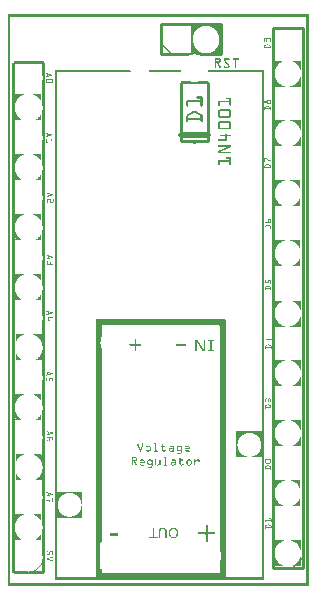
<source format=gto>
G04 MADE WITH FRITZING*
G04 WWW.FRITZING.ORG*
G04 DOUBLE SIDED*
G04 HOLES PLATED*
G04 CONTOUR ON CENTER OF CONTOUR VECTOR*
%ASAXBY*%
%FSLAX23Y23*%
%MOIN*%
%OFA0B0*%
%SFA1.0B1.0*%
%ADD10C,0.010000*%
%ADD11C,0.020000*%
%ADD12C,0.000100*%
%ADD13R,0.001000X0.001000*%
%LNSILK1*%
G90*
G70*
G54D10*
X985Y58D02*
X985Y1858D01*
D02*
X985Y1858D02*
X885Y1858D01*
D02*
X885Y1858D02*
X885Y58D01*
D02*
X885Y58D02*
X985Y58D01*
D02*
X578Y1482D02*
X578Y1677D01*
D02*
X668Y1677D02*
X668Y1482D01*
D02*
X668Y1482D02*
X578Y1482D01*
G54D11*
D02*
X668Y1502D02*
X578Y1502D01*
G54D10*
D02*
X712Y1773D02*
X712Y1873D01*
D02*
X712Y1873D02*
X512Y1873D01*
D02*
X512Y1873D02*
X512Y1773D01*
G54D12*
G36*
X610Y1776D02*
X610Y1774D01*
X713Y1774D01*
X713Y1776D01*
X610Y1776D01*
G37*
D02*
G36*
X610Y1776D02*
X610Y1774D01*
X713Y1774D01*
X713Y1776D01*
X610Y1776D01*
G37*
D02*
G54D13*
X1Y1905D02*
X1004Y1905D01*
X1Y1904D02*
X1004Y1904D01*
X1Y1903D02*
X1004Y1903D01*
X1Y1902D02*
X1004Y1902D01*
X1Y1901D02*
X1004Y1901D01*
X1Y1900D02*
X1004Y1900D01*
X1Y1899D02*
X1004Y1899D01*
X1Y1898D02*
X1004Y1898D01*
X1Y1897D02*
X8Y1897D01*
X997Y1897D02*
X1004Y1897D01*
X1Y1896D02*
X8Y1896D01*
X997Y1896D02*
X1004Y1896D01*
X1Y1895D02*
X8Y1895D01*
X997Y1895D02*
X1004Y1895D01*
X1Y1894D02*
X8Y1894D01*
X997Y1894D02*
X1004Y1894D01*
X1Y1893D02*
X8Y1893D01*
X997Y1893D02*
X1004Y1893D01*
X1Y1892D02*
X8Y1892D01*
X997Y1892D02*
X1004Y1892D01*
X1Y1891D02*
X8Y1891D01*
X997Y1891D02*
X1004Y1891D01*
X1Y1890D02*
X8Y1890D01*
X997Y1890D02*
X1004Y1890D01*
X1Y1889D02*
X8Y1889D01*
X997Y1889D02*
X1004Y1889D01*
X1Y1888D02*
X8Y1888D01*
X997Y1888D02*
X1004Y1888D01*
X1Y1887D02*
X8Y1887D01*
X997Y1887D02*
X1004Y1887D01*
X1Y1886D02*
X8Y1886D01*
X997Y1886D02*
X1004Y1886D01*
X1Y1885D02*
X8Y1885D01*
X997Y1885D02*
X1004Y1885D01*
X1Y1884D02*
X8Y1884D01*
X997Y1884D02*
X1004Y1884D01*
X1Y1883D02*
X8Y1883D01*
X997Y1883D02*
X1004Y1883D01*
X1Y1882D02*
X8Y1882D01*
X997Y1882D02*
X1004Y1882D01*
X1Y1881D02*
X8Y1881D01*
X997Y1881D02*
X1004Y1881D01*
X1Y1880D02*
X8Y1880D01*
X997Y1880D02*
X1004Y1880D01*
X1Y1879D02*
X8Y1879D01*
X997Y1879D02*
X1004Y1879D01*
X1Y1878D02*
X8Y1878D01*
X997Y1878D02*
X1004Y1878D01*
X1Y1877D02*
X8Y1877D01*
X997Y1877D02*
X1004Y1877D01*
X1Y1876D02*
X8Y1876D01*
X997Y1876D02*
X1004Y1876D01*
X1Y1875D02*
X8Y1875D01*
X997Y1875D02*
X1004Y1875D01*
X1Y1874D02*
X8Y1874D01*
X997Y1874D02*
X1004Y1874D01*
X1Y1873D02*
X8Y1873D01*
X997Y1873D02*
X1004Y1873D01*
X1Y1872D02*
X8Y1872D01*
X997Y1872D02*
X1004Y1872D01*
X1Y1871D02*
X8Y1871D01*
X611Y1871D02*
X712Y1871D01*
X997Y1871D02*
X1004Y1871D01*
X1Y1870D02*
X8Y1870D01*
X611Y1870D02*
X712Y1870D01*
X997Y1870D02*
X1004Y1870D01*
X1Y1869D02*
X8Y1869D01*
X611Y1869D02*
X712Y1869D01*
X997Y1869D02*
X1004Y1869D01*
X1Y1868D02*
X8Y1868D01*
X611Y1868D02*
X712Y1868D01*
X997Y1868D02*
X1004Y1868D01*
X1Y1867D02*
X8Y1867D01*
X611Y1867D02*
X712Y1867D01*
X997Y1867D02*
X1004Y1867D01*
X1Y1866D02*
X8Y1866D01*
X611Y1866D02*
X653Y1866D01*
X670Y1866D02*
X712Y1866D01*
X997Y1866D02*
X1004Y1866D01*
X1Y1865D02*
X8Y1865D01*
X611Y1865D02*
X649Y1865D01*
X675Y1865D02*
X712Y1865D01*
X997Y1865D02*
X1004Y1865D01*
X1Y1864D02*
X8Y1864D01*
X611Y1864D02*
X646Y1864D01*
X678Y1864D02*
X712Y1864D01*
X997Y1864D02*
X1004Y1864D01*
X1Y1863D02*
X8Y1863D01*
X611Y1863D02*
X644Y1863D01*
X680Y1863D02*
X712Y1863D01*
X997Y1863D02*
X1004Y1863D01*
X1Y1862D02*
X8Y1862D01*
X611Y1862D02*
X641Y1862D01*
X682Y1862D02*
X712Y1862D01*
X997Y1862D02*
X1004Y1862D01*
X1Y1861D02*
X8Y1861D01*
X611Y1861D02*
X640Y1861D01*
X684Y1861D02*
X712Y1861D01*
X997Y1861D02*
X1004Y1861D01*
X1Y1860D02*
X8Y1860D01*
X611Y1860D02*
X638Y1860D01*
X686Y1860D02*
X712Y1860D01*
X997Y1860D02*
X1004Y1860D01*
X1Y1859D02*
X8Y1859D01*
X611Y1859D02*
X636Y1859D01*
X687Y1859D02*
X712Y1859D01*
X997Y1859D02*
X1004Y1859D01*
X1Y1858D02*
X8Y1858D01*
X611Y1858D02*
X635Y1858D01*
X689Y1858D02*
X712Y1858D01*
X997Y1858D02*
X1004Y1858D01*
X1Y1857D02*
X8Y1857D01*
X611Y1857D02*
X634Y1857D01*
X690Y1857D02*
X712Y1857D01*
X997Y1857D02*
X1004Y1857D01*
X1Y1856D02*
X8Y1856D01*
X611Y1856D02*
X633Y1856D01*
X691Y1856D02*
X712Y1856D01*
X997Y1856D02*
X1004Y1856D01*
X1Y1855D02*
X8Y1855D01*
X611Y1855D02*
X631Y1855D01*
X692Y1855D02*
X712Y1855D01*
X997Y1855D02*
X1004Y1855D01*
X1Y1854D02*
X8Y1854D01*
X611Y1854D02*
X630Y1854D01*
X693Y1854D02*
X712Y1854D01*
X997Y1854D02*
X1004Y1854D01*
X1Y1853D02*
X8Y1853D01*
X611Y1853D02*
X629Y1853D01*
X694Y1853D02*
X712Y1853D01*
X997Y1853D02*
X1004Y1853D01*
X1Y1852D02*
X8Y1852D01*
X611Y1852D02*
X629Y1852D01*
X695Y1852D02*
X712Y1852D01*
X997Y1852D02*
X1004Y1852D01*
X1Y1851D02*
X8Y1851D01*
X611Y1851D02*
X628Y1851D01*
X696Y1851D02*
X712Y1851D01*
X997Y1851D02*
X1004Y1851D01*
X1Y1850D02*
X8Y1850D01*
X611Y1850D02*
X627Y1850D01*
X697Y1850D02*
X712Y1850D01*
X997Y1850D02*
X1004Y1850D01*
X1Y1849D02*
X8Y1849D01*
X611Y1849D02*
X626Y1849D01*
X698Y1849D02*
X712Y1849D01*
X997Y1849D02*
X1004Y1849D01*
X1Y1848D02*
X8Y1848D01*
X611Y1848D02*
X625Y1848D01*
X698Y1848D02*
X712Y1848D01*
X997Y1848D02*
X1004Y1848D01*
X1Y1847D02*
X8Y1847D01*
X611Y1847D02*
X625Y1847D01*
X699Y1847D02*
X712Y1847D01*
X997Y1847D02*
X1004Y1847D01*
X1Y1846D02*
X8Y1846D01*
X611Y1846D02*
X624Y1846D01*
X700Y1846D02*
X712Y1846D01*
X997Y1846D02*
X1004Y1846D01*
X1Y1845D02*
X8Y1845D01*
X611Y1845D02*
X623Y1845D01*
X700Y1845D02*
X712Y1845D01*
X997Y1845D02*
X1004Y1845D01*
X1Y1844D02*
X8Y1844D01*
X611Y1844D02*
X623Y1844D01*
X701Y1844D02*
X712Y1844D01*
X997Y1844D02*
X1004Y1844D01*
X1Y1843D02*
X8Y1843D01*
X611Y1843D02*
X622Y1843D01*
X701Y1843D02*
X712Y1843D01*
X997Y1843D02*
X1004Y1843D01*
X1Y1842D02*
X8Y1842D01*
X611Y1842D02*
X622Y1842D01*
X702Y1842D02*
X712Y1842D01*
X997Y1842D02*
X1004Y1842D01*
X1Y1841D02*
X8Y1841D01*
X611Y1841D02*
X621Y1841D01*
X702Y1841D02*
X712Y1841D01*
X997Y1841D02*
X1004Y1841D01*
X1Y1840D02*
X8Y1840D01*
X611Y1840D02*
X621Y1840D01*
X703Y1840D02*
X712Y1840D01*
X997Y1840D02*
X1004Y1840D01*
X1Y1839D02*
X8Y1839D01*
X611Y1839D02*
X621Y1839D01*
X703Y1839D02*
X712Y1839D01*
X997Y1839D02*
X1004Y1839D01*
X1Y1838D02*
X8Y1838D01*
X611Y1838D02*
X620Y1838D01*
X704Y1838D02*
X712Y1838D01*
X997Y1838D02*
X1004Y1838D01*
X1Y1837D02*
X8Y1837D01*
X611Y1837D02*
X620Y1837D01*
X704Y1837D02*
X712Y1837D01*
X997Y1837D02*
X1004Y1837D01*
X1Y1836D02*
X8Y1836D01*
X611Y1836D02*
X619Y1836D01*
X704Y1836D02*
X712Y1836D01*
X997Y1836D02*
X1004Y1836D01*
X1Y1835D02*
X8Y1835D01*
X611Y1835D02*
X619Y1835D01*
X705Y1835D02*
X712Y1835D01*
X997Y1835D02*
X1004Y1835D01*
X1Y1834D02*
X8Y1834D01*
X611Y1834D02*
X619Y1834D01*
X705Y1834D02*
X712Y1834D01*
X997Y1834D02*
X1004Y1834D01*
X1Y1833D02*
X8Y1833D01*
X611Y1833D02*
X619Y1833D01*
X705Y1833D02*
X712Y1833D01*
X997Y1833D02*
X1004Y1833D01*
X1Y1832D02*
X8Y1832D01*
X611Y1832D02*
X618Y1832D01*
X705Y1832D02*
X712Y1832D01*
X997Y1832D02*
X1004Y1832D01*
X1Y1831D02*
X8Y1831D01*
X611Y1831D02*
X618Y1831D01*
X705Y1831D02*
X712Y1831D01*
X997Y1831D02*
X1004Y1831D01*
X1Y1830D02*
X8Y1830D01*
X611Y1830D02*
X618Y1830D01*
X707Y1830D02*
X712Y1830D01*
X997Y1830D02*
X1004Y1830D01*
X1Y1829D02*
X8Y1829D01*
X611Y1829D02*
X618Y1829D01*
X707Y1829D02*
X712Y1829D01*
X997Y1829D02*
X1004Y1829D01*
X1Y1828D02*
X8Y1828D01*
X611Y1828D02*
X618Y1828D01*
X707Y1828D02*
X712Y1828D01*
X997Y1828D02*
X1004Y1828D01*
X1Y1827D02*
X8Y1827D01*
X611Y1827D02*
X618Y1827D01*
X707Y1827D02*
X712Y1827D01*
X997Y1827D02*
X1004Y1827D01*
X1Y1826D02*
X8Y1826D01*
X611Y1826D02*
X618Y1826D01*
X707Y1826D02*
X712Y1826D01*
X997Y1826D02*
X1004Y1826D01*
X1Y1825D02*
X8Y1825D01*
X611Y1825D02*
X618Y1825D01*
X707Y1825D02*
X712Y1825D01*
X857Y1825D02*
X877Y1825D01*
X997Y1825D02*
X1004Y1825D01*
X1Y1824D02*
X8Y1824D01*
X611Y1824D02*
X617Y1824D01*
X707Y1824D02*
X712Y1824D01*
X857Y1824D02*
X877Y1824D01*
X997Y1824D02*
X1004Y1824D01*
X1Y1823D02*
X8Y1823D01*
X611Y1823D02*
X617Y1823D01*
X707Y1823D02*
X712Y1823D01*
X856Y1823D02*
X877Y1823D01*
X997Y1823D02*
X1004Y1823D01*
X1Y1822D02*
X8Y1822D01*
X611Y1822D02*
X617Y1822D01*
X707Y1822D02*
X712Y1822D01*
X856Y1822D02*
X858Y1822D01*
X864Y1822D02*
X866Y1822D01*
X875Y1822D02*
X877Y1822D01*
X997Y1822D02*
X1004Y1822D01*
X1Y1821D02*
X8Y1821D01*
X611Y1821D02*
X618Y1821D01*
X707Y1821D02*
X712Y1821D01*
X856Y1821D02*
X858Y1821D01*
X864Y1821D02*
X866Y1821D01*
X875Y1821D02*
X877Y1821D01*
X997Y1821D02*
X1004Y1821D01*
X1Y1820D02*
X8Y1820D01*
X611Y1820D02*
X617Y1820D01*
X707Y1820D02*
X712Y1820D01*
X856Y1820D02*
X858Y1820D01*
X864Y1820D02*
X866Y1820D01*
X875Y1820D02*
X877Y1820D01*
X997Y1820D02*
X1004Y1820D01*
X1Y1819D02*
X8Y1819D01*
X611Y1819D02*
X617Y1819D01*
X707Y1819D02*
X712Y1819D01*
X856Y1819D02*
X858Y1819D01*
X864Y1819D02*
X866Y1819D01*
X875Y1819D02*
X877Y1819D01*
X997Y1819D02*
X1004Y1819D01*
X1Y1818D02*
X8Y1818D01*
X611Y1818D02*
X618Y1818D01*
X707Y1818D02*
X712Y1818D01*
X856Y1818D02*
X858Y1818D01*
X864Y1818D02*
X866Y1818D01*
X875Y1818D02*
X877Y1818D01*
X997Y1818D02*
X1004Y1818D01*
X1Y1817D02*
X8Y1817D01*
X611Y1817D02*
X618Y1817D01*
X707Y1817D02*
X712Y1817D01*
X856Y1817D02*
X858Y1817D01*
X864Y1817D02*
X866Y1817D01*
X875Y1817D02*
X877Y1817D01*
X997Y1817D02*
X1004Y1817D01*
X1Y1816D02*
X8Y1816D01*
X611Y1816D02*
X618Y1816D01*
X707Y1816D02*
X712Y1816D01*
X856Y1816D02*
X858Y1816D01*
X864Y1816D02*
X866Y1816D01*
X875Y1816D02*
X877Y1816D01*
X997Y1816D02*
X1004Y1816D01*
X1Y1815D02*
X8Y1815D01*
X611Y1815D02*
X618Y1815D01*
X707Y1815D02*
X712Y1815D01*
X856Y1815D02*
X858Y1815D01*
X864Y1815D02*
X866Y1815D01*
X876Y1815D02*
X877Y1815D01*
X997Y1815D02*
X1004Y1815D01*
X1Y1814D02*
X8Y1814D01*
X611Y1814D02*
X618Y1814D01*
X707Y1814D02*
X712Y1814D01*
X856Y1814D02*
X866Y1814D01*
X997Y1814D02*
X1004Y1814D01*
X1Y1813D02*
X8Y1813D01*
X611Y1813D02*
X618Y1813D01*
X707Y1813D02*
X712Y1813D01*
X857Y1813D02*
X866Y1813D01*
X997Y1813D02*
X1004Y1813D01*
X1Y1812D02*
X8Y1812D01*
X611Y1812D02*
X618Y1812D01*
X707Y1812D02*
X712Y1812D01*
X857Y1812D02*
X866Y1812D01*
X997Y1812D02*
X1004Y1812D01*
X1Y1811D02*
X8Y1811D01*
X611Y1811D02*
X618Y1811D01*
X707Y1811D02*
X712Y1811D01*
X997Y1811D02*
X1004Y1811D01*
X1Y1810D02*
X8Y1810D01*
X611Y1810D02*
X618Y1810D01*
X707Y1810D02*
X712Y1810D01*
X997Y1810D02*
X1004Y1810D01*
X1Y1809D02*
X8Y1809D01*
X514Y1809D02*
X514Y1809D01*
X611Y1809D02*
X618Y1809D01*
X707Y1809D02*
X712Y1809D01*
X997Y1809D02*
X1004Y1809D01*
X1Y1808D02*
X8Y1808D01*
X513Y1808D02*
X515Y1808D01*
X611Y1808D02*
X620Y1808D01*
X705Y1808D02*
X712Y1808D01*
X997Y1808D02*
X1004Y1808D01*
X1Y1807D02*
X8Y1807D01*
X512Y1807D02*
X516Y1807D01*
X611Y1807D02*
X620Y1807D01*
X705Y1807D02*
X712Y1807D01*
X997Y1807D02*
X1004Y1807D01*
X1Y1806D02*
X8Y1806D01*
X511Y1806D02*
X517Y1806D01*
X611Y1806D02*
X620Y1806D01*
X705Y1806D02*
X712Y1806D01*
X997Y1806D02*
X1004Y1806D01*
X1Y1805D02*
X8Y1805D01*
X512Y1805D02*
X518Y1805D01*
X611Y1805D02*
X620Y1805D01*
X705Y1805D02*
X712Y1805D01*
X865Y1805D02*
X869Y1805D01*
X997Y1805D02*
X1004Y1805D01*
X1Y1804D02*
X8Y1804D01*
X513Y1804D02*
X519Y1804D01*
X611Y1804D02*
X620Y1804D01*
X705Y1804D02*
X712Y1804D01*
X863Y1804D02*
X871Y1804D01*
X997Y1804D02*
X1004Y1804D01*
X1Y1803D02*
X8Y1803D01*
X514Y1803D02*
X520Y1803D01*
X611Y1803D02*
X622Y1803D01*
X703Y1803D02*
X712Y1803D01*
X861Y1803D02*
X873Y1803D01*
X997Y1803D02*
X1004Y1803D01*
X1Y1802D02*
X8Y1802D01*
X515Y1802D02*
X521Y1802D01*
X611Y1802D02*
X622Y1802D01*
X703Y1802D02*
X712Y1802D01*
X859Y1802D02*
X864Y1802D01*
X870Y1802D02*
X875Y1802D01*
X997Y1802D02*
X1004Y1802D01*
X1Y1801D02*
X8Y1801D01*
X516Y1801D02*
X522Y1801D01*
X611Y1801D02*
X622Y1801D01*
X703Y1801D02*
X712Y1801D01*
X857Y1801D02*
X862Y1801D01*
X872Y1801D02*
X876Y1801D01*
X997Y1801D02*
X1004Y1801D01*
X1Y1800D02*
X8Y1800D01*
X517Y1800D02*
X523Y1800D01*
X611Y1800D02*
X622Y1800D01*
X703Y1800D02*
X712Y1800D01*
X857Y1800D02*
X860Y1800D01*
X874Y1800D02*
X877Y1800D01*
X997Y1800D02*
X1004Y1800D01*
X1Y1799D02*
X8Y1799D01*
X518Y1799D02*
X524Y1799D01*
X611Y1799D02*
X624Y1799D01*
X701Y1799D02*
X712Y1799D01*
X857Y1799D02*
X859Y1799D01*
X875Y1799D02*
X877Y1799D01*
X997Y1799D02*
X1004Y1799D01*
X1Y1798D02*
X8Y1798D01*
X519Y1798D02*
X525Y1798D01*
X611Y1798D02*
X624Y1798D01*
X701Y1798D02*
X712Y1798D01*
X857Y1798D02*
X858Y1798D01*
X875Y1798D02*
X877Y1798D01*
X997Y1798D02*
X1004Y1798D01*
X1Y1797D02*
X8Y1797D01*
X520Y1797D02*
X526Y1797D01*
X611Y1797D02*
X624Y1797D01*
X701Y1797D02*
X712Y1797D01*
X856Y1797D02*
X858Y1797D01*
X875Y1797D02*
X877Y1797D01*
X997Y1797D02*
X1004Y1797D01*
X1Y1796D02*
X8Y1796D01*
X521Y1796D02*
X527Y1796D01*
X611Y1796D02*
X625Y1796D01*
X700Y1796D02*
X712Y1796D01*
X856Y1796D02*
X877Y1796D01*
X997Y1796D02*
X1004Y1796D01*
X1Y1795D02*
X8Y1795D01*
X522Y1795D02*
X528Y1795D01*
X611Y1795D02*
X625Y1795D01*
X700Y1795D02*
X712Y1795D01*
X856Y1795D02*
X877Y1795D01*
X997Y1795D02*
X1004Y1795D01*
X1Y1794D02*
X8Y1794D01*
X523Y1794D02*
X528Y1794D01*
X611Y1794D02*
X625Y1794D01*
X700Y1794D02*
X712Y1794D01*
X856Y1794D02*
X877Y1794D01*
X997Y1794D02*
X1004Y1794D01*
X1Y1793D02*
X8Y1793D01*
X524Y1793D02*
X529Y1793D01*
X611Y1793D02*
X626Y1793D01*
X699Y1793D02*
X712Y1793D01*
X856Y1793D02*
X858Y1793D01*
X875Y1793D02*
X877Y1793D01*
X997Y1793D02*
X1004Y1793D01*
X1Y1792D02*
X8Y1792D01*
X525Y1792D02*
X530Y1792D01*
X611Y1792D02*
X627Y1792D01*
X698Y1792D02*
X712Y1792D01*
X857Y1792D02*
X858Y1792D01*
X876Y1792D02*
X877Y1792D01*
X997Y1792D02*
X1004Y1792D01*
X1Y1791D02*
X8Y1791D01*
X526Y1791D02*
X531Y1791D01*
X611Y1791D02*
X628Y1791D01*
X697Y1791D02*
X712Y1791D01*
X997Y1791D02*
X1004Y1791D01*
X1Y1790D02*
X8Y1790D01*
X527Y1790D02*
X532Y1790D01*
X611Y1790D02*
X629Y1790D01*
X696Y1790D02*
X712Y1790D01*
X997Y1790D02*
X1004Y1790D01*
X1Y1789D02*
X8Y1789D01*
X528Y1789D02*
X533Y1789D01*
X611Y1789D02*
X630Y1789D01*
X695Y1789D02*
X712Y1789D01*
X997Y1789D02*
X1004Y1789D01*
X1Y1788D02*
X8Y1788D01*
X529Y1788D02*
X535Y1788D01*
X611Y1788D02*
X631Y1788D01*
X694Y1788D02*
X712Y1788D01*
X997Y1788D02*
X1004Y1788D01*
X1Y1787D02*
X8Y1787D01*
X530Y1787D02*
X536Y1787D01*
X611Y1787D02*
X632Y1787D01*
X693Y1787D02*
X712Y1787D01*
X997Y1787D02*
X1004Y1787D01*
X1Y1786D02*
X8Y1786D01*
X531Y1786D02*
X537Y1786D01*
X611Y1786D02*
X633Y1786D01*
X692Y1786D02*
X712Y1786D01*
X997Y1786D02*
X1004Y1786D01*
X1Y1785D02*
X8Y1785D01*
X532Y1785D02*
X538Y1785D01*
X611Y1785D02*
X634Y1785D01*
X691Y1785D02*
X712Y1785D01*
X997Y1785D02*
X1004Y1785D01*
X1Y1784D02*
X8Y1784D01*
X533Y1784D02*
X539Y1784D01*
X611Y1784D02*
X635Y1784D01*
X690Y1784D02*
X712Y1784D01*
X997Y1784D02*
X1004Y1784D01*
X1Y1783D02*
X8Y1783D01*
X534Y1783D02*
X540Y1783D01*
X611Y1783D02*
X636Y1783D01*
X689Y1783D02*
X712Y1783D01*
X997Y1783D02*
X1004Y1783D01*
X1Y1782D02*
X8Y1782D01*
X535Y1782D02*
X541Y1782D01*
X611Y1782D02*
X639Y1782D01*
X686Y1782D02*
X712Y1782D01*
X997Y1782D02*
X1004Y1782D01*
X1Y1781D02*
X8Y1781D01*
X536Y1781D02*
X542Y1781D01*
X611Y1781D02*
X639Y1781D01*
X686Y1781D02*
X712Y1781D01*
X997Y1781D02*
X1004Y1781D01*
X1Y1780D02*
X8Y1780D01*
X537Y1780D02*
X543Y1780D01*
X611Y1780D02*
X642Y1780D01*
X683Y1780D02*
X712Y1780D01*
X997Y1780D02*
X1004Y1780D01*
X1Y1779D02*
X8Y1779D01*
X538Y1779D02*
X544Y1779D01*
X611Y1779D02*
X646Y1779D01*
X679Y1779D02*
X712Y1779D01*
X997Y1779D02*
X1004Y1779D01*
X1Y1778D02*
X8Y1778D01*
X539Y1778D02*
X545Y1778D01*
X611Y1778D02*
X646Y1778D01*
X679Y1778D02*
X712Y1778D01*
X997Y1778D02*
X1004Y1778D01*
X1Y1777D02*
X8Y1777D01*
X513Y1777D02*
X712Y1777D01*
X997Y1777D02*
X1004Y1777D01*
X1Y1776D02*
X8Y1776D01*
X513Y1776D02*
X712Y1776D01*
X997Y1776D02*
X1004Y1776D01*
X1Y1775D02*
X8Y1775D01*
X513Y1775D02*
X711Y1775D01*
X997Y1775D02*
X1004Y1775D01*
X1Y1774D02*
X8Y1774D01*
X513Y1774D02*
X712Y1774D01*
X997Y1774D02*
X1004Y1774D01*
X1Y1773D02*
X8Y1773D01*
X513Y1773D02*
X712Y1773D01*
X997Y1773D02*
X1004Y1773D01*
X1Y1772D02*
X8Y1772D01*
X513Y1772D02*
X712Y1772D01*
X997Y1772D02*
X1004Y1772D01*
X1Y1771D02*
X8Y1771D01*
X513Y1771D02*
X617Y1771D01*
X629Y1771D02*
X712Y1771D01*
X997Y1771D02*
X1004Y1771D01*
X1Y1770D02*
X8Y1770D01*
X513Y1770D02*
X612Y1770D01*
X634Y1770D02*
X712Y1770D01*
X997Y1770D02*
X1004Y1770D01*
X1Y1769D02*
X8Y1769D01*
X513Y1769D02*
X608Y1769D01*
X638Y1769D02*
X712Y1769D01*
X997Y1769D02*
X1004Y1769D01*
X1Y1768D02*
X8Y1768D01*
X513Y1768D02*
X605Y1768D01*
X641Y1768D02*
X711Y1768D01*
X997Y1768D02*
X1004Y1768D01*
X1Y1767D02*
X8Y1767D01*
X997Y1767D02*
X1004Y1767D01*
X1Y1766D02*
X8Y1766D01*
X997Y1766D02*
X1004Y1766D01*
X1Y1765D02*
X8Y1765D01*
X997Y1765D02*
X1004Y1765D01*
X1Y1764D02*
X8Y1764D01*
X997Y1764D02*
X1004Y1764D01*
X1Y1763D02*
X8Y1763D01*
X997Y1763D02*
X1004Y1763D01*
X1Y1762D02*
X8Y1762D01*
X997Y1762D02*
X1004Y1762D01*
X1Y1761D02*
X8Y1761D01*
X997Y1761D02*
X1004Y1761D01*
X1Y1760D02*
X8Y1760D01*
X997Y1760D02*
X1004Y1760D01*
X1Y1759D02*
X8Y1759D01*
X997Y1759D02*
X1004Y1759D01*
X1Y1758D02*
X8Y1758D01*
X691Y1758D02*
X708Y1758D01*
X723Y1758D02*
X738Y1758D01*
X751Y1758D02*
X771Y1758D01*
X997Y1758D02*
X1004Y1758D01*
X1Y1757D02*
X8Y1757D01*
X691Y1757D02*
X709Y1757D01*
X722Y1757D02*
X739Y1757D01*
X751Y1757D02*
X771Y1757D01*
X997Y1757D02*
X1004Y1757D01*
X1Y1756D02*
X8Y1756D01*
X691Y1756D02*
X710Y1756D01*
X721Y1756D02*
X740Y1756D01*
X751Y1756D02*
X771Y1756D01*
X997Y1756D02*
X1004Y1756D01*
X1Y1755D02*
X8Y1755D01*
X691Y1755D02*
X710Y1755D01*
X721Y1755D02*
X741Y1755D01*
X751Y1755D02*
X771Y1755D01*
X997Y1755D02*
X1004Y1755D01*
X1Y1754D02*
X8Y1754D01*
X691Y1754D02*
X694Y1754D01*
X707Y1754D02*
X711Y1754D01*
X721Y1754D02*
X724Y1754D01*
X737Y1754D02*
X741Y1754D01*
X751Y1754D02*
X754Y1754D01*
X759Y1754D02*
X763Y1754D01*
X768Y1754D02*
X771Y1754D01*
X997Y1754D02*
X1004Y1754D01*
X1Y1753D02*
X8Y1753D01*
X691Y1753D02*
X694Y1753D01*
X707Y1753D02*
X711Y1753D01*
X721Y1753D02*
X725Y1753D01*
X738Y1753D02*
X741Y1753D01*
X751Y1753D02*
X754Y1753D01*
X759Y1753D02*
X763Y1753D01*
X768Y1753D02*
X771Y1753D01*
X997Y1753D02*
X1004Y1753D01*
X1Y1752D02*
X8Y1752D01*
X691Y1752D02*
X694Y1752D01*
X707Y1752D02*
X711Y1752D01*
X722Y1752D02*
X726Y1752D01*
X738Y1752D02*
X740Y1752D01*
X751Y1752D02*
X753Y1752D01*
X759Y1752D02*
X763Y1752D01*
X769Y1752D02*
X771Y1752D01*
X997Y1752D02*
X1004Y1752D01*
X1Y1751D02*
X8Y1751D01*
X691Y1751D02*
X694Y1751D01*
X707Y1751D02*
X711Y1751D01*
X722Y1751D02*
X727Y1751D01*
X759Y1751D02*
X763Y1751D01*
X997Y1751D02*
X1004Y1751D01*
X1Y1750D02*
X8Y1750D01*
X691Y1750D02*
X694Y1750D01*
X707Y1750D02*
X711Y1750D01*
X723Y1750D02*
X727Y1750D01*
X759Y1750D02*
X763Y1750D01*
X997Y1750D02*
X1004Y1750D01*
X1Y1749D02*
X8Y1749D01*
X691Y1749D02*
X694Y1749D01*
X707Y1749D02*
X710Y1749D01*
X724Y1749D02*
X728Y1749D01*
X759Y1749D02*
X763Y1749D01*
X893Y1749D02*
X919Y1749D01*
X951Y1749D02*
X979Y1749D01*
X997Y1749D02*
X1004Y1749D01*
X1Y1748D02*
X8Y1748D01*
X21Y1748D02*
X120Y1748D01*
X691Y1748D02*
X710Y1748D01*
X725Y1748D02*
X729Y1748D01*
X759Y1748D02*
X763Y1748D01*
X893Y1748D02*
X916Y1748D01*
X953Y1748D02*
X979Y1748D01*
X997Y1748D02*
X1004Y1748D01*
X1Y1747D02*
X8Y1747D01*
X21Y1747D02*
X120Y1747D01*
X691Y1747D02*
X709Y1747D01*
X725Y1747D02*
X730Y1747D01*
X759Y1747D02*
X763Y1747D01*
X893Y1747D02*
X914Y1747D01*
X955Y1747D02*
X979Y1747D01*
X997Y1747D02*
X1004Y1747D01*
X1Y1746D02*
X8Y1746D01*
X21Y1746D02*
X120Y1746D01*
X691Y1746D02*
X709Y1746D01*
X726Y1746D02*
X731Y1746D01*
X759Y1746D02*
X763Y1746D01*
X893Y1746D02*
X912Y1746D01*
X957Y1746D02*
X979Y1746D01*
X997Y1746D02*
X1004Y1746D01*
X1Y1745D02*
X8Y1745D01*
X21Y1745D02*
X120Y1745D01*
X691Y1745D02*
X707Y1745D01*
X727Y1745D02*
X731Y1745D01*
X759Y1745D02*
X763Y1745D01*
X893Y1745D02*
X911Y1745D01*
X958Y1745D02*
X979Y1745D01*
X997Y1745D02*
X1004Y1745D01*
X1Y1744D02*
X8Y1744D01*
X21Y1744D02*
X120Y1744D01*
X691Y1744D02*
X694Y1744D01*
X698Y1744D02*
X702Y1744D01*
X728Y1744D02*
X732Y1744D01*
X759Y1744D02*
X763Y1744D01*
X893Y1744D02*
X909Y1744D01*
X960Y1744D02*
X979Y1744D01*
X997Y1744D02*
X1004Y1744D01*
X1Y1743D02*
X8Y1743D01*
X16Y1743D02*
X125Y1743D01*
X691Y1743D02*
X694Y1743D01*
X699Y1743D02*
X703Y1743D01*
X728Y1743D02*
X733Y1743D01*
X759Y1743D02*
X763Y1743D01*
X893Y1743D02*
X908Y1743D01*
X961Y1743D02*
X979Y1743D01*
X997Y1743D02*
X1004Y1743D01*
X1Y1742D02*
X8Y1742D01*
X16Y1742D02*
X125Y1742D01*
X691Y1742D02*
X694Y1742D01*
X699Y1742D02*
X703Y1742D01*
X729Y1742D02*
X734Y1742D01*
X759Y1742D02*
X763Y1742D01*
X893Y1742D02*
X906Y1742D01*
X963Y1742D02*
X979Y1742D01*
X997Y1742D02*
X1004Y1742D01*
X1Y1741D02*
X8Y1741D01*
X16Y1741D02*
X125Y1741D01*
X691Y1741D02*
X694Y1741D01*
X700Y1741D02*
X704Y1741D01*
X730Y1741D02*
X734Y1741D01*
X759Y1741D02*
X763Y1741D01*
X893Y1741D02*
X905Y1741D01*
X964Y1741D02*
X979Y1741D01*
X997Y1741D02*
X1004Y1741D01*
X1Y1740D02*
X8Y1740D01*
X16Y1740D02*
X64Y1740D01*
X78Y1740D02*
X125Y1740D01*
X691Y1740D02*
X694Y1740D01*
X700Y1740D02*
X704Y1740D01*
X731Y1740D02*
X735Y1740D01*
X759Y1740D02*
X763Y1740D01*
X893Y1740D02*
X904Y1740D01*
X965Y1740D02*
X979Y1740D01*
X997Y1740D02*
X1004Y1740D01*
X1Y1739D02*
X8Y1739D01*
X16Y1739D02*
X59Y1739D01*
X83Y1739D02*
X125Y1739D01*
X691Y1739D02*
X694Y1739D01*
X701Y1739D02*
X705Y1739D01*
X732Y1739D02*
X736Y1739D01*
X759Y1739D02*
X763Y1739D01*
X893Y1739D02*
X903Y1739D01*
X966Y1739D02*
X979Y1739D01*
X997Y1739D02*
X1004Y1739D01*
X1Y1738D02*
X8Y1738D01*
X16Y1738D02*
X25Y1738D01*
X116Y1738D02*
X125Y1738D01*
X691Y1738D02*
X694Y1738D01*
X702Y1738D02*
X706Y1738D01*
X732Y1738D02*
X737Y1738D01*
X759Y1738D02*
X763Y1738D01*
X893Y1738D02*
X902Y1738D01*
X967Y1738D02*
X979Y1738D01*
X997Y1738D02*
X1004Y1738D01*
X1Y1737D02*
X8Y1737D01*
X16Y1737D02*
X25Y1737D01*
X116Y1737D02*
X125Y1737D01*
X691Y1737D02*
X694Y1737D01*
X702Y1737D02*
X706Y1737D01*
X733Y1737D02*
X738Y1737D01*
X759Y1737D02*
X763Y1737D01*
X893Y1737D02*
X901Y1737D01*
X968Y1737D02*
X979Y1737D01*
X997Y1737D02*
X1004Y1737D01*
X1Y1736D02*
X8Y1736D01*
X16Y1736D02*
X25Y1736D01*
X116Y1736D02*
X125Y1736D01*
X691Y1736D02*
X694Y1736D01*
X703Y1736D02*
X707Y1736D01*
X734Y1736D02*
X738Y1736D01*
X759Y1736D02*
X763Y1736D01*
X893Y1736D02*
X900Y1736D01*
X969Y1736D02*
X979Y1736D01*
X997Y1736D02*
X1004Y1736D01*
X1Y1735D02*
X8Y1735D01*
X16Y1735D02*
X25Y1735D01*
X116Y1735D02*
X125Y1735D01*
X691Y1735D02*
X694Y1735D01*
X703Y1735D02*
X707Y1735D01*
X735Y1735D02*
X739Y1735D01*
X759Y1735D02*
X763Y1735D01*
X893Y1735D02*
X900Y1735D01*
X970Y1735D02*
X979Y1735D01*
X997Y1735D02*
X1004Y1735D01*
X1Y1734D02*
X8Y1734D01*
X16Y1734D02*
X25Y1734D01*
X116Y1734D02*
X125Y1734D01*
X691Y1734D02*
X694Y1734D01*
X704Y1734D02*
X708Y1734D01*
X722Y1734D02*
X723Y1734D01*
X735Y1734D02*
X740Y1734D01*
X759Y1734D02*
X763Y1734D01*
X893Y1734D02*
X899Y1734D01*
X970Y1734D02*
X979Y1734D01*
X997Y1734D02*
X1004Y1734D01*
X1Y1733D02*
X8Y1733D01*
X16Y1733D02*
X25Y1733D01*
X116Y1733D02*
X125Y1733D01*
X691Y1733D02*
X694Y1733D01*
X705Y1733D02*
X708Y1733D01*
X721Y1733D02*
X724Y1733D01*
X736Y1733D02*
X740Y1733D01*
X759Y1733D02*
X763Y1733D01*
X893Y1733D02*
X898Y1733D01*
X971Y1733D02*
X979Y1733D01*
X997Y1733D02*
X1004Y1733D01*
X1Y1732D02*
X8Y1732D01*
X16Y1732D02*
X25Y1732D01*
X116Y1732D02*
X125Y1732D01*
X691Y1732D02*
X694Y1732D01*
X705Y1732D02*
X709Y1732D01*
X721Y1732D02*
X724Y1732D01*
X737Y1732D02*
X741Y1732D01*
X759Y1732D02*
X763Y1732D01*
X893Y1732D02*
X897Y1732D01*
X972Y1732D02*
X979Y1732D01*
X997Y1732D02*
X1004Y1732D01*
X1Y1731D02*
X8Y1731D01*
X16Y1731D02*
X25Y1731D01*
X116Y1731D02*
X125Y1731D01*
X691Y1731D02*
X694Y1731D01*
X706Y1731D02*
X710Y1731D01*
X721Y1731D02*
X725Y1731D01*
X737Y1731D02*
X741Y1731D01*
X759Y1731D02*
X763Y1731D01*
X893Y1731D02*
X897Y1731D01*
X972Y1731D02*
X979Y1731D01*
X997Y1731D02*
X1004Y1731D01*
X1Y1730D02*
X8Y1730D01*
X16Y1730D02*
X25Y1730D01*
X116Y1730D02*
X125Y1730D01*
X691Y1730D02*
X694Y1730D01*
X706Y1730D02*
X710Y1730D01*
X722Y1730D02*
X741Y1730D01*
X759Y1730D02*
X763Y1730D01*
X893Y1730D02*
X896Y1730D01*
X973Y1730D02*
X979Y1730D01*
X997Y1730D02*
X1004Y1730D01*
X1Y1729D02*
X8Y1729D01*
X16Y1729D02*
X25Y1729D01*
X116Y1729D02*
X125Y1729D01*
X691Y1729D02*
X694Y1729D01*
X707Y1729D02*
X711Y1729D01*
X722Y1729D02*
X740Y1729D01*
X759Y1729D02*
X763Y1729D01*
X893Y1729D02*
X896Y1729D01*
X974Y1729D02*
X979Y1729D01*
X997Y1729D02*
X1004Y1729D01*
X1Y1728D02*
X8Y1728D01*
X16Y1728D02*
X25Y1728D01*
X116Y1728D02*
X125Y1728D01*
X691Y1728D02*
X694Y1728D01*
X707Y1728D02*
X711Y1728D01*
X723Y1728D02*
X739Y1728D01*
X759Y1728D02*
X762Y1728D01*
X893Y1728D02*
X895Y1728D01*
X974Y1728D02*
X979Y1728D01*
X997Y1728D02*
X1004Y1728D01*
X1Y1727D02*
X8Y1727D01*
X16Y1727D02*
X25Y1727D01*
X116Y1727D02*
X125Y1727D01*
X692Y1727D02*
X693Y1727D01*
X708Y1727D02*
X710Y1727D01*
X724Y1727D02*
X738Y1727D01*
X760Y1727D02*
X762Y1727D01*
X893Y1727D02*
X895Y1727D01*
X975Y1727D02*
X979Y1727D01*
X997Y1727D02*
X1004Y1727D01*
X1Y1726D02*
X8Y1726D01*
X16Y1726D02*
X25Y1726D01*
X116Y1726D02*
X125Y1726D01*
X893Y1726D02*
X894Y1726D01*
X975Y1726D02*
X979Y1726D01*
X997Y1726D02*
X1004Y1726D01*
X1Y1725D02*
X8Y1725D01*
X16Y1725D02*
X25Y1725D01*
X116Y1725D02*
X125Y1725D01*
X893Y1725D02*
X894Y1725D01*
X976Y1725D02*
X979Y1725D01*
X997Y1725D02*
X1004Y1725D01*
X1Y1724D02*
X8Y1724D01*
X16Y1724D02*
X25Y1724D01*
X116Y1724D02*
X125Y1724D01*
X893Y1724D02*
X893Y1724D01*
X976Y1724D02*
X979Y1724D01*
X997Y1724D02*
X1004Y1724D01*
X1Y1723D02*
X8Y1723D01*
X16Y1723D02*
X25Y1723D01*
X116Y1723D02*
X125Y1723D01*
X893Y1723D02*
X893Y1723D01*
X976Y1723D02*
X979Y1723D01*
X997Y1723D02*
X1004Y1723D01*
X1Y1722D02*
X8Y1722D01*
X16Y1722D02*
X25Y1722D01*
X116Y1722D02*
X125Y1722D01*
X893Y1722D02*
X893Y1722D01*
X977Y1722D02*
X979Y1722D01*
X997Y1722D02*
X1004Y1722D01*
X1Y1721D02*
X8Y1721D01*
X16Y1721D02*
X25Y1721D01*
X116Y1721D02*
X125Y1721D01*
X977Y1721D02*
X979Y1721D01*
X997Y1721D02*
X1004Y1721D01*
X1Y1720D02*
X8Y1720D01*
X16Y1720D02*
X25Y1720D01*
X116Y1720D02*
X125Y1720D01*
X977Y1720D02*
X979Y1720D01*
X997Y1720D02*
X1004Y1720D01*
X1Y1719D02*
X8Y1719D01*
X16Y1719D02*
X25Y1719D01*
X116Y1719D02*
X125Y1719D01*
X158Y1719D02*
X407Y1719D01*
X475Y1719D02*
X577Y1719D01*
X669Y1719D02*
X856Y1719D01*
X978Y1719D02*
X979Y1719D01*
X997Y1719D02*
X1004Y1719D01*
X1Y1718D02*
X8Y1718D01*
X16Y1718D02*
X25Y1718D01*
X116Y1718D02*
X125Y1718D01*
X158Y1718D02*
X408Y1718D01*
X474Y1718D02*
X577Y1718D01*
X669Y1718D02*
X856Y1718D01*
X978Y1718D02*
X979Y1718D01*
X997Y1718D02*
X1004Y1718D01*
X1Y1717D02*
X8Y1717D01*
X16Y1717D02*
X25Y1717D01*
X116Y1717D02*
X125Y1717D01*
X158Y1717D02*
X408Y1717D01*
X474Y1717D02*
X577Y1717D01*
X668Y1717D02*
X856Y1717D01*
X978Y1717D02*
X979Y1717D01*
X997Y1717D02*
X1004Y1717D01*
X1Y1716D02*
X8Y1716D01*
X16Y1716D02*
X25Y1716D01*
X116Y1716D02*
X125Y1716D01*
X158Y1716D02*
X409Y1716D01*
X473Y1716D02*
X577Y1716D01*
X668Y1716D02*
X856Y1716D01*
X978Y1716D02*
X979Y1716D01*
X997Y1716D02*
X1004Y1716D01*
X1Y1715D02*
X8Y1715D01*
X16Y1715D02*
X25Y1715D01*
X116Y1715D02*
X125Y1715D01*
X158Y1715D02*
X410Y1715D01*
X472Y1715D02*
X578Y1715D01*
X668Y1715D02*
X856Y1715D01*
X978Y1715D02*
X979Y1715D01*
X997Y1715D02*
X1004Y1715D01*
X1Y1714D02*
X8Y1714D01*
X16Y1714D02*
X25Y1714D01*
X116Y1714D02*
X125Y1714D01*
X158Y1714D02*
X411Y1714D01*
X472Y1714D02*
X578Y1714D01*
X668Y1714D02*
X856Y1714D01*
X979Y1714D02*
X979Y1714D01*
X997Y1714D02*
X1004Y1714D01*
X1Y1713D02*
X8Y1713D01*
X16Y1713D02*
X25Y1713D01*
X116Y1713D02*
X125Y1713D01*
X158Y1713D02*
X411Y1713D01*
X471Y1713D02*
X578Y1713D01*
X668Y1713D02*
X856Y1713D01*
X979Y1713D02*
X979Y1713D01*
X997Y1713D02*
X1004Y1713D01*
X1Y1712D02*
X8Y1712D01*
X16Y1712D02*
X25Y1712D01*
X116Y1712D02*
X125Y1712D01*
X158Y1712D02*
X412Y1712D01*
X470Y1712D02*
X578Y1712D01*
X667Y1712D02*
X856Y1712D01*
X979Y1712D02*
X979Y1712D01*
X997Y1712D02*
X1004Y1712D01*
X1Y1711D02*
X8Y1711D01*
X16Y1711D02*
X25Y1711D01*
X116Y1711D02*
X125Y1711D01*
X158Y1711D02*
X165Y1711D01*
X849Y1711D02*
X856Y1711D01*
X979Y1711D02*
X979Y1711D01*
X997Y1711D02*
X1004Y1711D01*
X1Y1710D02*
X8Y1710D01*
X16Y1710D02*
X25Y1710D01*
X116Y1710D02*
X125Y1710D01*
X158Y1710D02*
X165Y1710D01*
X849Y1710D02*
X856Y1710D01*
X979Y1710D02*
X979Y1710D01*
X997Y1710D02*
X1004Y1710D01*
X1Y1709D02*
X8Y1709D01*
X16Y1709D02*
X25Y1709D01*
X116Y1709D02*
X125Y1709D01*
X129Y1709D02*
X132Y1709D01*
X158Y1709D02*
X165Y1709D01*
X849Y1709D02*
X856Y1709D01*
X979Y1709D02*
X979Y1709D01*
X997Y1709D02*
X1004Y1709D01*
X1Y1708D02*
X8Y1708D01*
X16Y1708D02*
X25Y1708D01*
X116Y1708D02*
X125Y1708D01*
X129Y1708D02*
X136Y1708D01*
X158Y1708D02*
X165Y1708D01*
X849Y1708D02*
X856Y1708D01*
X979Y1708D02*
X979Y1708D01*
X997Y1708D02*
X1004Y1708D01*
X1Y1707D02*
X8Y1707D01*
X16Y1707D02*
X25Y1707D01*
X116Y1707D02*
X125Y1707D01*
X130Y1707D02*
X139Y1707D01*
X158Y1707D02*
X165Y1707D01*
X849Y1707D02*
X856Y1707D01*
X979Y1707D02*
X979Y1707D01*
X997Y1707D02*
X1004Y1707D01*
X1Y1706D02*
X8Y1706D01*
X16Y1706D02*
X25Y1706D01*
X116Y1706D02*
X125Y1706D01*
X133Y1706D02*
X143Y1706D01*
X158Y1706D02*
X165Y1706D01*
X849Y1706D02*
X856Y1706D01*
X979Y1706D02*
X979Y1706D01*
X997Y1706D02*
X1004Y1706D01*
X1Y1705D02*
X8Y1705D01*
X16Y1705D02*
X25Y1705D01*
X117Y1705D02*
X125Y1705D01*
X134Y1705D02*
X146Y1705D01*
X158Y1705D02*
X165Y1705D01*
X849Y1705D02*
X856Y1705D01*
X979Y1705D02*
X979Y1705D01*
X997Y1705D02*
X1004Y1705D01*
X1Y1704D02*
X8Y1704D01*
X16Y1704D02*
X25Y1704D01*
X117Y1704D02*
X125Y1704D01*
X134Y1704D02*
X136Y1704D01*
X140Y1704D02*
X149Y1704D01*
X158Y1704D02*
X165Y1704D01*
X849Y1704D02*
X856Y1704D01*
X979Y1704D02*
X979Y1704D01*
X997Y1704D02*
X1004Y1704D01*
X1Y1703D02*
X8Y1703D01*
X16Y1703D02*
X25Y1703D01*
X117Y1703D02*
X125Y1703D01*
X134Y1703D02*
X136Y1703D01*
X144Y1703D02*
X150Y1703D01*
X158Y1703D02*
X165Y1703D01*
X849Y1703D02*
X856Y1703D01*
X979Y1703D02*
X979Y1703D01*
X997Y1703D02*
X1004Y1703D01*
X1Y1702D02*
X8Y1702D01*
X16Y1702D02*
X25Y1702D01*
X117Y1702D02*
X125Y1702D01*
X134Y1702D02*
X136Y1702D01*
X142Y1702D02*
X149Y1702D01*
X158Y1702D02*
X165Y1702D01*
X849Y1702D02*
X856Y1702D01*
X979Y1702D02*
X979Y1702D01*
X997Y1702D02*
X1004Y1702D01*
X1Y1701D02*
X8Y1701D01*
X16Y1701D02*
X24Y1701D01*
X117Y1701D02*
X125Y1701D01*
X134Y1701D02*
X136Y1701D01*
X138Y1701D02*
X147Y1701D01*
X158Y1701D02*
X165Y1701D01*
X849Y1701D02*
X856Y1701D01*
X978Y1701D02*
X979Y1701D01*
X997Y1701D02*
X1004Y1701D01*
X1Y1700D02*
X8Y1700D01*
X16Y1700D02*
X24Y1700D01*
X118Y1700D02*
X125Y1700D01*
X134Y1700D02*
X144Y1700D01*
X158Y1700D02*
X165Y1700D01*
X849Y1700D02*
X856Y1700D01*
X978Y1700D02*
X979Y1700D01*
X997Y1700D02*
X1004Y1700D01*
X1Y1699D02*
X8Y1699D01*
X16Y1699D02*
X24Y1699D01*
X118Y1699D02*
X125Y1699D01*
X132Y1699D02*
X141Y1699D01*
X158Y1699D02*
X165Y1699D01*
X849Y1699D02*
X856Y1699D01*
X978Y1699D02*
X979Y1699D01*
X997Y1699D02*
X1004Y1699D01*
X1Y1698D02*
X8Y1698D01*
X16Y1698D02*
X24Y1698D01*
X118Y1698D02*
X125Y1698D01*
X129Y1698D02*
X137Y1698D01*
X158Y1698D02*
X165Y1698D01*
X849Y1698D02*
X856Y1698D01*
X978Y1698D02*
X979Y1698D01*
X997Y1698D02*
X1004Y1698D01*
X1Y1697D02*
X8Y1697D01*
X16Y1697D02*
X24Y1697D01*
X118Y1697D02*
X125Y1697D01*
X129Y1697D02*
X134Y1697D01*
X158Y1697D02*
X165Y1697D01*
X849Y1697D02*
X856Y1697D01*
X978Y1697D02*
X979Y1697D01*
X997Y1697D02*
X1004Y1697D01*
X1Y1696D02*
X8Y1696D01*
X16Y1696D02*
X24Y1696D01*
X118Y1696D02*
X125Y1696D01*
X130Y1696D02*
X130Y1696D01*
X158Y1696D02*
X165Y1696D01*
X849Y1696D02*
X856Y1696D01*
X977Y1696D02*
X979Y1696D01*
X997Y1696D02*
X1004Y1696D01*
X1Y1695D02*
X8Y1695D01*
X16Y1695D02*
X24Y1695D01*
X118Y1695D02*
X125Y1695D01*
X158Y1695D02*
X165Y1695D01*
X849Y1695D02*
X856Y1695D01*
X977Y1695D02*
X979Y1695D01*
X997Y1695D02*
X1004Y1695D01*
X1Y1694D02*
X8Y1694D01*
X16Y1694D02*
X24Y1694D01*
X118Y1694D02*
X125Y1694D01*
X158Y1694D02*
X165Y1694D01*
X849Y1694D02*
X856Y1694D01*
X977Y1694D02*
X979Y1694D01*
X997Y1694D02*
X1004Y1694D01*
X1Y1693D02*
X8Y1693D01*
X16Y1693D02*
X24Y1693D01*
X118Y1693D02*
X125Y1693D01*
X158Y1693D02*
X165Y1693D01*
X849Y1693D02*
X856Y1693D01*
X893Y1693D02*
X893Y1693D01*
X976Y1693D02*
X979Y1693D01*
X997Y1693D02*
X1004Y1693D01*
X1Y1692D02*
X8Y1692D01*
X16Y1692D02*
X24Y1692D01*
X118Y1692D02*
X125Y1692D01*
X158Y1692D02*
X165Y1692D01*
X849Y1692D02*
X856Y1692D01*
X893Y1692D02*
X893Y1692D01*
X976Y1692D02*
X979Y1692D01*
X997Y1692D02*
X1004Y1692D01*
X1Y1691D02*
X8Y1691D01*
X16Y1691D02*
X24Y1691D01*
X118Y1691D02*
X125Y1691D01*
X158Y1691D02*
X165Y1691D01*
X849Y1691D02*
X856Y1691D01*
X893Y1691D02*
X894Y1691D01*
X976Y1691D02*
X979Y1691D01*
X997Y1691D02*
X1004Y1691D01*
X1Y1690D02*
X8Y1690D01*
X16Y1690D02*
X24Y1690D01*
X118Y1690D02*
X125Y1690D01*
X158Y1690D02*
X165Y1690D01*
X849Y1690D02*
X856Y1690D01*
X893Y1690D02*
X894Y1690D01*
X975Y1690D02*
X979Y1690D01*
X997Y1690D02*
X1004Y1690D01*
X1Y1689D02*
X8Y1689D01*
X16Y1689D02*
X24Y1689D01*
X118Y1689D02*
X125Y1689D01*
X130Y1689D02*
X149Y1689D01*
X158Y1689D02*
X165Y1689D01*
X849Y1689D02*
X856Y1689D01*
X893Y1689D02*
X894Y1689D01*
X975Y1689D02*
X979Y1689D01*
X997Y1689D02*
X1004Y1689D01*
X1Y1688D02*
X8Y1688D01*
X16Y1688D02*
X24Y1688D01*
X118Y1688D02*
X125Y1688D01*
X129Y1688D02*
X150Y1688D01*
X158Y1688D02*
X165Y1688D01*
X849Y1688D02*
X856Y1688D01*
X893Y1688D02*
X895Y1688D01*
X974Y1688D02*
X979Y1688D01*
X997Y1688D02*
X1004Y1688D01*
X1Y1687D02*
X8Y1687D01*
X16Y1687D02*
X24Y1687D01*
X117Y1687D02*
X125Y1687D01*
X129Y1687D02*
X150Y1687D01*
X158Y1687D02*
X165Y1687D01*
X849Y1687D02*
X856Y1687D01*
X893Y1687D02*
X895Y1687D01*
X974Y1687D02*
X979Y1687D01*
X997Y1687D02*
X1004Y1687D01*
X1Y1686D02*
X8Y1686D01*
X16Y1686D02*
X25Y1686D01*
X117Y1686D02*
X125Y1686D01*
X129Y1686D02*
X131Y1686D01*
X148Y1686D02*
X150Y1686D01*
X158Y1686D02*
X165Y1686D01*
X849Y1686D02*
X856Y1686D01*
X893Y1686D02*
X896Y1686D01*
X973Y1686D02*
X979Y1686D01*
X997Y1686D02*
X1004Y1686D01*
X1Y1685D02*
X8Y1685D01*
X16Y1685D02*
X25Y1685D01*
X117Y1685D02*
X125Y1685D01*
X129Y1685D02*
X131Y1685D01*
X148Y1685D02*
X150Y1685D01*
X158Y1685D02*
X165Y1685D01*
X849Y1685D02*
X856Y1685D01*
X893Y1685D02*
X897Y1685D01*
X973Y1685D02*
X979Y1685D01*
X997Y1685D02*
X1004Y1685D01*
X1Y1684D02*
X8Y1684D01*
X16Y1684D02*
X25Y1684D01*
X117Y1684D02*
X125Y1684D01*
X129Y1684D02*
X131Y1684D01*
X148Y1684D02*
X150Y1684D01*
X158Y1684D02*
X165Y1684D01*
X849Y1684D02*
X856Y1684D01*
X893Y1684D02*
X897Y1684D01*
X972Y1684D02*
X979Y1684D01*
X997Y1684D02*
X1004Y1684D01*
X1Y1683D02*
X8Y1683D01*
X16Y1683D02*
X25Y1683D01*
X117Y1683D02*
X125Y1683D01*
X129Y1683D02*
X131Y1683D01*
X148Y1683D02*
X150Y1683D01*
X158Y1683D02*
X165Y1683D01*
X849Y1683D02*
X856Y1683D01*
X893Y1683D02*
X898Y1683D01*
X971Y1683D02*
X979Y1683D01*
X997Y1683D02*
X1004Y1683D01*
X1Y1682D02*
X8Y1682D01*
X16Y1682D02*
X25Y1682D01*
X116Y1682D02*
X125Y1682D01*
X129Y1682D02*
X131Y1682D01*
X148Y1682D02*
X150Y1682D01*
X158Y1682D02*
X165Y1682D01*
X849Y1682D02*
X856Y1682D01*
X893Y1682D02*
X899Y1682D01*
X971Y1682D02*
X979Y1682D01*
X997Y1682D02*
X1004Y1682D01*
X1Y1681D02*
X8Y1681D01*
X16Y1681D02*
X25Y1681D01*
X116Y1681D02*
X125Y1681D01*
X129Y1681D02*
X131Y1681D01*
X148Y1681D02*
X150Y1681D01*
X158Y1681D02*
X165Y1681D01*
X579Y1681D02*
X611Y1681D01*
X635Y1681D02*
X667Y1681D01*
X849Y1681D02*
X856Y1681D01*
X893Y1681D02*
X899Y1681D01*
X970Y1681D02*
X979Y1681D01*
X997Y1681D02*
X1004Y1681D01*
X1Y1680D02*
X8Y1680D01*
X16Y1680D02*
X25Y1680D01*
X116Y1680D02*
X125Y1680D01*
X129Y1680D02*
X131Y1680D01*
X148Y1680D02*
X150Y1680D01*
X158Y1680D02*
X165Y1680D01*
X578Y1680D02*
X616Y1680D01*
X630Y1680D02*
X667Y1680D01*
X849Y1680D02*
X856Y1680D01*
X893Y1680D02*
X900Y1680D01*
X969Y1680D02*
X979Y1680D01*
X997Y1680D02*
X1004Y1680D01*
X1Y1679D02*
X8Y1679D01*
X16Y1679D02*
X25Y1679D01*
X116Y1679D02*
X125Y1679D01*
X129Y1679D02*
X131Y1679D01*
X148Y1679D02*
X150Y1679D01*
X158Y1679D02*
X165Y1679D01*
X578Y1679D02*
X667Y1679D01*
X849Y1679D02*
X856Y1679D01*
X893Y1679D02*
X901Y1679D01*
X968Y1679D02*
X979Y1679D01*
X997Y1679D02*
X1004Y1679D01*
X1Y1678D02*
X8Y1678D01*
X16Y1678D02*
X25Y1678D01*
X116Y1678D02*
X125Y1678D01*
X129Y1678D02*
X150Y1678D01*
X158Y1678D02*
X165Y1678D01*
X578Y1678D02*
X667Y1678D01*
X849Y1678D02*
X856Y1678D01*
X893Y1678D02*
X902Y1678D01*
X967Y1678D02*
X979Y1678D01*
X997Y1678D02*
X1004Y1678D01*
X1Y1677D02*
X8Y1677D01*
X16Y1677D02*
X25Y1677D01*
X116Y1677D02*
X125Y1677D01*
X130Y1677D02*
X149Y1677D01*
X158Y1677D02*
X165Y1677D01*
X578Y1677D02*
X667Y1677D01*
X849Y1677D02*
X856Y1677D01*
X893Y1677D02*
X903Y1677D01*
X966Y1677D02*
X979Y1677D01*
X997Y1677D02*
X1004Y1677D01*
X1Y1676D02*
X8Y1676D01*
X16Y1676D02*
X25Y1676D01*
X116Y1676D02*
X125Y1676D01*
X131Y1676D02*
X148Y1676D01*
X158Y1676D02*
X165Y1676D01*
X578Y1676D02*
X667Y1676D01*
X849Y1676D02*
X856Y1676D01*
X893Y1676D02*
X904Y1676D01*
X965Y1676D02*
X979Y1676D01*
X997Y1676D02*
X1004Y1676D01*
X1Y1675D02*
X8Y1675D01*
X16Y1675D02*
X25Y1675D01*
X116Y1675D02*
X125Y1675D01*
X158Y1675D02*
X165Y1675D01*
X578Y1675D02*
X667Y1675D01*
X849Y1675D02*
X856Y1675D01*
X893Y1675D02*
X905Y1675D01*
X964Y1675D02*
X979Y1675D01*
X997Y1675D02*
X1004Y1675D01*
X1Y1674D02*
X8Y1674D01*
X16Y1674D02*
X25Y1674D01*
X116Y1674D02*
X125Y1674D01*
X158Y1674D02*
X165Y1674D01*
X578Y1674D02*
X667Y1674D01*
X849Y1674D02*
X856Y1674D01*
X893Y1674D02*
X906Y1674D01*
X963Y1674D02*
X979Y1674D01*
X997Y1674D02*
X1004Y1674D01*
X1Y1673D02*
X8Y1673D01*
X16Y1673D02*
X25Y1673D01*
X116Y1673D02*
X125Y1673D01*
X158Y1673D02*
X165Y1673D01*
X578Y1673D02*
X667Y1673D01*
X849Y1673D02*
X856Y1673D01*
X893Y1673D02*
X908Y1673D01*
X962Y1673D02*
X979Y1673D01*
X997Y1673D02*
X1004Y1673D01*
X1Y1672D02*
X8Y1672D01*
X16Y1672D02*
X25Y1672D01*
X116Y1672D02*
X125Y1672D01*
X158Y1672D02*
X165Y1672D01*
X578Y1672D02*
X667Y1672D01*
X849Y1672D02*
X856Y1672D01*
X893Y1672D02*
X909Y1672D01*
X960Y1672D02*
X979Y1672D01*
X997Y1672D02*
X1004Y1672D01*
X1Y1671D02*
X8Y1671D01*
X16Y1671D02*
X25Y1671D01*
X116Y1671D02*
X125Y1671D01*
X158Y1671D02*
X165Y1671D01*
X849Y1671D02*
X856Y1671D01*
X893Y1671D02*
X910Y1671D01*
X959Y1671D02*
X979Y1671D01*
X997Y1671D02*
X1004Y1671D01*
X1Y1670D02*
X8Y1670D01*
X16Y1670D02*
X25Y1670D01*
X116Y1670D02*
X125Y1670D01*
X158Y1670D02*
X165Y1670D01*
X849Y1670D02*
X856Y1670D01*
X893Y1670D02*
X912Y1670D01*
X957Y1670D02*
X979Y1670D01*
X997Y1670D02*
X1004Y1670D01*
X1Y1669D02*
X8Y1669D01*
X16Y1669D02*
X25Y1669D01*
X116Y1669D02*
X125Y1669D01*
X158Y1669D02*
X165Y1669D01*
X849Y1669D02*
X856Y1669D01*
X894Y1669D02*
X914Y1669D01*
X956Y1669D02*
X979Y1669D01*
X997Y1669D02*
X1004Y1669D01*
X1Y1668D02*
X8Y1668D01*
X16Y1668D02*
X25Y1668D01*
X116Y1668D02*
X125Y1668D01*
X158Y1668D02*
X165Y1668D01*
X849Y1668D02*
X856Y1668D01*
X893Y1668D02*
X916Y1668D01*
X954Y1668D02*
X979Y1668D01*
X997Y1668D02*
X1004Y1668D01*
X1Y1667D02*
X8Y1667D01*
X16Y1667D02*
X25Y1667D01*
X116Y1667D02*
X125Y1667D01*
X158Y1667D02*
X165Y1667D01*
X849Y1667D02*
X856Y1667D01*
X893Y1667D02*
X918Y1667D01*
X951Y1667D02*
X979Y1667D01*
X997Y1667D02*
X1004Y1667D01*
X1Y1666D02*
X8Y1666D01*
X16Y1666D02*
X25Y1666D01*
X116Y1666D02*
X125Y1666D01*
X158Y1666D02*
X165Y1666D01*
X849Y1666D02*
X856Y1666D01*
X893Y1666D02*
X921Y1666D01*
X948Y1666D02*
X979Y1666D01*
X997Y1666D02*
X1004Y1666D01*
X1Y1665D02*
X8Y1665D01*
X16Y1665D02*
X25Y1665D01*
X116Y1665D02*
X125Y1665D01*
X158Y1665D02*
X165Y1665D01*
X849Y1665D02*
X856Y1665D01*
X893Y1665D02*
X925Y1665D01*
X944Y1665D02*
X979Y1665D01*
X997Y1665D02*
X1004Y1665D01*
X1Y1664D02*
X8Y1664D01*
X16Y1664D02*
X25Y1664D01*
X116Y1664D02*
X125Y1664D01*
X158Y1664D02*
X165Y1664D01*
X849Y1664D02*
X856Y1664D01*
X893Y1664D02*
X932Y1664D01*
X937Y1664D02*
X979Y1664D01*
X997Y1664D02*
X1004Y1664D01*
X1Y1663D02*
X8Y1663D01*
X16Y1663D02*
X25Y1663D01*
X116Y1663D02*
X125Y1663D01*
X158Y1663D02*
X165Y1663D01*
X849Y1663D02*
X856Y1663D01*
X894Y1663D02*
X978Y1663D01*
X997Y1663D02*
X1004Y1663D01*
X1Y1662D02*
X8Y1662D01*
X16Y1662D02*
X25Y1662D01*
X116Y1662D02*
X125Y1662D01*
X158Y1662D02*
X165Y1662D01*
X849Y1662D02*
X856Y1662D01*
X997Y1662D02*
X1004Y1662D01*
X1Y1661D02*
X8Y1661D01*
X16Y1661D02*
X25Y1661D01*
X116Y1661D02*
X125Y1661D01*
X158Y1661D02*
X165Y1661D01*
X849Y1661D02*
X856Y1661D01*
X997Y1661D02*
X1004Y1661D01*
X1Y1660D02*
X8Y1660D01*
X16Y1660D02*
X25Y1660D01*
X116Y1660D02*
X125Y1660D01*
X158Y1660D02*
X165Y1660D01*
X849Y1660D02*
X856Y1660D01*
X997Y1660D02*
X1004Y1660D01*
X1Y1659D02*
X8Y1659D01*
X16Y1659D02*
X25Y1659D01*
X116Y1659D02*
X125Y1659D01*
X158Y1659D02*
X165Y1659D01*
X849Y1659D02*
X856Y1659D01*
X997Y1659D02*
X1004Y1659D01*
X1Y1658D02*
X8Y1658D01*
X16Y1658D02*
X25Y1658D01*
X116Y1658D02*
X125Y1658D01*
X158Y1658D02*
X165Y1658D01*
X849Y1658D02*
X856Y1658D01*
X997Y1658D02*
X1004Y1658D01*
X1Y1657D02*
X8Y1657D01*
X16Y1657D02*
X25Y1657D01*
X116Y1657D02*
X125Y1657D01*
X158Y1657D02*
X165Y1657D01*
X849Y1657D02*
X856Y1657D01*
X997Y1657D02*
X1004Y1657D01*
X1Y1656D02*
X8Y1656D01*
X16Y1656D02*
X25Y1656D01*
X116Y1656D02*
X125Y1656D01*
X158Y1656D02*
X165Y1656D01*
X849Y1656D02*
X856Y1656D01*
X997Y1656D02*
X1004Y1656D01*
X1Y1655D02*
X8Y1655D01*
X16Y1655D02*
X25Y1655D01*
X116Y1655D02*
X125Y1655D01*
X158Y1655D02*
X165Y1655D01*
X849Y1655D02*
X856Y1655D01*
X997Y1655D02*
X1004Y1655D01*
X1Y1654D02*
X8Y1654D01*
X16Y1654D02*
X25Y1654D01*
X116Y1654D02*
X125Y1654D01*
X158Y1654D02*
X165Y1654D01*
X849Y1654D02*
X856Y1654D01*
X997Y1654D02*
X1004Y1654D01*
X1Y1653D02*
X8Y1653D01*
X16Y1653D02*
X25Y1653D01*
X116Y1653D02*
X125Y1653D01*
X158Y1653D02*
X165Y1653D01*
X849Y1653D02*
X856Y1653D01*
X997Y1653D02*
X1004Y1653D01*
X1Y1652D02*
X8Y1652D01*
X16Y1652D02*
X25Y1652D01*
X116Y1652D02*
X125Y1652D01*
X158Y1652D02*
X165Y1652D01*
X849Y1652D02*
X856Y1652D01*
X997Y1652D02*
X1004Y1652D01*
X1Y1651D02*
X8Y1651D01*
X16Y1651D02*
X25Y1651D01*
X116Y1651D02*
X125Y1651D01*
X158Y1651D02*
X165Y1651D01*
X849Y1651D02*
X856Y1651D01*
X997Y1651D02*
X1004Y1651D01*
X1Y1650D02*
X8Y1650D01*
X16Y1650D02*
X25Y1650D01*
X116Y1650D02*
X125Y1650D01*
X158Y1650D02*
X165Y1650D01*
X849Y1650D02*
X856Y1650D01*
X997Y1650D02*
X1004Y1650D01*
X1Y1649D02*
X8Y1649D01*
X16Y1649D02*
X25Y1649D01*
X116Y1649D02*
X125Y1649D01*
X158Y1649D02*
X165Y1649D01*
X849Y1649D02*
X856Y1649D01*
X997Y1649D02*
X1004Y1649D01*
X1Y1648D02*
X8Y1648D01*
X16Y1648D02*
X25Y1648D01*
X116Y1648D02*
X125Y1648D01*
X158Y1648D02*
X165Y1648D01*
X849Y1648D02*
X856Y1648D01*
X997Y1648D02*
X1004Y1648D01*
X1Y1647D02*
X8Y1647D01*
X16Y1647D02*
X25Y1647D01*
X116Y1647D02*
X125Y1647D01*
X158Y1647D02*
X165Y1647D01*
X849Y1647D02*
X856Y1647D01*
X997Y1647D02*
X1004Y1647D01*
X1Y1646D02*
X8Y1646D01*
X16Y1646D02*
X25Y1646D01*
X116Y1646D02*
X125Y1646D01*
X158Y1646D02*
X165Y1646D01*
X849Y1646D02*
X856Y1646D01*
X997Y1646D02*
X1004Y1646D01*
X1Y1645D02*
X8Y1645D01*
X16Y1645D02*
X25Y1645D01*
X116Y1645D02*
X125Y1645D01*
X158Y1645D02*
X165Y1645D01*
X849Y1645D02*
X856Y1645D01*
X997Y1645D02*
X1004Y1645D01*
X1Y1644D02*
X8Y1644D01*
X16Y1644D02*
X25Y1644D01*
X116Y1644D02*
X125Y1644D01*
X158Y1644D02*
X165Y1644D01*
X849Y1644D02*
X856Y1644D01*
X997Y1644D02*
X1004Y1644D01*
X1Y1643D02*
X8Y1643D01*
X16Y1643D02*
X25Y1643D01*
X116Y1643D02*
X125Y1643D01*
X158Y1643D02*
X165Y1643D01*
X849Y1643D02*
X856Y1643D01*
X997Y1643D02*
X1004Y1643D01*
X1Y1642D02*
X8Y1642D01*
X16Y1642D02*
X25Y1642D01*
X116Y1642D02*
X125Y1642D01*
X158Y1642D02*
X165Y1642D01*
X849Y1642D02*
X856Y1642D01*
X997Y1642D02*
X1004Y1642D01*
X1Y1641D02*
X8Y1641D01*
X16Y1641D02*
X25Y1641D01*
X116Y1641D02*
X125Y1641D01*
X158Y1641D02*
X165Y1641D01*
X849Y1641D02*
X856Y1641D01*
X997Y1641D02*
X1004Y1641D01*
X1Y1640D02*
X8Y1640D01*
X16Y1640D02*
X25Y1640D01*
X116Y1640D02*
X125Y1640D01*
X158Y1640D02*
X165Y1640D01*
X849Y1640D02*
X856Y1640D01*
X997Y1640D02*
X1004Y1640D01*
X1Y1639D02*
X8Y1639D01*
X16Y1639D02*
X25Y1639D01*
X27Y1639D02*
X59Y1639D01*
X83Y1639D02*
X112Y1639D01*
X116Y1639D02*
X125Y1639D01*
X158Y1639D02*
X165Y1639D01*
X849Y1639D02*
X856Y1639D01*
X997Y1639D02*
X1004Y1639D01*
X1Y1638D02*
X8Y1638D01*
X16Y1638D02*
X55Y1638D01*
X86Y1638D02*
X112Y1638D01*
X116Y1638D02*
X125Y1638D01*
X158Y1638D02*
X165Y1638D01*
X849Y1638D02*
X856Y1638D01*
X997Y1638D02*
X1004Y1638D01*
X1Y1637D02*
X8Y1637D01*
X16Y1637D02*
X53Y1637D01*
X89Y1637D02*
X112Y1637D01*
X116Y1637D02*
X125Y1637D01*
X158Y1637D02*
X165Y1637D01*
X849Y1637D02*
X856Y1637D01*
X997Y1637D02*
X1004Y1637D01*
X1Y1636D02*
X8Y1636D01*
X16Y1636D02*
X50Y1636D01*
X91Y1636D02*
X112Y1636D01*
X116Y1636D02*
X125Y1636D01*
X158Y1636D02*
X165Y1636D01*
X849Y1636D02*
X856Y1636D01*
X997Y1636D02*
X1004Y1636D01*
X1Y1635D02*
X8Y1635D01*
X16Y1635D02*
X48Y1635D01*
X93Y1635D02*
X112Y1635D01*
X116Y1635D02*
X125Y1635D01*
X158Y1635D02*
X165Y1635D01*
X849Y1635D02*
X856Y1635D01*
X997Y1635D02*
X1004Y1635D01*
X1Y1634D02*
X8Y1634D01*
X16Y1634D02*
X47Y1634D01*
X95Y1634D02*
X112Y1634D01*
X116Y1634D02*
X125Y1634D01*
X158Y1634D02*
X165Y1634D01*
X849Y1634D02*
X856Y1634D01*
X997Y1634D02*
X1004Y1634D01*
X1Y1633D02*
X8Y1633D01*
X16Y1633D02*
X45Y1633D01*
X97Y1633D02*
X112Y1633D01*
X116Y1633D02*
X125Y1633D01*
X158Y1633D02*
X165Y1633D01*
X849Y1633D02*
X856Y1633D01*
X997Y1633D02*
X1004Y1633D01*
X1Y1632D02*
X8Y1632D01*
X16Y1632D02*
X25Y1632D01*
X27Y1632D02*
X44Y1632D01*
X98Y1632D02*
X112Y1632D01*
X116Y1632D02*
X125Y1632D01*
X158Y1632D02*
X165Y1632D01*
X634Y1632D02*
X646Y1632D01*
X849Y1632D02*
X856Y1632D01*
X997Y1632D02*
X1004Y1632D01*
X1Y1631D02*
X8Y1631D01*
X16Y1631D02*
X42Y1631D01*
X100Y1631D02*
X112Y1631D01*
X116Y1631D02*
X125Y1631D01*
X158Y1631D02*
X165Y1631D01*
X631Y1631D02*
X649Y1631D01*
X849Y1631D02*
X856Y1631D01*
X997Y1631D02*
X1004Y1631D01*
X1Y1630D02*
X8Y1630D01*
X16Y1630D02*
X41Y1630D01*
X101Y1630D02*
X112Y1630D01*
X116Y1630D02*
X125Y1630D01*
X158Y1630D02*
X165Y1630D01*
X630Y1630D02*
X650Y1630D01*
X849Y1630D02*
X856Y1630D01*
X997Y1630D02*
X1004Y1630D01*
X1Y1629D02*
X8Y1629D01*
X16Y1629D02*
X40Y1629D01*
X102Y1629D02*
X112Y1629D01*
X116Y1629D02*
X125Y1629D01*
X158Y1629D02*
X165Y1629D01*
X630Y1629D02*
X650Y1629D01*
X849Y1629D02*
X856Y1629D01*
X997Y1629D02*
X1004Y1629D01*
X1Y1628D02*
X8Y1628D01*
X16Y1628D02*
X39Y1628D01*
X103Y1628D02*
X112Y1628D01*
X116Y1628D02*
X125Y1628D01*
X158Y1628D02*
X165Y1628D01*
X630Y1628D02*
X650Y1628D01*
X849Y1628D02*
X856Y1628D01*
X997Y1628D02*
X1004Y1628D01*
X1Y1627D02*
X8Y1627D01*
X16Y1627D02*
X38Y1627D01*
X104Y1627D02*
X112Y1627D01*
X116Y1627D02*
X125Y1627D01*
X158Y1627D02*
X165Y1627D01*
X630Y1627D02*
X650Y1627D01*
X730Y1627D02*
X743Y1627D01*
X849Y1627D02*
X856Y1627D01*
X997Y1627D02*
X1004Y1627D01*
X1Y1626D02*
X8Y1626D01*
X16Y1626D02*
X37Y1626D01*
X105Y1626D02*
X112Y1626D01*
X116Y1626D02*
X125Y1626D01*
X158Y1626D02*
X165Y1626D01*
X631Y1626D02*
X650Y1626D01*
X729Y1626D02*
X744Y1626D01*
X849Y1626D02*
X856Y1626D01*
X997Y1626D02*
X1004Y1626D01*
X1Y1625D02*
X8Y1625D01*
X16Y1625D02*
X36Y1625D01*
X106Y1625D02*
X112Y1625D01*
X116Y1625D02*
X125Y1625D01*
X158Y1625D02*
X165Y1625D01*
X634Y1625D02*
X650Y1625D01*
X729Y1625D02*
X745Y1625D01*
X849Y1625D02*
X856Y1625D01*
X997Y1625D02*
X1004Y1625D01*
X1Y1624D02*
X8Y1624D01*
X16Y1624D02*
X35Y1624D01*
X107Y1624D02*
X112Y1624D01*
X116Y1624D02*
X125Y1624D01*
X158Y1624D02*
X165Y1624D01*
X644Y1624D02*
X650Y1624D01*
X729Y1624D02*
X745Y1624D01*
X849Y1624D02*
X856Y1624D01*
X997Y1624D02*
X1004Y1624D01*
X1Y1623D02*
X8Y1623D01*
X16Y1623D02*
X34Y1623D01*
X108Y1623D02*
X112Y1623D01*
X116Y1623D02*
X125Y1623D01*
X158Y1623D02*
X165Y1623D01*
X644Y1623D02*
X650Y1623D01*
X730Y1623D02*
X745Y1623D01*
X849Y1623D02*
X856Y1623D01*
X997Y1623D02*
X1004Y1623D01*
X1Y1622D02*
X8Y1622D01*
X16Y1622D02*
X33Y1622D01*
X109Y1622D02*
X112Y1622D01*
X116Y1622D02*
X125Y1622D01*
X158Y1622D02*
X165Y1622D01*
X644Y1622D02*
X650Y1622D01*
X740Y1622D02*
X745Y1622D01*
X849Y1622D02*
X856Y1622D01*
X997Y1622D02*
X1004Y1622D01*
X1Y1621D02*
X8Y1621D01*
X16Y1621D02*
X33Y1621D01*
X109Y1621D02*
X112Y1621D01*
X116Y1621D02*
X125Y1621D01*
X158Y1621D02*
X165Y1621D01*
X644Y1621D02*
X650Y1621D01*
X740Y1621D02*
X745Y1621D01*
X849Y1621D02*
X856Y1621D01*
X997Y1621D02*
X1004Y1621D01*
X1Y1620D02*
X8Y1620D01*
X16Y1620D02*
X32Y1620D01*
X110Y1620D02*
X112Y1620D01*
X116Y1620D02*
X125Y1620D01*
X158Y1620D02*
X165Y1620D01*
X644Y1620D02*
X650Y1620D01*
X740Y1620D02*
X745Y1620D01*
X849Y1620D02*
X856Y1620D01*
X868Y1620D02*
X876Y1620D01*
X997Y1620D02*
X1004Y1620D01*
X1Y1619D02*
X8Y1619D01*
X16Y1619D02*
X31Y1619D01*
X111Y1619D02*
X112Y1619D01*
X116Y1619D02*
X125Y1619D01*
X158Y1619D02*
X165Y1619D01*
X644Y1619D02*
X650Y1619D01*
X740Y1619D02*
X745Y1619D01*
X849Y1619D02*
X856Y1619D01*
X867Y1619D02*
X877Y1619D01*
X997Y1619D02*
X1004Y1619D01*
X1Y1618D02*
X8Y1618D01*
X16Y1618D02*
X31Y1618D01*
X111Y1618D02*
X112Y1618D01*
X116Y1618D02*
X125Y1618D01*
X158Y1618D02*
X165Y1618D01*
X598Y1618D02*
X650Y1618D01*
X740Y1618D02*
X745Y1618D01*
X849Y1618D02*
X856Y1618D01*
X866Y1618D02*
X878Y1618D01*
X997Y1618D02*
X1004Y1618D01*
X1Y1617D02*
X8Y1617D01*
X16Y1617D02*
X30Y1617D01*
X112Y1617D02*
X112Y1617D01*
X116Y1617D02*
X125Y1617D01*
X158Y1617D02*
X165Y1617D01*
X597Y1617D02*
X650Y1617D01*
X740Y1617D02*
X745Y1617D01*
X849Y1617D02*
X868Y1617D01*
X876Y1617D02*
X878Y1617D01*
X997Y1617D02*
X1004Y1617D01*
X1Y1616D02*
X8Y1616D01*
X16Y1616D02*
X29Y1616D01*
X112Y1616D02*
X112Y1616D01*
X116Y1616D02*
X125Y1616D01*
X158Y1616D02*
X165Y1616D01*
X597Y1616D02*
X650Y1616D01*
X703Y1616D02*
X745Y1616D01*
X849Y1616D02*
X868Y1616D01*
X876Y1616D02*
X878Y1616D01*
X997Y1616D02*
X1004Y1616D01*
X1Y1615D02*
X8Y1615D01*
X16Y1615D02*
X29Y1615D01*
X116Y1615D02*
X125Y1615D01*
X158Y1615D02*
X165Y1615D01*
X597Y1615D02*
X650Y1615D01*
X703Y1615D02*
X745Y1615D01*
X849Y1615D02*
X868Y1615D01*
X876Y1615D02*
X878Y1615D01*
X997Y1615D02*
X1004Y1615D01*
X1Y1614D02*
X8Y1614D01*
X16Y1614D02*
X28Y1614D01*
X116Y1614D02*
X125Y1614D01*
X158Y1614D02*
X165Y1614D01*
X597Y1614D02*
X650Y1614D01*
X703Y1614D02*
X745Y1614D01*
X849Y1614D02*
X859Y1614D01*
X866Y1614D02*
X868Y1614D01*
X876Y1614D02*
X878Y1614D01*
X997Y1614D02*
X1004Y1614D01*
X1Y1613D02*
X8Y1613D01*
X16Y1613D02*
X28Y1613D01*
X116Y1613D02*
X125Y1613D01*
X158Y1613D02*
X165Y1613D01*
X597Y1613D02*
X650Y1613D01*
X703Y1613D02*
X745Y1613D01*
X849Y1613D02*
X859Y1613D01*
X866Y1613D02*
X868Y1613D01*
X876Y1613D02*
X878Y1613D01*
X997Y1613D02*
X1004Y1613D01*
X1Y1612D02*
X8Y1612D01*
X16Y1612D02*
X27Y1612D01*
X116Y1612D02*
X125Y1612D01*
X158Y1612D02*
X165Y1612D01*
X597Y1612D02*
X650Y1612D01*
X703Y1612D02*
X745Y1612D01*
X849Y1612D02*
X859Y1612D01*
X866Y1612D02*
X868Y1612D01*
X876Y1612D02*
X878Y1612D01*
X997Y1612D02*
X1004Y1612D01*
X1Y1611D02*
X8Y1611D01*
X16Y1611D02*
X27Y1611D01*
X116Y1611D02*
X125Y1611D01*
X158Y1611D02*
X165Y1611D01*
X597Y1611D02*
X603Y1611D01*
X644Y1611D02*
X650Y1611D01*
X703Y1611D02*
X708Y1611D01*
X740Y1611D02*
X745Y1611D01*
X849Y1611D02*
X868Y1611D01*
X876Y1611D02*
X878Y1611D01*
X997Y1611D02*
X1004Y1611D01*
X1Y1610D02*
X8Y1610D01*
X16Y1610D02*
X27Y1610D01*
X116Y1610D02*
X125Y1610D01*
X158Y1610D02*
X165Y1610D01*
X597Y1610D02*
X603Y1610D01*
X644Y1610D02*
X650Y1610D01*
X703Y1610D02*
X708Y1610D01*
X740Y1610D02*
X745Y1610D01*
X849Y1610D02*
X868Y1610D01*
X876Y1610D02*
X878Y1610D01*
X997Y1610D02*
X1004Y1610D01*
X1Y1609D02*
X8Y1609D01*
X16Y1609D02*
X26Y1609D01*
X116Y1609D02*
X125Y1609D01*
X158Y1609D02*
X165Y1609D01*
X597Y1609D02*
X603Y1609D01*
X644Y1609D02*
X650Y1609D01*
X703Y1609D02*
X708Y1609D01*
X740Y1609D02*
X745Y1609D01*
X849Y1609D02*
X856Y1609D01*
X858Y1609D02*
X878Y1609D01*
X997Y1609D02*
X1004Y1609D01*
X1Y1608D02*
X8Y1608D01*
X16Y1608D02*
X26Y1608D01*
X116Y1608D02*
X125Y1608D01*
X158Y1608D02*
X165Y1608D01*
X597Y1608D02*
X603Y1608D01*
X644Y1608D02*
X650Y1608D01*
X703Y1608D02*
X708Y1608D01*
X740Y1608D02*
X745Y1608D01*
X849Y1608D02*
X856Y1608D01*
X867Y1608D02*
X877Y1608D01*
X997Y1608D02*
X1004Y1608D01*
X1Y1607D02*
X8Y1607D01*
X16Y1607D02*
X26Y1607D01*
X116Y1607D02*
X125Y1607D01*
X158Y1607D02*
X165Y1607D01*
X597Y1607D02*
X603Y1607D01*
X644Y1607D02*
X650Y1607D01*
X703Y1607D02*
X708Y1607D01*
X740Y1607D02*
X745Y1607D01*
X849Y1607D02*
X856Y1607D01*
X867Y1607D02*
X877Y1607D01*
X997Y1607D02*
X1004Y1607D01*
X1Y1606D02*
X8Y1606D01*
X16Y1606D02*
X26Y1606D01*
X116Y1606D02*
X125Y1606D01*
X158Y1606D02*
X165Y1606D01*
X597Y1606D02*
X603Y1606D01*
X644Y1606D02*
X650Y1606D01*
X703Y1606D02*
X708Y1606D01*
X740Y1606D02*
X745Y1606D01*
X849Y1606D02*
X856Y1606D01*
X997Y1606D02*
X1004Y1606D01*
X1Y1605D02*
X8Y1605D01*
X16Y1605D02*
X25Y1605D01*
X117Y1605D02*
X125Y1605D01*
X158Y1605D02*
X165Y1605D01*
X597Y1605D02*
X603Y1605D01*
X644Y1605D02*
X650Y1605D01*
X703Y1605D02*
X708Y1605D01*
X740Y1605D02*
X745Y1605D01*
X849Y1605D02*
X856Y1605D01*
X997Y1605D02*
X1004Y1605D01*
X1Y1604D02*
X8Y1604D01*
X16Y1604D02*
X25Y1604D01*
X117Y1604D02*
X125Y1604D01*
X158Y1604D02*
X165Y1604D01*
X597Y1604D02*
X603Y1604D01*
X644Y1604D02*
X650Y1604D01*
X703Y1604D02*
X708Y1604D01*
X740Y1604D02*
X745Y1604D01*
X849Y1604D02*
X856Y1604D01*
X997Y1604D02*
X1004Y1604D01*
X1Y1603D02*
X8Y1603D01*
X16Y1603D02*
X25Y1603D01*
X117Y1603D02*
X125Y1603D01*
X158Y1603D02*
X165Y1603D01*
X597Y1603D02*
X603Y1603D01*
X644Y1603D02*
X650Y1603D01*
X703Y1603D02*
X708Y1603D01*
X740Y1603D02*
X745Y1603D01*
X849Y1603D02*
X856Y1603D01*
X997Y1603D02*
X1004Y1603D01*
X1Y1602D02*
X8Y1602D01*
X16Y1602D02*
X25Y1602D01*
X117Y1602D02*
X125Y1602D01*
X158Y1602D02*
X165Y1602D01*
X597Y1602D02*
X603Y1602D01*
X644Y1602D02*
X650Y1602D01*
X703Y1602D02*
X707Y1602D01*
X740Y1602D02*
X744Y1602D01*
X849Y1602D02*
X856Y1602D01*
X997Y1602D02*
X1004Y1602D01*
X1Y1601D02*
X8Y1601D01*
X16Y1601D02*
X24Y1601D01*
X117Y1601D02*
X125Y1601D01*
X158Y1601D02*
X165Y1601D01*
X597Y1601D02*
X603Y1601D01*
X644Y1601D02*
X650Y1601D01*
X704Y1601D02*
X707Y1601D01*
X741Y1601D02*
X744Y1601D01*
X849Y1601D02*
X856Y1601D01*
X997Y1601D02*
X1004Y1601D01*
X1Y1600D02*
X8Y1600D01*
X16Y1600D02*
X24Y1600D01*
X118Y1600D02*
X125Y1600D01*
X158Y1600D02*
X165Y1600D01*
X597Y1600D02*
X603Y1600D01*
X644Y1600D02*
X650Y1600D01*
X849Y1600D02*
X856Y1600D01*
X866Y1600D02*
X869Y1600D01*
X997Y1600D02*
X1004Y1600D01*
X1Y1599D02*
X8Y1599D01*
X16Y1599D02*
X24Y1599D01*
X118Y1599D02*
X125Y1599D01*
X158Y1599D02*
X165Y1599D01*
X598Y1599D02*
X602Y1599D01*
X645Y1599D02*
X649Y1599D01*
X849Y1599D02*
X856Y1599D01*
X863Y1599D02*
X871Y1599D01*
X997Y1599D02*
X1004Y1599D01*
X1Y1598D02*
X8Y1598D01*
X16Y1598D02*
X24Y1598D01*
X118Y1598D02*
X125Y1598D01*
X158Y1598D02*
X165Y1598D01*
X599Y1598D02*
X601Y1598D01*
X646Y1598D02*
X648Y1598D01*
X849Y1598D02*
X856Y1598D01*
X862Y1598D02*
X873Y1598D01*
X997Y1598D02*
X1004Y1598D01*
X1Y1597D02*
X8Y1597D01*
X16Y1597D02*
X24Y1597D01*
X118Y1597D02*
X125Y1597D01*
X158Y1597D02*
X165Y1597D01*
X849Y1597D02*
X856Y1597D01*
X860Y1597D02*
X865Y1597D01*
X870Y1597D02*
X875Y1597D01*
X997Y1597D02*
X1004Y1597D01*
X1Y1596D02*
X8Y1596D01*
X16Y1596D02*
X24Y1596D01*
X118Y1596D02*
X125Y1596D01*
X158Y1596D02*
X165Y1596D01*
X849Y1596D02*
X856Y1596D01*
X858Y1596D02*
X863Y1596D01*
X872Y1596D02*
X877Y1596D01*
X997Y1596D02*
X1004Y1596D01*
X1Y1595D02*
X8Y1595D01*
X16Y1595D02*
X24Y1595D01*
X118Y1595D02*
X125Y1595D01*
X158Y1595D02*
X165Y1595D01*
X849Y1595D02*
X861Y1595D01*
X874Y1595D02*
X877Y1595D01*
X997Y1595D02*
X1004Y1595D01*
X1Y1594D02*
X8Y1594D01*
X16Y1594D02*
X24Y1594D01*
X118Y1594D02*
X125Y1594D01*
X158Y1594D02*
X165Y1594D01*
X849Y1594D02*
X859Y1594D01*
X875Y1594D02*
X878Y1594D01*
X997Y1594D02*
X1004Y1594D01*
X1Y1593D02*
X8Y1593D01*
X16Y1593D02*
X24Y1593D01*
X118Y1593D02*
X125Y1593D01*
X158Y1593D02*
X165Y1593D01*
X849Y1593D02*
X859Y1593D01*
X876Y1593D02*
X878Y1593D01*
X997Y1593D02*
X1004Y1593D01*
X1Y1592D02*
X8Y1592D01*
X16Y1592D02*
X24Y1592D01*
X118Y1592D02*
X125Y1592D01*
X158Y1592D02*
X165Y1592D01*
X849Y1592D02*
X859Y1592D01*
X876Y1592D02*
X878Y1592D01*
X997Y1592D02*
X1004Y1592D01*
X1Y1591D02*
X8Y1591D01*
X16Y1591D02*
X24Y1591D01*
X118Y1591D02*
X125Y1591D01*
X158Y1591D02*
X165Y1591D01*
X849Y1591D02*
X878Y1591D01*
X997Y1591D02*
X1004Y1591D01*
X1Y1590D02*
X8Y1590D01*
X16Y1590D02*
X24Y1590D01*
X118Y1590D02*
X125Y1590D01*
X158Y1590D02*
X165Y1590D01*
X849Y1590D02*
X878Y1590D01*
X997Y1590D02*
X1004Y1590D01*
X1Y1589D02*
X8Y1589D01*
X16Y1589D02*
X24Y1589D01*
X118Y1589D02*
X125Y1589D01*
X158Y1589D02*
X165Y1589D01*
X849Y1589D02*
X878Y1589D01*
X997Y1589D02*
X1004Y1589D01*
X1Y1588D02*
X8Y1588D01*
X16Y1588D02*
X24Y1588D01*
X118Y1588D02*
X125Y1588D01*
X158Y1588D02*
X165Y1588D01*
X708Y1588D02*
X740Y1588D01*
X849Y1588D02*
X859Y1588D01*
X876Y1588D02*
X878Y1588D01*
X997Y1588D02*
X1004Y1588D01*
X1Y1587D02*
X8Y1587D01*
X16Y1587D02*
X24Y1587D01*
X117Y1587D02*
X125Y1587D01*
X158Y1587D02*
X165Y1587D01*
X706Y1587D02*
X742Y1587D01*
X849Y1587D02*
X859Y1587D01*
X876Y1587D02*
X878Y1587D01*
X997Y1587D02*
X1004Y1587D01*
X1Y1586D02*
X8Y1586D01*
X16Y1586D02*
X25Y1586D01*
X117Y1586D02*
X125Y1586D01*
X158Y1586D02*
X165Y1586D01*
X704Y1586D02*
X743Y1586D01*
X849Y1586D02*
X856Y1586D01*
X858Y1586D02*
X858Y1586D01*
X877Y1586D02*
X877Y1586D01*
X997Y1586D02*
X1004Y1586D01*
X1Y1585D02*
X8Y1585D01*
X16Y1585D02*
X25Y1585D01*
X117Y1585D02*
X125Y1585D01*
X158Y1585D02*
X165Y1585D01*
X704Y1585D02*
X744Y1585D01*
X849Y1585D02*
X856Y1585D01*
X997Y1585D02*
X1004Y1585D01*
X1Y1584D02*
X8Y1584D01*
X16Y1584D02*
X25Y1584D01*
X117Y1584D02*
X125Y1584D01*
X158Y1584D02*
X165Y1584D01*
X703Y1584D02*
X744Y1584D01*
X849Y1584D02*
X856Y1584D01*
X997Y1584D02*
X1004Y1584D01*
X1Y1583D02*
X8Y1583D01*
X16Y1583D02*
X25Y1583D01*
X117Y1583D02*
X125Y1583D01*
X158Y1583D02*
X165Y1583D01*
X703Y1583D02*
X745Y1583D01*
X849Y1583D02*
X856Y1583D01*
X997Y1583D02*
X1004Y1583D01*
X1Y1582D02*
X8Y1582D01*
X16Y1582D02*
X25Y1582D01*
X116Y1582D02*
X125Y1582D01*
X158Y1582D02*
X165Y1582D01*
X619Y1582D02*
X628Y1582D01*
X703Y1582D02*
X708Y1582D01*
X740Y1582D02*
X745Y1582D01*
X849Y1582D02*
X856Y1582D01*
X997Y1582D02*
X1004Y1582D01*
X1Y1581D02*
X8Y1581D01*
X16Y1581D02*
X26Y1581D01*
X116Y1581D02*
X125Y1581D01*
X158Y1581D02*
X165Y1581D01*
X617Y1581D02*
X630Y1581D01*
X703Y1581D02*
X708Y1581D01*
X740Y1581D02*
X745Y1581D01*
X849Y1581D02*
X856Y1581D01*
X997Y1581D02*
X1004Y1581D01*
X1Y1580D02*
X8Y1580D01*
X16Y1580D02*
X26Y1580D01*
X116Y1580D02*
X125Y1580D01*
X158Y1580D02*
X165Y1580D01*
X615Y1580D02*
X632Y1580D01*
X703Y1580D02*
X708Y1580D01*
X740Y1580D02*
X745Y1580D01*
X849Y1580D02*
X856Y1580D01*
X997Y1580D02*
X1004Y1580D01*
X1Y1579D02*
X8Y1579D01*
X16Y1579D02*
X26Y1579D01*
X116Y1579D02*
X125Y1579D01*
X158Y1579D02*
X165Y1579D01*
X613Y1579D02*
X634Y1579D01*
X703Y1579D02*
X708Y1579D01*
X740Y1579D02*
X745Y1579D01*
X849Y1579D02*
X856Y1579D01*
X997Y1579D02*
X1004Y1579D01*
X1Y1578D02*
X8Y1578D01*
X16Y1578D02*
X27Y1578D01*
X116Y1578D02*
X125Y1578D01*
X158Y1578D02*
X165Y1578D01*
X611Y1578D02*
X636Y1578D01*
X703Y1578D02*
X708Y1578D01*
X740Y1578D02*
X745Y1578D01*
X849Y1578D02*
X856Y1578D01*
X997Y1578D02*
X1004Y1578D01*
X1Y1577D02*
X8Y1577D01*
X16Y1577D02*
X27Y1577D01*
X116Y1577D02*
X125Y1577D01*
X158Y1577D02*
X165Y1577D01*
X609Y1577D02*
X638Y1577D01*
X703Y1577D02*
X708Y1577D01*
X740Y1577D02*
X745Y1577D01*
X849Y1577D02*
X856Y1577D01*
X997Y1577D02*
X1004Y1577D01*
X1Y1576D02*
X8Y1576D01*
X16Y1576D02*
X27Y1576D01*
X116Y1576D02*
X125Y1576D01*
X158Y1576D02*
X165Y1576D01*
X607Y1576D02*
X640Y1576D01*
X703Y1576D02*
X708Y1576D01*
X740Y1576D02*
X745Y1576D01*
X849Y1576D02*
X856Y1576D01*
X997Y1576D02*
X1004Y1576D01*
X1Y1575D02*
X8Y1575D01*
X16Y1575D02*
X28Y1575D01*
X116Y1575D02*
X125Y1575D01*
X158Y1575D02*
X165Y1575D01*
X605Y1575D02*
X619Y1575D01*
X628Y1575D02*
X643Y1575D01*
X703Y1575D02*
X708Y1575D01*
X740Y1575D02*
X745Y1575D01*
X849Y1575D02*
X856Y1575D01*
X997Y1575D02*
X1004Y1575D01*
X1Y1574D02*
X8Y1574D01*
X16Y1574D02*
X28Y1574D01*
X116Y1574D02*
X125Y1574D01*
X158Y1574D02*
X165Y1574D01*
X603Y1574D02*
X617Y1574D01*
X630Y1574D02*
X644Y1574D01*
X703Y1574D02*
X708Y1574D01*
X740Y1574D02*
X745Y1574D01*
X849Y1574D02*
X856Y1574D01*
X997Y1574D02*
X1004Y1574D01*
X1Y1573D02*
X8Y1573D01*
X16Y1573D02*
X29Y1573D01*
X116Y1573D02*
X125Y1573D01*
X158Y1573D02*
X165Y1573D01*
X601Y1573D02*
X615Y1573D01*
X632Y1573D02*
X646Y1573D01*
X703Y1573D02*
X708Y1573D01*
X740Y1573D02*
X745Y1573D01*
X849Y1573D02*
X856Y1573D01*
X997Y1573D02*
X1004Y1573D01*
X1Y1572D02*
X8Y1572D01*
X16Y1572D02*
X29Y1572D01*
X116Y1572D02*
X125Y1572D01*
X158Y1572D02*
X165Y1572D01*
X600Y1572D02*
X613Y1572D01*
X634Y1572D02*
X647Y1572D01*
X703Y1572D02*
X708Y1572D01*
X740Y1572D02*
X745Y1572D01*
X849Y1572D02*
X856Y1572D01*
X997Y1572D02*
X1004Y1572D01*
X1Y1571D02*
X8Y1571D01*
X16Y1571D02*
X30Y1571D01*
X112Y1571D02*
X112Y1571D01*
X116Y1571D02*
X125Y1571D01*
X158Y1571D02*
X165Y1571D01*
X599Y1571D02*
X611Y1571D01*
X636Y1571D02*
X648Y1571D01*
X703Y1571D02*
X708Y1571D01*
X740Y1571D02*
X745Y1571D01*
X849Y1571D02*
X856Y1571D01*
X997Y1571D02*
X1004Y1571D01*
X1Y1570D02*
X8Y1570D01*
X16Y1570D02*
X31Y1570D01*
X111Y1570D02*
X112Y1570D01*
X116Y1570D02*
X125Y1570D01*
X158Y1570D02*
X165Y1570D01*
X598Y1570D02*
X609Y1570D01*
X638Y1570D02*
X649Y1570D01*
X703Y1570D02*
X708Y1570D01*
X740Y1570D02*
X745Y1570D01*
X849Y1570D02*
X856Y1570D01*
X997Y1570D02*
X1004Y1570D01*
X1Y1569D02*
X8Y1569D01*
X16Y1569D02*
X31Y1569D01*
X111Y1569D02*
X112Y1569D01*
X116Y1569D02*
X125Y1569D01*
X158Y1569D02*
X165Y1569D01*
X598Y1569D02*
X607Y1569D01*
X640Y1569D02*
X649Y1569D01*
X703Y1569D02*
X708Y1569D01*
X740Y1569D02*
X745Y1569D01*
X849Y1569D02*
X856Y1569D01*
X997Y1569D02*
X1004Y1569D01*
X1Y1568D02*
X8Y1568D01*
X16Y1568D02*
X32Y1568D01*
X110Y1568D02*
X112Y1568D01*
X116Y1568D02*
X125Y1568D01*
X158Y1568D02*
X165Y1568D01*
X598Y1568D02*
X605Y1568D01*
X642Y1568D02*
X650Y1568D01*
X703Y1568D02*
X708Y1568D01*
X740Y1568D02*
X745Y1568D01*
X849Y1568D02*
X856Y1568D01*
X997Y1568D02*
X1004Y1568D01*
X1Y1567D02*
X8Y1567D01*
X16Y1567D02*
X32Y1567D01*
X109Y1567D02*
X112Y1567D01*
X116Y1567D02*
X125Y1567D01*
X158Y1567D02*
X165Y1567D01*
X597Y1567D02*
X604Y1567D01*
X643Y1567D02*
X650Y1567D01*
X703Y1567D02*
X708Y1567D01*
X740Y1567D02*
X745Y1567D01*
X849Y1567D02*
X856Y1567D01*
X997Y1567D02*
X1004Y1567D01*
X1Y1566D02*
X8Y1566D01*
X16Y1566D02*
X33Y1566D01*
X109Y1566D02*
X112Y1566D01*
X116Y1566D02*
X125Y1566D01*
X158Y1566D02*
X165Y1566D01*
X597Y1566D02*
X603Y1566D01*
X644Y1566D02*
X650Y1566D01*
X703Y1566D02*
X745Y1566D01*
X849Y1566D02*
X856Y1566D01*
X997Y1566D02*
X1004Y1566D01*
X1Y1565D02*
X8Y1565D01*
X16Y1565D02*
X34Y1565D01*
X108Y1565D02*
X112Y1565D01*
X116Y1565D02*
X125Y1565D01*
X158Y1565D02*
X165Y1565D01*
X597Y1565D02*
X603Y1565D01*
X644Y1565D02*
X650Y1565D01*
X703Y1565D02*
X744Y1565D01*
X849Y1565D02*
X856Y1565D01*
X997Y1565D02*
X1004Y1565D01*
X1Y1564D02*
X8Y1564D01*
X16Y1564D02*
X35Y1564D01*
X107Y1564D02*
X112Y1564D01*
X116Y1564D02*
X125Y1564D01*
X158Y1564D02*
X165Y1564D01*
X597Y1564D02*
X603Y1564D01*
X644Y1564D02*
X650Y1564D01*
X704Y1564D02*
X744Y1564D01*
X849Y1564D02*
X856Y1564D01*
X997Y1564D02*
X1004Y1564D01*
X1Y1563D02*
X8Y1563D01*
X16Y1563D02*
X36Y1563D01*
X106Y1563D02*
X112Y1563D01*
X116Y1563D02*
X125Y1563D01*
X158Y1563D02*
X165Y1563D01*
X597Y1563D02*
X603Y1563D01*
X644Y1563D02*
X650Y1563D01*
X704Y1563D02*
X743Y1563D01*
X849Y1563D02*
X856Y1563D01*
X997Y1563D02*
X1004Y1563D01*
X1Y1562D02*
X8Y1562D01*
X16Y1562D02*
X37Y1562D01*
X105Y1562D02*
X112Y1562D01*
X116Y1562D02*
X125Y1562D01*
X158Y1562D02*
X165Y1562D01*
X597Y1562D02*
X603Y1562D01*
X644Y1562D02*
X650Y1562D01*
X705Y1562D02*
X742Y1562D01*
X849Y1562D02*
X856Y1562D01*
X997Y1562D02*
X1004Y1562D01*
X1Y1561D02*
X8Y1561D01*
X16Y1561D02*
X37Y1561D01*
X104Y1561D02*
X112Y1561D01*
X116Y1561D02*
X125Y1561D01*
X158Y1561D02*
X165Y1561D01*
X597Y1561D02*
X603Y1561D01*
X644Y1561D02*
X650Y1561D01*
X707Y1561D02*
X740Y1561D01*
X849Y1561D02*
X856Y1561D01*
X997Y1561D02*
X1004Y1561D01*
X1Y1560D02*
X8Y1560D01*
X16Y1560D02*
X39Y1560D01*
X103Y1560D02*
X112Y1560D01*
X116Y1560D02*
X125Y1560D01*
X158Y1560D02*
X165Y1560D01*
X597Y1560D02*
X650Y1560D01*
X849Y1560D02*
X856Y1560D01*
X997Y1560D02*
X1004Y1560D01*
X1Y1559D02*
X8Y1559D01*
X16Y1559D02*
X40Y1559D01*
X102Y1559D02*
X112Y1559D01*
X116Y1559D02*
X125Y1559D01*
X158Y1559D02*
X165Y1559D01*
X597Y1559D02*
X650Y1559D01*
X849Y1559D02*
X856Y1559D01*
X997Y1559D02*
X1004Y1559D01*
X1Y1558D02*
X8Y1558D01*
X16Y1558D02*
X41Y1558D01*
X101Y1558D02*
X112Y1558D01*
X116Y1558D02*
X125Y1558D01*
X158Y1558D02*
X165Y1558D01*
X597Y1558D02*
X650Y1558D01*
X849Y1558D02*
X856Y1558D01*
X997Y1558D02*
X1004Y1558D01*
X1Y1557D02*
X8Y1557D01*
X16Y1557D02*
X25Y1557D01*
X27Y1557D02*
X42Y1557D01*
X100Y1557D02*
X111Y1557D01*
X116Y1557D02*
X125Y1557D01*
X158Y1557D02*
X165Y1557D01*
X597Y1557D02*
X650Y1557D01*
X849Y1557D02*
X856Y1557D01*
X997Y1557D02*
X1004Y1557D01*
X1Y1556D02*
X8Y1556D01*
X16Y1556D02*
X43Y1556D01*
X98Y1556D02*
X112Y1556D01*
X116Y1556D02*
X125Y1556D01*
X158Y1556D02*
X165Y1556D01*
X597Y1556D02*
X650Y1556D01*
X849Y1556D02*
X856Y1556D01*
X997Y1556D02*
X1004Y1556D01*
X1Y1555D02*
X8Y1555D01*
X16Y1555D02*
X45Y1555D01*
X97Y1555D02*
X112Y1555D01*
X116Y1555D02*
X125Y1555D01*
X158Y1555D02*
X165Y1555D01*
X597Y1555D02*
X650Y1555D01*
X849Y1555D02*
X856Y1555D01*
X997Y1555D02*
X1004Y1555D01*
X1Y1554D02*
X8Y1554D01*
X16Y1554D02*
X47Y1554D01*
X95Y1554D02*
X112Y1554D01*
X116Y1554D02*
X125Y1554D01*
X158Y1554D02*
X165Y1554D01*
X597Y1554D02*
X650Y1554D01*
X849Y1554D02*
X856Y1554D01*
X997Y1554D02*
X1004Y1554D01*
X1Y1553D02*
X8Y1553D01*
X16Y1553D02*
X25Y1553D01*
X27Y1553D02*
X48Y1553D01*
X94Y1553D02*
X112Y1553D01*
X116Y1553D02*
X125Y1553D01*
X158Y1553D02*
X165Y1553D01*
X597Y1553D02*
X603Y1553D01*
X644Y1553D02*
X650Y1553D01*
X849Y1553D02*
X856Y1553D01*
X997Y1553D02*
X1004Y1553D01*
X1Y1552D02*
X8Y1552D01*
X16Y1552D02*
X25Y1552D01*
X116Y1552D02*
X125Y1552D01*
X158Y1552D02*
X165Y1552D01*
X597Y1552D02*
X603Y1552D01*
X644Y1552D02*
X650Y1552D01*
X849Y1552D02*
X856Y1552D01*
X892Y1552D02*
X978Y1552D01*
X997Y1552D02*
X1004Y1552D01*
X1Y1551D02*
X8Y1551D01*
X16Y1551D02*
X25Y1551D01*
X116Y1551D02*
X125Y1551D01*
X158Y1551D02*
X165Y1551D01*
X597Y1551D02*
X603Y1551D01*
X644Y1551D02*
X650Y1551D01*
X849Y1551D02*
X856Y1551D01*
X892Y1551D02*
X925Y1551D01*
X944Y1551D02*
X978Y1551D01*
X997Y1551D02*
X1004Y1551D01*
X1Y1550D02*
X8Y1550D01*
X16Y1550D02*
X25Y1550D01*
X116Y1550D02*
X125Y1550D01*
X158Y1550D02*
X165Y1550D01*
X597Y1550D02*
X603Y1550D01*
X644Y1550D02*
X650Y1550D01*
X849Y1550D02*
X856Y1550D01*
X892Y1550D02*
X921Y1550D01*
X948Y1550D02*
X978Y1550D01*
X997Y1550D02*
X1004Y1550D01*
X1Y1549D02*
X8Y1549D01*
X16Y1549D02*
X25Y1549D01*
X116Y1549D02*
X125Y1549D01*
X158Y1549D02*
X165Y1549D01*
X597Y1549D02*
X603Y1549D01*
X644Y1549D02*
X650Y1549D01*
X849Y1549D02*
X856Y1549D01*
X892Y1549D02*
X918Y1549D01*
X951Y1549D02*
X978Y1549D01*
X997Y1549D02*
X1004Y1549D01*
X1Y1548D02*
X8Y1548D01*
X16Y1548D02*
X25Y1548D01*
X116Y1548D02*
X125Y1548D01*
X158Y1548D02*
X165Y1548D01*
X597Y1548D02*
X603Y1548D01*
X645Y1548D02*
X650Y1548D01*
X706Y1548D02*
X741Y1548D01*
X849Y1548D02*
X856Y1548D01*
X892Y1548D02*
X916Y1548D01*
X953Y1548D02*
X978Y1548D01*
X997Y1548D02*
X1004Y1548D01*
X1Y1547D02*
X8Y1547D01*
X16Y1547D02*
X25Y1547D01*
X116Y1547D02*
X125Y1547D01*
X158Y1547D02*
X165Y1547D01*
X598Y1547D02*
X602Y1547D01*
X645Y1547D02*
X649Y1547D01*
X705Y1547D02*
X743Y1547D01*
X849Y1547D02*
X856Y1547D01*
X892Y1547D02*
X914Y1547D01*
X955Y1547D02*
X978Y1547D01*
X997Y1547D02*
X1004Y1547D01*
X1Y1546D02*
X8Y1546D01*
X16Y1546D02*
X25Y1546D01*
X116Y1546D02*
X125Y1546D01*
X158Y1546D02*
X165Y1546D01*
X704Y1546D02*
X744Y1546D01*
X849Y1546D02*
X856Y1546D01*
X892Y1546D02*
X912Y1546D01*
X957Y1546D02*
X978Y1546D01*
X997Y1546D02*
X1004Y1546D01*
X1Y1545D02*
X8Y1545D01*
X16Y1545D02*
X25Y1545D01*
X116Y1545D02*
X125Y1545D01*
X158Y1545D02*
X165Y1545D01*
X703Y1545D02*
X744Y1545D01*
X849Y1545D02*
X856Y1545D01*
X892Y1545D02*
X911Y1545D01*
X959Y1545D02*
X978Y1545D01*
X997Y1545D02*
X1004Y1545D01*
X1Y1544D02*
X8Y1544D01*
X16Y1544D02*
X25Y1544D01*
X116Y1544D02*
X125Y1544D01*
X158Y1544D02*
X165Y1544D01*
X703Y1544D02*
X745Y1544D01*
X849Y1544D02*
X856Y1544D01*
X892Y1544D02*
X909Y1544D01*
X960Y1544D02*
X978Y1544D01*
X997Y1544D02*
X1004Y1544D01*
X1Y1543D02*
X8Y1543D01*
X16Y1543D02*
X25Y1543D01*
X116Y1543D02*
X125Y1543D01*
X158Y1543D02*
X165Y1543D01*
X703Y1543D02*
X708Y1543D01*
X740Y1543D02*
X745Y1543D01*
X849Y1543D02*
X856Y1543D01*
X892Y1543D02*
X908Y1543D01*
X962Y1543D02*
X978Y1543D01*
X997Y1543D02*
X1004Y1543D01*
X1Y1542D02*
X8Y1542D01*
X16Y1542D02*
X25Y1542D01*
X116Y1542D02*
X125Y1542D01*
X158Y1542D02*
X165Y1542D01*
X703Y1542D02*
X708Y1542D01*
X740Y1542D02*
X745Y1542D01*
X849Y1542D02*
X856Y1542D01*
X892Y1542D02*
X906Y1542D01*
X963Y1542D02*
X978Y1542D01*
X997Y1542D02*
X1004Y1542D01*
X1Y1541D02*
X8Y1541D01*
X16Y1541D02*
X25Y1541D01*
X116Y1541D02*
X125Y1541D01*
X158Y1541D02*
X165Y1541D01*
X703Y1541D02*
X708Y1541D01*
X740Y1541D02*
X745Y1541D01*
X849Y1541D02*
X856Y1541D01*
X892Y1541D02*
X905Y1541D01*
X964Y1541D02*
X978Y1541D01*
X997Y1541D02*
X1004Y1541D01*
X1Y1540D02*
X8Y1540D01*
X16Y1540D02*
X25Y1540D01*
X116Y1540D02*
X125Y1540D01*
X158Y1540D02*
X165Y1540D01*
X703Y1540D02*
X708Y1540D01*
X740Y1540D02*
X745Y1540D01*
X849Y1540D02*
X856Y1540D01*
X892Y1540D02*
X904Y1540D01*
X965Y1540D02*
X978Y1540D01*
X997Y1540D02*
X1004Y1540D01*
X1Y1539D02*
X8Y1539D01*
X16Y1539D02*
X25Y1539D01*
X116Y1539D02*
X125Y1539D01*
X158Y1539D02*
X165Y1539D01*
X703Y1539D02*
X708Y1539D01*
X740Y1539D02*
X745Y1539D01*
X849Y1539D02*
X856Y1539D01*
X892Y1539D02*
X903Y1539D01*
X966Y1539D02*
X978Y1539D01*
X997Y1539D02*
X1004Y1539D01*
X1Y1538D02*
X8Y1538D01*
X16Y1538D02*
X25Y1538D01*
X116Y1538D02*
X125Y1538D01*
X158Y1538D02*
X165Y1538D01*
X703Y1538D02*
X708Y1538D01*
X740Y1538D02*
X745Y1538D01*
X849Y1538D02*
X856Y1538D01*
X892Y1538D02*
X902Y1538D01*
X967Y1538D02*
X978Y1538D01*
X997Y1538D02*
X1004Y1538D01*
X1Y1537D02*
X8Y1537D01*
X16Y1537D02*
X25Y1537D01*
X116Y1537D02*
X125Y1537D01*
X158Y1537D02*
X165Y1537D01*
X703Y1537D02*
X708Y1537D01*
X740Y1537D02*
X745Y1537D01*
X849Y1537D02*
X856Y1537D01*
X892Y1537D02*
X901Y1537D01*
X968Y1537D02*
X978Y1537D01*
X997Y1537D02*
X1004Y1537D01*
X1Y1536D02*
X8Y1536D01*
X16Y1536D02*
X25Y1536D01*
X116Y1536D02*
X125Y1536D01*
X158Y1536D02*
X165Y1536D01*
X703Y1536D02*
X708Y1536D01*
X740Y1536D02*
X745Y1536D01*
X849Y1536D02*
X856Y1536D01*
X892Y1536D02*
X900Y1536D01*
X969Y1536D02*
X978Y1536D01*
X997Y1536D02*
X1004Y1536D01*
X1Y1535D02*
X8Y1535D01*
X16Y1535D02*
X25Y1535D01*
X116Y1535D02*
X125Y1535D01*
X158Y1535D02*
X165Y1535D01*
X703Y1535D02*
X708Y1535D01*
X740Y1535D02*
X745Y1535D01*
X849Y1535D02*
X856Y1535D01*
X892Y1535D02*
X900Y1535D01*
X970Y1535D02*
X978Y1535D01*
X997Y1535D02*
X1004Y1535D01*
X1Y1534D02*
X8Y1534D01*
X16Y1534D02*
X25Y1534D01*
X116Y1534D02*
X125Y1534D01*
X158Y1534D02*
X165Y1534D01*
X703Y1534D02*
X708Y1534D01*
X740Y1534D02*
X745Y1534D01*
X849Y1534D02*
X856Y1534D01*
X892Y1534D02*
X899Y1534D01*
X970Y1534D02*
X978Y1534D01*
X997Y1534D02*
X1004Y1534D01*
X1Y1533D02*
X8Y1533D01*
X16Y1533D02*
X25Y1533D01*
X116Y1533D02*
X125Y1533D01*
X158Y1533D02*
X165Y1533D01*
X703Y1533D02*
X708Y1533D01*
X740Y1533D02*
X745Y1533D01*
X849Y1533D02*
X856Y1533D01*
X892Y1533D02*
X898Y1533D01*
X971Y1533D02*
X978Y1533D01*
X997Y1533D02*
X1004Y1533D01*
X1Y1532D02*
X8Y1532D01*
X16Y1532D02*
X25Y1532D01*
X116Y1532D02*
X125Y1532D01*
X158Y1532D02*
X165Y1532D01*
X703Y1532D02*
X708Y1532D01*
X740Y1532D02*
X745Y1532D01*
X849Y1532D02*
X856Y1532D01*
X892Y1532D02*
X897Y1532D01*
X972Y1532D02*
X978Y1532D01*
X997Y1532D02*
X1004Y1532D01*
X1Y1531D02*
X8Y1531D01*
X16Y1531D02*
X25Y1531D01*
X116Y1531D02*
X125Y1531D01*
X158Y1531D02*
X165Y1531D01*
X703Y1531D02*
X708Y1531D01*
X740Y1531D02*
X745Y1531D01*
X849Y1531D02*
X856Y1531D01*
X892Y1531D02*
X897Y1531D01*
X972Y1531D02*
X978Y1531D01*
X997Y1531D02*
X1004Y1531D01*
X1Y1530D02*
X8Y1530D01*
X16Y1530D02*
X25Y1530D01*
X116Y1530D02*
X125Y1530D01*
X158Y1530D02*
X165Y1530D01*
X703Y1530D02*
X708Y1530D01*
X740Y1530D02*
X745Y1530D01*
X849Y1530D02*
X856Y1530D01*
X892Y1530D02*
X896Y1530D01*
X973Y1530D02*
X978Y1530D01*
X997Y1530D02*
X1004Y1530D01*
X1Y1529D02*
X8Y1529D01*
X16Y1529D02*
X25Y1529D01*
X116Y1529D02*
X125Y1529D01*
X158Y1529D02*
X165Y1529D01*
X703Y1529D02*
X708Y1529D01*
X740Y1529D02*
X745Y1529D01*
X849Y1529D02*
X856Y1529D01*
X892Y1529D02*
X896Y1529D01*
X974Y1529D02*
X978Y1529D01*
X997Y1529D02*
X1004Y1529D01*
X1Y1528D02*
X8Y1528D01*
X16Y1528D02*
X25Y1528D01*
X116Y1528D02*
X125Y1528D01*
X158Y1528D02*
X165Y1528D01*
X703Y1528D02*
X708Y1528D01*
X740Y1528D02*
X745Y1528D01*
X849Y1528D02*
X856Y1528D01*
X892Y1528D02*
X895Y1528D01*
X974Y1528D02*
X978Y1528D01*
X997Y1528D02*
X1004Y1528D01*
X1Y1527D02*
X8Y1527D01*
X16Y1527D02*
X25Y1527D01*
X116Y1527D02*
X125Y1527D01*
X158Y1527D02*
X165Y1527D01*
X703Y1527D02*
X708Y1527D01*
X740Y1527D02*
X745Y1527D01*
X849Y1527D02*
X856Y1527D01*
X892Y1527D02*
X895Y1527D01*
X975Y1527D02*
X978Y1527D01*
X997Y1527D02*
X1004Y1527D01*
X1Y1526D02*
X8Y1526D01*
X16Y1526D02*
X25Y1526D01*
X116Y1526D02*
X125Y1526D01*
X158Y1526D02*
X165Y1526D01*
X703Y1526D02*
X745Y1526D01*
X849Y1526D02*
X856Y1526D01*
X892Y1526D02*
X894Y1526D01*
X975Y1526D02*
X978Y1526D01*
X997Y1526D02*
X1004Y1526D01*
X1Y1525D02*
X8Y1525D01*
X16Y1525D02*
X25Y1525D01*
X116Y1525D02*
X125Y1525D01*
X158Y1525D02*
X165Y1525D01*
X703Y1525D02*
X744Y1525D01*
X849Y1525D02*
X856Y1525D01*
X892Y1525D02*
X894Y1525D01*
X976Y1525D02*
X978Y1525D01*
X997Y1525D02*
X1004Y1525D01*
X1Y1524D02*
X8Y1524D01*
X16Y1524D02*
X25Y1524D01*
X116Y1524D02*
X125Y1524D01*
X158Y1524D02*
X165Y1524D01*
X704Y1524D02*
X744Y1524D01*
X849Y1524D02*
X856Y1524D01*
X892Y1524D02*
X893Y1524D01*
X976Y1524D02*
X978Y1524D01*
X997Y1524D02*
X1004Y1524D01*
X1Y1523D02*
X8Y1523D01*
X16Y1523D02*
X25Y1523D01*
X116Y1523D02*
X125Y1523D01*
X158Y1523D02*
X165Y1523D01*
X705Y1523D02*
X743Y1523D01*
X849Y1523D02*
X856Y1523D01*
X892Y1523D02*
X893Y1523D01*
X976Y1523D02*
X978Y1523D01*
X997Y1523D02*
X1004Y1523D01*
X1Y1522D02*
X8Y1522D01*
X16Y1522D02*
X25Y1522D01*
X116Y1522D02*
X125Y1522D01*
X158Y1522D02*
X165Y1522D01*
X706Y1522D02*
X742Y1522D01*
X849Y1522D02*
X856Y1522D01*
X892Y1522D02*
X893Y1522D01*
X977Y1522D02*
X978Y1522D01*
X997Y1522D02*
X1004Y1522D01*
X1Y1521D02*
X8Y1521D01*
X16Y1521D02*
X25Y1521D01*
X116Y1521D02*
X125Y1521D01*
X158Y1521D02*
X165Y1521D01*
X849Y1521D02*
X856Y1521D01*
X892Y1521D02*
X892Y1521D01*
X977Y1521D02*
X978Y1521D01*
X997Y1521D02*
X1004Y1521D01*
X1Y1520D02*
X8Y1520D01*
X16Y1520D02*
X25Y1520D01*
X116Y1520D02*
X125Y1520D01*
X158Y1520D02*
X165Y1520D01*
X849Y1520D02*
X856Y1520D01*
X892Y1520D02*
X892Y1520D01*
X977Y1520D02*
X978Y1520D01*
X997Y1520D02*
X1004Y1520D01*
X1Y1519D02*
X8Y1519D01*
X16Y1519D02*
X25Y1519D01*
X116Y1519D02*
X125Y1519D01*
X158Y1519D02*
X165Y1519D01*
X849Y1519D02*
X856Y1519D01*
X892Y1519D02*
X892Y1519D01*
X978Y1519D02*
X978Y1519D01*
X997Y1519D02*
X1004Y1519D01*
X1Y1518D02*
X8Y1518D01*
X16Y1518D02*
X25Y1518D01*
X116Y1518D02*
X125Y1518D01*
X158Y1518D02*
X165Y1518D01*
X849Y1518D02*
X856Y1518D01*
X978Y1518D02*
X978Y1518D01*
X997Y1518D02*
X1004Y1518D01*
X1Y1517D02*
X8Y1517D01*
X16Y1517D02*
X25Y1517D01*
X116Y1517D02*
X125Y1517D01*
X158Y1517D02*
X165Y1517D01*
X849Y1517D02*
X856Y1517D01*
X978Y1517D02*
X978Y1517D01*
X997Y1517D02*
X1004Y1517D01*
X1Y1516D02*
X8Y1516D01*
X16Y1516D02*
X25Y1516D01*
X116Y1516D02*
X125Y1516D01*
X158Y1516D02*
X165Y1516D01*
X849Y1516D02*
X856Y1516D01*
X978Y1516D02*
X978Y1516D01*
X997Y1516D02*
X1004Y1516D01*
X1Y1515D02*
X8Y1515D01*
X16Y1515D02*
X25Y1515D01*
X116Y1515D02*
X125Y1515D01*
X158Y1515D02*
X165Y1515D01*
X849Y1515D02*
X856Y1515D01*
X978Y1515D02*
X978Y1515D01*
X997Y1515D02*
X1004Y1515D01*
X1Y1514D02*
X8Y1514D01*
X16Y1514D02*
X25Y1514D01*
X116Y1514D02*
X125Y1514D01*
X158Y1514D02*
X165Y1514D01*
X849Y1514D02*
X856Y1514D01*
X997Y1514D02*
X1004Y1514D01*
X1Y1513D02*
X8Y1513D01*
X16Y1513D02*
X25Y1513D01*
X116Y1513D02*
X125Y1513D01*
X158Y1513D02*
X165Y1513D01*
X849Y1513D02*
X856Y1513D01*
X997Y1513D02*
X1004Y1513D01*
X1Y1512D02*
X8Y1512D01*
X16Y1512D02*
X25Y1512D01*
X116Y1512D02*
X125Y1512D01*
X158Y1512D02*
X165Y1512D01*
X849Y1512D02*
X856Y1512D01*
X997Y1512D02*
X1004Y1512D01*
X1Y1511D02*
X8Y1511D01*
X16Y1511D02*
X25Y1511D01*
X116Y1511D02*
X125Y1511D01*
X158Y1511D02*
X165Y1511D01*
X849Y1511D02*
X856Y1511D01*
X997Y1511D02*
X1004Y1511D01*
X1Y1510D02*
X8Y1510D01*
X16Y1510D02*
X25Y1510D01*
X116Y1510D02*
X125Y1510D01*
X129Y1510D02*
X130Y1510D01*
X158Y1510D02*
X165Y1510D01*
X849Y1510D02*
X856Y1510D01*
X997Y1510D02*
X1004Y1510D01*
X1Y1509D02*
X8Y1509D01*
X16Y1509D02*
X25Y1509D01*
X116Y1509D02*
X125Y1509D01*
X128Y1509D02*
X133Y1509D01*
X158Y1509D02*
X165Y1509D01*
X849Y1509D02*
X856Y1509D01*
X997Y1509D02*
X1004Y1509D01*
X1Y1508D02*
X8Y1508D01*
X16Y1508D02*
X25Y1508D01*
X116Y1508D02*
X125Y1508D01*
X129Y1508D02*
X136Y1508D01*
X158Y1508D02*
X165Y1508D01*
X849Y1508D02*
X856Y1508D01*
X997Y1508D02*
X1004Y1508D01*
X1Y1507D02*
X8Y1507D01*
X16Y1507D02*
X25Y1507D01*
X116Y1507D02*
X125Y1507D01*
X131Y1507D02*
X140Y1507D01*
X158Y1507D02*
X165Y1507D01*
X727Y1507D02*
X730Y1507D01*
X849Y1507D02*
X856Y1507D01*
X997Y1507D02*
X1004Y1507D01*
X1Y1506D02*
X8Y1506D01*
X16Y1506D02*
X25Y1506D01*
X116Y1506D02*
X125Y1506D01*
X133Y1506D02*
X143Y1506D01*
X158Y1506D02*
X165Y1506D01*
X726Y1506D02*
X731Y1506D01*
X849Y1506D02*
X856Y1506D01*
X997Y1506D02*
X1004Y1506D01*
X1Y1505D02*
X8Y1505D01*
X16Y1505D02*
X25Y1505D01*
X117Y1505D02*
X125Y1505D01*
X133Y1505D02*
X135Y1505D01*
X137Y1505D02*
X147Y1505D01*
X158Y1505D02*
X165Y1505D01*
X726Y1505D02*
X731Y1505D01*
X849Y1505D02*
X856Y1505D01*
X997Y1505D02*
X1004Y1505D01*
X1Y1504D02*
X8Y1504D01*
X16Y1504D02*
X25Y1504D01*
X117Y1504D02*
X125Y1504D01*
X133Y1504D02*
X135Y1504D01*
X141Y1504D02*
X149Y1504D01*
X158Y1504D02*
X165Y1504D01*
X709Y1504D02*
X744Y1504D01*
X849Y1504D02*
X856Y1504D01*
X997Y1504D02*
X1004Y1504D01*
X1Y1503D02*
X8Y1503D01*
X16Y1503D02*
X25Y1503D01*
X117Y1503D02*
X125Y1503D01*
X133Y1503D02*
X135Y1503D01*
X143Y1503D02*
X149Y1503D01*
X158Y1503D02*
X165Y1503D01*
X708Y1503D02*
X744Y1503D01*
X849Y1503D02*
X856Y1503D01*
X997Y1503D02*
X1004Y1503D01*
X1Y1502D02*
X8Y1502D01*
X16Y1502D02*
X25Y1502D01*
X117Y1502D02*
X125Y1502D01*
X133Y1502D02*
X135Y1502D01*
X139Y1502D02*
X148Y1502D01*
X158Y1502D02*
X165Y1502D01*
X708Y1502D02*
X745Y1502D01*
X849Y1502D02*
X856Y1502D01*
X997Y1502D02*
X1004Y1502D01*
X1Y1501D02*
X8Y1501D01*
X16Y1501D02*
X24Y1501D01*
X117Y1501D02*
X125Y1501D01*
X133Y1501D02*
X145Y1501D01*
X158Y1501D02*
X165Y1501D01*
X708Y1501D02*
X744Y1501D01*
X849Y1501D02*
X856Y1501D01*
X978Y1501D02*
X978Y1501D01*
X997Y1501D02*
X1004Y1501D01*
X1Y1500D02*
X8Y1500D01*
X16Y1500D02*
X24Y1500D01*
X118Y1500D02*
X125Y1500D01*
X133Y1500D02*
X142Y1500D01*
X158Y1500D02*
X165Y1500D01*
X709Y1500D02*
X744Y1500D01*
X849Y1500D02*
X856Y1500D01*
X978Y1500D02*
X978Y1500D01*
X997Y1500D02*
X1004Y1500D01*
X1Y1499D02*
X8Y1499D01*
X16Y1499D02*
X24Y1499D01*
X118Y1499D02*
X125Y1499D01*
X129Y1499D02*
X138Y1499D01*
X158Y1499D02*
X165Y1499D01*
X726Y1499D02*
X731Y1499D01*
X849Y1499D02*
X856Y1499D01*
X978Y1499D02*
X978Y1499D01*
X997Y1499D02*
X1004Y1499D01*
X1Y1498D02*
X8Y1498D01*
X16Y1498D02*
X24Y1498D01*
X118Y1498D02*
X125Y1498D01*
X128Y1498D02*
X135Y1498D01*
X158Y1498D02*
X165Y1498D01*
X726Y1498D02*
X731Y1498D01*
X849Y1498D02*
X856Y1498D01*
X978Y1498D02*
X978Y1498D01*
X997Y1498D02*
X1004Y1498D01*
X1Y1497D02*
X8Y1497D01*
X16Y1497D02*
X24Y1497D01*
X118Y1497D02*
X125Y1497D01*
X128Y1497D02*
X131Y1497D01*
X158Y1497D02*
X165Y1497D01*
X726Y1497D02*
X731Y1497D01*
X849Y1497D02*
X856Y1497D01*
X892Y1497D02*
X892Y1497D01*
X978Y1497D02*
X978Y1497D01*
X997Y1497D02*
X1004Y1497D01*
X1Y1496D02*
X8Y1496D01*
X16Y1496D02*
X24Y1496D01*
X118Y1496D02*
X125Y1496D01*
X158Y1496D02*
X165Y1496D01*
X726Y1496D02*
X731Y1496D01*
X849Y1496D02*
X856Y1496D01*
X892Y1496D02*
X892Y1496D01*
X977Y1496D02*
X978Y1496D01*
X997Y1496D02*
X1004Y1496D01*
X1Y1495D02*
X8Y1495D01*
X16Y1495D02*
X24Y1495D01*
X118Y1495D02*
X125Y1495D01*
X158Y1495D02*
X165Y1495D01*
X726Y1495D02*
X731Y1495D01*
X849Y1495D02*
X856Y1495D01*
X892Y1495D02*
X892Y1495D01*
X977Y1495D02*
X978Y1495D01*
X997Y1495D02*
X1004Y1495D01*
X1Y1494D02*
X8Y1494D01*
X16Y1494D02*
X24Y1494D01*
X118Y1494D02*
X125Y1494D01*
X158Y1494D02*
X165Y1494D01*
X726Y1494D02*
X731Y1494D01*
X849Y1494D02*
X856Y1494D01*
X892Y1494D02*
X892Y1494D01*
X977Y1494D02*
X978Y1494D01*
X997Y1494D02*
X1004Y1494D01*
X1Y1493D02*
X8Y1493D01*
X16Y1493D02*
X24Y1493D01*
X118Y1493D02*
X125Y1493D01*
X158Y1493D02*
X165Y1493D01*
X726Y1493D02*
X731Y1493D01*
X849Y1493D02*
X856Y1493D01*
X892Y1493D02*
X893Y1493D01*
X976Y1493D02*
X978Y1493D01*
X997Y1493D02*
X1004Y1493D01*
X1Y1492D02*
X8Y1492D01*
X16Y1492D02*
X24Y1492D01*
X118Y1492D02*
X125Y1492D01*
X158Y1492D02*
X165Y1492D01*
X726Y1492D02*
X731Y1492D01*
X849Y1492D02*
X856Y1492D01*
X892Y1492D02*
X893Y1492D01*
X976Y1492D02*
X978Y1492D01*
X997Y1492D02*
X1004Y1492D01*
X1Y1491D02*
X8Y1491D01*
X16Y1491D02*
X24Y1491D01*
X118Y1491D02*
X125Y1491D01*
X158Y1491D02*
X165Y1491D01*
X726Y1491D02*
X731Y1491D01*
X849Y1491D02*
X856Y1491D01*
X892Y1491D02*
X894Y1491D01*
X976Y1491D02*
X978Y1491D01*
X997Y1491D02*
X1004Y1491D01*
X1Y1490D02*
X8Y1490D01*
X16Y1490D02*
X24Y1490D01*
X118Y1490D02*
X125Y1490D01*
X158Y1490D02*
X165Y1490D01*
X726Y1490D02*
X731Y1490D01*
X849Y1490D02*
X856Y1490D01*
X892Y1490D02*
X894Y1490D01*
X975Y1490D02*
X978Y1490D01*
X997Y1490D02*
X1004Y1490D01*
X1Y1489D02*
X8Y1489D01*
X16Y1489D02*
X24Y1489D01*
X118Y1489D02*
X125Y1489D01*
X128Y1489D02*
X130Y1489D01*
X147Y1489D02*
X149Y1489D01*
X158Y1489D02*
X165Y1489D01*
X726Y1489D02*
X731Y1489D01*
X849Y1489D02*
X856Y1489D01*
X892Y1489D02*
X895Y1489D01*
X975Y1489D02*
X978Y1489D01*
X997Y1489D02*
X1004Y1489D01*
X1Y1488D02*
X8Y1488D01*
X16Y1488D02*
X24Y1488D01*
X118Y1488D02*
X125Y1488D01*
X128Y1488D02*
X130Y1488D01*
X147Y1488D02*
X149Y1488D01*
X158Y1488D02*
X165Y1488D01*
X704Y1488D02*
X731Y1488D01*
X849Y1488D02*
X856Y1488D01*
X892Y1488D02*
X895Y1488D01*
X974Y1488D02*
X978Y1488D01*
X997Y1488D02*
X1004Y1488D01*
X1Y1487D02*
X8Y1487D01*
X16Y1487D02*
X24Y1487D01*
X117Y1487D02*
X125Y1487D01*
X128Y1487D02*
X130Y1487D01*
X147Y1487D02*
X149Y1487D01*
X158Y1487D02*
X165Y1487D01*
X703Y1487D02*
X731Y1487D01*
X849Y1487D02*
X856Y1487D01*
X892Y1487D02*
X896Y1487D01*
X974Y1487D02*
X978Y1487D01*
X997Y1487D02*
X1004Y1487D01*
X1Y1486D02*
X8Y1486D01*
X16Y1486D02*
X25Y1486D01*
X117Y1486D02*
X125Y1486D01*
X128Y1486D02*
X130Y1486D01*
X147Y1486D02*
X149Y1486D01*
X158Y1486D02*
X165Y1486D01*
X703Y1486D02*
X731Y1486D01*
X849Y1486D02*
X856Y1486D01*
X892Y1486D02*
X896Y1486D01*
X973Y1486D02*
X978Y1486D01*
X997Y1486D02*
X1004Y1486D01*
X1Y1485D02*
X8Y1485D01*
X16Y1485D02*
X25Y1485D01*
X117Y1485D02*
X125Y1485D01*
X128Y1485D02*
X130Y1485D01*
X147Y1485D02*
X149Y1485D01*
X158Y1485D02*
X165Y1485D01*
X703Y1485D02*
X731Y1485D01*
X849Y1485D02*
X856Y1485D01*
X892Y1485D02*
X897Y1485D01*
X972Y1485D02*
X978Y1485D01*
X997Y1485D02*
X1004Y1485D01*
X1Y1484D02*
X8Y1484D01*
X16Y1484D02*
X25Y1484D01*
X117Y1484D02*
X125Y1484D01*
X128Y1484D02*
X149Y1484D01*
X158Y1484D02*
X165Y1484D01*
X704Y1484D02*
X731Y1484D01*
X849Y1484D02*
X856Y1484D01*
X892Y1484D02*
X897Y1484D01*
X972Y1484D02*
X978Y1484D01*
X997Y1484D02*
X1004Y1484D01*
X1Y1483D02*
X8Y1483D01*
X16Y1483D02*
X25Y1483D01*
X117Y1483D02*
X125Y1483D01*
X128Y1483D02*
X149Y1483D01*
X158Y1483D02*
X165Y1483D01*
X705Y1483D02*
X730Y1483D01*
X849Y1483D02*
X856Y1483D01*
X892Y1483D02*
X898Y1483D01*
X971Y1483D02*
X978Y1483D01*
X997Y1483D02*
X1004Y1483D01*
X1Y1482D02*
X8Y1482D01*
X16Y1482D02*
X25Y1482D01*
X116Y1482D02*
X125Y1482D01*
X128Y1482D02*
X149Y1482D01*
X158Y1482D02*
X165Y1482D01*
X849Y1482D02*
X856Y1482D01*
X892Y1482D02*
X899Y1482D01*
X970Y1482D02*
X978Y1482D01*
X997Y1482D02*
X1004Y1482D01*
X1Y1481D02*
X8Y1481D01*
X16Y1481D02*
X25Y1481D01*
X116Y1481D02*
X125Y1481D01*
X128Y1481D02*
X130Y1481D01*
X158Y1481D02*
X165Y1481D01*
X618Y1481D02*
X627Y1481D01*
X849Y1481D02*
X856Y1481D01*
X892Y1481D02*
X899Y1481D01*
X970Y1481D02*
X978Y1481D01*
X997Y1481D02*
X1004Y1481D01*
X1Y1480D02*
X8Y1480D01*
X16Y1480D02*
X25Y1480D01*
X116Y1480D02*
X125Y1480D01*
X128Y1480D02*
X130Y1480D01*
X158Y1480D02*
X165Y1480D01*
X618Y1480D02*
X627Y1480D01*
X849Y1480D02*
X856Y1480D01*
X892Y1480D02*
X900Y1480D01*
X969Y1480D02*
X978Y1480D01*
X997Y1480D02*
X1004Y1480D01*
X1Y1479D02*
X8Y1479D01*
X16Y1479D02*
X25Y1479D01*
X116Y1479D02*
X125Y1479D01*
X128Y1479D02*
X130Y1479D01*
X158Y1479D02*
X165Y1479D01*
X618Y1479D02*
X627Y1479D01*
X849Y1479D02*
X856Y1479D01*
X892Y1479D02*
X901Y1479D01*
X968Y1479D02*
X978Y1479D01*
X997Y1479D02*
X1004Y1479D01*
X1Y1478D02*
X8Y1478D01*
X16Y1478D02*
X25Y1478D01*
X116Y1478D02*
X125Y1478D01*
X128Y1478D02*
X135Y1478D01*
X158Y1478D02*
X165Y1478D01*
X618Y1478D02*
X627Y1478D01*
X849Y1478D02*
X856Y1478D01*
X892Y1478D02*
X902Y1478D01*
X967Y1478D02*
X978Y1478D01*
X997Y1478D02*
X1004Y1478D01*
X1Y1477D02*
X8Y1477D01*
X16Y1477D02*
X25Y1477D01*
X116Y1477D02*
X125Y1477D01*
X128Y1477D02*
X135Y1477D01*
X158Y1477D02*
X165Y1477D01*
X618Y1477D02*
X627Y1477D01*
X849Y1477D02*
X856Y1477D01*
X892Y1477D02*
X903Y1477D01*
X966Y1477D02*
X978Y1477D01*
X997Y1477D02*
X1004Y1477D01*
X1Y1476D02*
X8Y1476D01*
X16Y1476D02*
X25Y1476D01*
X116Y1476D02*
X125Y1476D01*
X158Y1476D02*
X165Y1476D01*
X618Y1476D02*
X627Y1476D01*
X849Y1476D02*
X856Y1476D01*
X892Y1476D02*
X904Y1476D01*
X965Y1476D02*
X978Y1476D01*
X997Y1476D02*
X1004Y1476D01*
X1Y1475D02*
X8Y1475D01*
X16Y1475D02*
X25Y1475D01*
X116Y1475D02*
X125Y1475D01*
X158Y1475D02*
X165Y1475D01*
X618Y1475D02*
X627Y1475D01*
X849Y1475D02*
X856Y1475D01*
X892Y1475D02*
X905Y1475D01*
X964Y1475D02*
X978Y1475D01*
X997Y1475D02*
X1004Y1475D01*
X1Y1474D02*
X8Y1474D01*
X16Y1474D02*
X25Y1474D01*
X116Y1474D02*
X125Y1474D01*
X158Y1474D02*
X165Y1474D01*
X618Y1474D02*
X627Y1474D01*
X849Y1474D02*
X856Y1474D01*
X892Y1474D02*
X906Y1474D01*
X963Y1474D02*
X978Y1474D01*
X997Y1474D02*
X1004Y1474D01*
X1Y1473D02*
X8Y1473D01*
X16Y1473D02*
X25Y1473D01*
X116Y1473D02*
X125Y1473D01*
X158Y1473D02*
X165Y1473D01*
X849Y1473D02*
X856Y1473D01*
X892Y1473D02*
X908Y1473D01*
X962Y1473D02*
X978Y1473D01*
X997Y1473D02*
X1004Y1473D01*
X1Y1472D02*
X8Y1472D01*
X16Y1472D02*
X25Y1472D01*
X116Y1472D02*
X125Y1472D01*
X158Y1472D02*
X165Y1472D01*
X849Y1472D02*
X856Y1472D01*
X893Y1472D02*
X909Y1472D01*
X960Y1472D02*
X977Y1472D01*
X997Y1472D02*
X1004Y1472D01*
X1Y1471D02*
X8Y1471D01*
X16Y1471D02*
X25Y1471D01*
X116Y1471D02*
X125Y1471D01*
X158Y1471D02*
X165Y1471D01*
X849Y1471D02*
X856Y1471D01*
X892Y1471D02*
X910Y1471D01*
X959Y1471D02*
X978Y1471D01*
X997Y1471D02*
X1004Y1471D01*
X1Y1470D02*
X8Y1470D01*
X16Y1470D02*
X25Y1470D01*
X116Y1470D02*
X125Y1470D01*
X158Y1470D02*
X165Y1470D01*
X849Y1470D02*
X856Y1470D01*
X892Y1470D02*
X912Y1470D01*
X957Y1470D02*
X978Y1470D01*
X997Y1470D02*
X1004Y1470D01*
X1Y1469D02*
X8Y1469D01*
X16Y1469D02*
X25Y1469D01*
X116Y1469D02*
X125Y1469D01*
X158Y1469D02*
X165Y1469D01*
X704Y1469D02*
X744Y1469D01*
X849Y1469D02*
X856Y1469D01*
X892Y1469D02*
X914Y1469D01*
X955Y1469D02*
X978Y1469D01*
X997Y1469D02*
X1004Y1469D01*
X1Y1468D02*
X8Y1468D01*
X16Y1468D02*
X25Y1468D01*
X116Y1468D02*
X125Y1468D01*
X158Y1468D02*
X165Y1468D01*
X703Y1468D02*
X745Y1468D01*
X849Y1468D02*
X856Y1468D01*
X892Y1468D02*
X916Y1468D01*
X953Y1468D02*
X978Y1468D01*
X997Y1468D02*
X1004Y1468D01*
X1Y1467D02*
X8Y1467D01*
X16Y1467D02*
X25Y1467D01*
X116Y1467D02*
X125Y1467D01*
X158Y1467D02*
X165Y1467D01*
X703Y1467D02*
X745Y1467D01*
X849Y1467D02*
X856Y1467D01*
X892Y1467D02*
X918Y1467D01*
X951Y1467D02*
X978Y1467D01*
X997Y1467D02*
X1004Y1467D01*
X1Y1466D02*
X8Y1466D01*
X16Y1466D02*
X25Y1466D01*
X116Y1466D02*
X125Y1466D01*
X158Y1466D02*
X165Y1466D01*
X703Y1466D02*
X745Y1466D01*
X849Y1466D02*
X856Y1466D01*
X997Y1466D02*
X1004Y1466D01*
X1Y1465D02*
X8Y1465D01*
X16Y1465D02*
X25Y1465D01*
X116Y1465D02*
X125Y1465D01*
X158Y1465D02*
X165Y1465D01*
X704Y1465D02*
X745Y1465D01*
X849Y1465D02*
X856Y1465D01*
X997Y1465D02*
X1004Y1465D01*
X1Y1464D02*
X8Y1464D01*
X16Y1464D02*
X25Y1464D01*
X116Y1464D02*
X125Y1464D01*
X158Y1464D02*
X165Y1464D01*
X706Y1464D02*
X745Y1464D01*
X849Y1464D02*
X856Y1464D01*
X997Y1464D02*
X1004Y1464D01*
X1Y1463D02*
X8Y1463D01*
X16Y1463D02*
X25Y1463D01*
X116Y1463D02*
X125Y1463D01*
X158Y1463D02*
X165Y1463D01*
X734Y1463D02*
X745Y1463D01*
X849Y1463D02*
X856Y1463D01*
X997Y1463D02*
X1004Y1463D01*
X1Y1462D02*
X8Y1462D01*
X16Y1462D02*
X25Y1462D01*
X116Y1462D02*
X125Y1462D01*
X158Y1462D02*
X165Y1462D01*
X731Y1462D02*
X744Y1462D01*
X849Y1462D02*
X856Y1462D01*
X997Y1462D02*
X1004Y1462D01*
X1Y1461D02*
X8Y1461D01*
X16Y1461D02*
X25Y1461D01*
X116Y1461D02*
X125Y1461D01*
X158Y1461D02*
X165Y1461D01*
X729Y1461D02*
X742Y1461D01*
X849Y1461D02*
X856Y1461D01*
X997Y1461D02*
X1004Y1461D01*
X1Y1460D02*
X8Y1460D01*
X16Y1460D02*
X25Y1460D01*
X116Y1460D02*
X125Y1460D01*
X158Y1460D02*
X165Y1460D01*
X727Y1460D02*
X740Y1460D01*
X849Y1460D02*
X856Y1460D01*
X997Y1460D02*
X1004Y1460D01*
X1Y1459D02*
X8Y1459D01*
X16Y1459D02*
X25Y1459D01*
X116Y1459D02*
X125Y1459D01*
X158Y1459D02*
X165Y1459D01*
X725Y1459D02*
X737Y1459D01*
X849Y1459D02*
X856Y1459D01*
X997Y1459D02*
X1004Y1459D01*
X1Y1458D02*
X8Y1458D01*
X16Y1458D02*
X25Y1458D01*
X116Y1458D02*
X125Y1458D01*
X158Y1458D02*
X165Y1458D01*
X722Y1458D02*
X735Y1458D01*
X849Y1458D02*
X856Y1458D01*
X997Y1458D02*
X1004Y1458D01*
X1Y1457D02*
X8Y1457D01*
X16Y1457D02*
X25Y1457D01*
X116Y1457D02*
X125Y1457D01*
X158Y1457D02*
X165Y1457D01*
X720Y1457D02*
X733Y1457D01*
X849Y1457D02*
X856Y1457D01*
X997Y1457D02*
X1004Y1457D01*
X1Y1456D02*
X8Y1456D01*
X16Y1456D02*
X25Y1456D01*
X116Y1456D02*
X125Y1456D01*
X158Y1456D02*
X165Y1456D01*
X718Y1456D02*
X731Y1456D01*
X849Y1456D02*
X856Y1456D01*
X997Y1456D02*
X1004Y1456D01*
X1Y1455D02*
X8Y1455D01*
X16Y1455D02*
X25Y1455D01*
X116Y1455D02*
X125Y1455D01*
X158Y1455D02*
X165Y1455D01*
X715Y1455D02*
X728Y1455D01*
X849Y1455D02*
X856Y1455D01*
X997Y1455D02*
X1004Y1455D01*
X1Y1454D02*
X8Y1454D01*
X16Y1454D02*
X25Y1454D01*
X116Y1454D02*
X125Y1454D01*
X158Y1454D02*
X165Y1454D01*
X713Y1454D02*
X726Y1454D01*
X849Y1454D02*
X856Y1454D01*
X997Y1454D02*
X1004Y1454D01*
X1Y1453D02*
X8Y1453D01*
X16Y1453D02*
X25Y1453D01*
X116Y1453D02*
X125Y1453D01*
X158Y1453D02*
X165Y1453D01*
X711Y1453D02*
X724Y1453D01*
X849Y1453D02*
X856Y1453D01*
X997Y1453D02*
X1004Y1453D01*
X1Y1452D02*
X8Y1452D01*
X16Y1452D02*
X25Y1452D01*
X116Y1452D02*
X125Y1452D01*
X158Y1452D02*
X165Y1452D01*
X709Y1452D02*
X721Y1452D01*
X849Y1452D02*
X856Y1452D01*
X997Y1452D02*
X1004Y1452D01*
X1Y1451D02*
X8Y1451D01*
X16Y1451D02*
X25Y1451D01*
X116Y1451D02*
X125Y1451D01*
X158Y1451D02*
X165Y1451D01*
X706Y1451D02*
X719Y1451D01*
X849Y1451D02*
X856Y1451D01*
X997Y1451D02*
X1004Y1451D01*
X1Y1450D02*
X8Y1450D01*
X16Y1450D02*
X25Y1450D01*
X116Y1450D02*
X125Y1450D01*
X158Y1450D02*
X165Y1450D01*
X704Y1450D02*
X717Y1450D01*
X849Y1450D02*
X856Y1450D01*
X997Y1450D02*
X1004Y1450D01*
X1Y1449D02*
X8Y1449D01*
X16Y1449D02*
X25Y1449D01*
X116Y1449D02*
X125Y1449D01*
X158Y1449D02*
X165Y1449D01*
X703Y1449D02*
X715Y1449D01*
X849Y1449D02*
X856Y1449D01*
X997Y1449D02*
X1004Y1449D01*
X1Y1448D02*
X8Y1448D01*
X16Y1448D02*
X25Y1448D01*
X116Y1448D02*
X125Y1448D01*
X158Y1448D02*
X165Y1448D01*
X703Y1448D02*
X713Y1448D01*
X849Y1448D02*
X856Y1448D01*
X997Y1448D02*
X1004Y1448D01*
X1Y1447D02*
X8Y1447D01*
X16Y1447D02*
X25Y1447D01*
X116Y1447D02*
X125Y1447D01*
X158Y1447D02*
X165Y1447D01*
X703Y1447D02*
X744Y1447D01*
X849Y1447D02*
X856Y1447D01*
X997Y1447D02*
X1004Y1447D01*
X1Y1446D02*
X8Y1446D01*
X16Y1446D02*
X25Y1446D01*
X116Y1446D02*
X125Y1446D01*
X158Y1446D02*
X165Y1446D01*
X703Y1446D02*
X744Y1446D01*
X849Y1446D02*
X856Y1446D01*
X997Y1446D02*
X1004Y1446D01*
X1Y1445D02*
X8Y1445D01*
X16Y1445D02*
X25Y1445D01*
X116Y1445D02*
X125Y1445D01*
X158Y1445D02*
X165Y1445D01*
X703Y1445D02*
X745Y1445D01*
X849Y1445D02*
X856Y1445D01*
X997Y1445D02*
X1004Y1445D01*
X1Y1444D02*
X8Y1444D01*
X16Y1444D02*
X25Y1444D01*
X116Y1444D02*
X125Y1444D01*
X158Y1444D02*
X165Y1444D01*
X703Y1444D02*
X744Y1444D01*
X849Y1444D02*
X856Y1444D01*
X997Y1444D02*
X1004Y1444D01*
X1Y1443D02*
X8Y1443D01*
X16Y1443D02*
X25Y1443D01*
X116Y1443D02*
X125Y1443D01*
X158Y1443D02*
X165Y1443D01*
X703Y1443D02*
X744Y1443D01*
X849Y1443D02*
X856Y1443D01*
X997Y1443D02*
X1004Y1443D01*
X1Y1442D02*
X8Y1442D01*
X16Y1442D02*
X25Y1442D01*
X116Y1442D02*
X125Y1442D01*
X158Y1442D02*
X165Y1442D01*
X849Y1442D02*
X856Y1442D01*
X997Y1442D02*
X1004Y1442D01*
X1Y1441D02*
X8Y1441D01*
X16Y1441D02*
X25Y1441D01*
X116Y1441D02*
X125Y1441D01*
X158Y1441D02*
X165Y1441D01*
X849Y1441D02*
X856Y1441D01*
X997Y1441D02*
X1004Y1441D01*
X1Y1440D02*
X8Y1440D01*
X16Y1440D02*
X25Y1440D01*
X116Y1440D02*
X125Y1440D01*
X158Y1440D02*
X165Y1440D01*
X849Y1440D02*
X856Y1440D01*
X997Y1440D02*
X1004Y1440D01*
X1Y1439D02*
X8Y1439D01*
X16Y1439D02*
X25Y1439D01*
X27Y1439D02*
X59Y1439D01*
X83Y1439D02*
X111Y1439D01*
X116Y1439D02*
X125Y1439D01*
X158Y1439D02*
X165Y1439D01*
X849Y1439D02*
X856Y1439D01*
X997Y1439D02*
X1004Y1439D01*
X1Y1438D02*
X8Y1438D01*
X16Y1438D02*
X55Y1438D01*
X87Y1438D02*
X112Y1438D01*
X116Y1438D02*
X125Y1438D01*
X158Y1438D02*
X165Y1438D01*
X849Y1438D02*
X856Y1438D01*
X997Y1438D02*
X1004Y1438D01*
X1Y1437D02*
X8Y1437D01*
X16Y1437D02*
X52Y1437D01*
X89Y1437D02*
X112Y1437D01*
X116Y1437D02*
X125Y1437D01*
X158Y1437D02*
X165Y1437D01*
X849Y1437D02*
X856Y1437D01*
X997Y1437D02*
X1004Y1437D01*
X1Y1436D02*
X8Y1436D01*
X16Y1436D02*
X50Y1436D01*
X92Y1436D02*
X112Y1436D01*
X116Y1436D02*
X125Y1436D01*
X158Y1436D02*
X165Y1436D01*
X849Y1436D02*
X856Y1436D01*
X997Y1436D02*
X1004Y1436D01*
X1Y1435D02*
X8Y1435D01*
X16Y1435D02*
X48Y1435D01*
X94Y1435D02*
X112Y1435D01*
X116Y1435D02*
X125Y1435D01*
X158Y1435D02*
X165Y1435D01*
X849Y1435D02*
X856Y1435D01*
X997Y1435D02*
X1004Y1435D01*
X1Y1434D02*
X8Y1434D01*
X16Y1434D02*
X47Y1434D01*
X95Y1434D02*
X112Y1434D01*
X116Y1434D02*
X125Y1434D01*
X158Y1434D02*
X165Y1434D01*
X849Y1434D02*
X856Y1434D01*
X997Y1434D02*
X1004Y1434D01*
X1Y1433D02*
X8Y1433D01*
X16Y1433D02*
X45Y1433D01*
X97Y1433D02*
X112Y1433D01*
X116Y1433D02*
X125Y1433D01*
X158Y1433D02*
X165Y1433D01*
X849Y1433D02*
X856Y1433D01*
X997Y1433D02*
X1004Y1433D01*
X1Y1432D02*
X8Y1432D01*
X16Y1432D02*
X25Y1432D01*
X27Y1432D02*
X44Y1432D01*
X98Y1432D02*
X112Y1432D01*
X116Y1432D02*
X125Y1432D01*
X158Y1432D02*
X165Y1432D01*
X849Y1432D02*
X856Y1432D01*
X997Y1432D02*
X1004Y1432D01*
X1Y1431D02*
X8Y1431D01*
X16Y1431D02*
X42Y1431D01*
X100Y1431D02*
X112Y1431D01*
X116Y1431D02*
X125Y1431D01*
X158Y1431D02*
X165Y1431D01*
X849Y1431D02*
X856Y1431D01*
X997Y1431D02*
X1004Y1431D01*
X1Y1430D02*
X8Y1430D01*
X16Y1430D02*
X41Y1430D01*
X101Y1430D02*
X112Y1430D01*
X116Y1430D02*
X125Y1430D01*
X158Y1430D02*
X165Y1430D01*
X732Y1430D02*
X742Y1430D01*
X849Y1430D02*
X856Y1430D01*
X997Y1430D02*
X1004Y1430D01*
X1Y1429D02*
X8Y1429D01*
X16Y1429D02*
X40Y1429D01*
X102Y1429D02*
X112Y1429D01*
X116Y1429D02*
X125Y1429D01*
X158Y1429D02*
X165Y1429D01*
X730Y1429D02*
X744Y1429D01*
X849Y1429D02*
X856Y1429D01*
X997Y1429D02*
X1004Y1429D01*
X1Y1428D02*
X8Y1428D01*
X16Y1428D02*
X39Y1428D01*
X103Y1428D02*
X112Y1428D01*
X116Y1428D02*
X125Y1428D01*
X158Y1428D02*
X165Y1428D01*
X729Y1428D02*
X744Y1428D01*
X849Y1428D02*
X856Y1428D01*
X997Y1428D02*
X1004Y1428D01*
X1Y1427D02*
X8Y1427D01*
X16Y1427D02*
X38Y1427D01*
X104Y1427D02*
X112Y1427D01*
X116Y1427D02*
X125Y1427D01*
X158Y1427D02*
X165Y1427D01*
X729Y1427D02*
X745Y1427D01*
X849Y1427D02*
X856Y1427D01*
X997Y1427D02*
X1004Y1427D01*
X1Y1426D02*
X8Y1426D01*
X16Y1426D02*
X37Y1426D01*
X105Y1426D02*
X112Y1426D01*
X116Y1426D02*
X125Y1426D01*
X158Y1426D02*
X165Y1426D01*
X729Y1426D02*
X745Y1426D01*
X849Y1426D02*
X856Y1426D01*
X997Y1426D02*
X1004Y1426D01*
X1Y1425D02*
X8Y1425D01*
X16Y1425D02*
X36Y1425D01*
X106Y1425D02*
X112Y1425D01*
X116Y1425D02*
X125Y1425D01*
X158Y1425D02*
X165Y1425D01*
X730Y1425D02*
X745Y1425D01*
X849Y1425D02*
X866Y1425D01*
X997Y1425D02*
X1004Y1425D01*
X1Y1424D02*
X8Y1424D01*
X16Y1424D02*
X35Y1424D01*
X107Y1424D02*
X112Y1424D01*
X116Y1424D02*
X125Y1424D01*
X158Y1424D02*
X165Y1424D01*
X740Y1424D02*
X745Y1424D01*
X849Y1424D02*
X867Y1424D01*
X997Y1424D02*
X1004Y1424D01*
X1Y1423D02*
X8Y1423D01*
X16Y1423D02*
X34Y1423D01*
X108Y1423D02*
X112Y1423D01*
X116Y1423D02*
X125Y1423D01*
X158Y1423D02*
X165Y1423D01*
X740Y1423D02*
X745Y1423D01*
X849Y1423D02*
X859Y1423D01*
X865Y1423D02*
X868Y1423D01*
X997Y1423D02*
X1004Y1423D01*
X1Y1422D02*
X8Y1422D01*
X16Y1422D02*
X33Y1422D01*
X109Y1422D02*
X112Y1422D01*
X116Y1422D02*
X125Y1422D01*
X158Y1422D02*
X165Y1422D01*
X740Y1422D02*
X745Y1422D01*
X849Y1422D02*
X859Y1422D01*
X866Y1422D02*
X869Y1422D01*
X997Y1422D02*
X1004Y1422D01*
X1Y1421D02*
X8Y1421D01*
X16Y1421D02*
X33Y1421D01*
X109Y1421D02*
X112Y1421D01*
X116Y1421D02*
X125Y1421D01*
X158Y1421D02*
X165Y1421D01*
X740Y1421D02*
X745Y1421D01*
X849Y1421D02*
X859Y1421D01*
X867Y1421D02*
X869Y1421D01*
X997Y1421D02*
X1004Y1421D01*
X1Y1420D02*
X8Y1420D01*
X16Y1420D02*
X32Y1420D01*
X110Y1420D02*
X112Y1420D01*
X116Y1420D02*
X125Y1420D01*
X158Y1420D02*
X165Y1420D01*
X740Y1420D02*
X745Y1420D01*
X849Y1420D02*
X859Y1420D01*
X868Y1420D02*
X877Y1420D01*
X997Y1420D02*
X1004Y1420D01*
X1Y1419D02*
X8Y1419D01*
X16Y1419D02*
X31Y1419D01*
X111Y1419D02*
X112Y1419D01*
X116Y1419D02*
X125Y1419D01*
X158Y1419D02*
X165Y1419D01*
X704Y1419D02*
X745Y1419D01*
X849Y1419D02*
X859Y1419D01*
X868Y1419D02*
X878Y1419D01*
X997Y1419D02*
X1004Y1419D01*
X1Y1418D02*
X8Y1418D01*
X16Y1418D02*
X31Y1418D01*
X111Y1418D02*
X112Y1418D01*
X116Y1418D02*
X125Y1418D01*
X158Y1418D02*
X165Y1418D01*
X703Y1418D02*
X745Y1418D01*
X849Y1418D02*
X859Y1418D01*
X869Y1418D02*
X877Y1418D01*
X997Y1418D02*
X1004Y1418D01*
X1Y1417D02*
X8Y1417D01*
X16Y1417D02*
X30Y1417D01*
X112Y1417D02*
X112Y1417D01*
X116Y1417D02*
X125Y1417D01*
X158Y1417D02*
X165Y1417D01*
X703Y1417D02*
X745Y1417D01*
X849Y1417D02*
X859Y1417D01*
X997Y1417D02*
X1004Y1417D01*
X1Y1416D02*
X8Y1416D01*
X16Y1416D02*
X29Y1416D01*
X112Y1416D02*
X112Y1416D01*
X116Y1416D02*
X125Y1416D01*
X158Y1416D02*
X165Y1416D01*
X703Y1416D02*
X745Y1416D01*
X849Y1416D02*
X859Y1416D01*
X997Y1416D02*
X1004Y1416D01*
X1Y1415D02*
X8Y1415D01*
X16Y1415D02*
X29Y1415D01*
X116Y1415D02*
X125Y1415D01*
X158Y1415D02*
X165Y1415D01*
X703Y1415D02*
X745Y1415D01*
X849Y1415D02*
X859Y1415D01*
X997Y1415D02*
X1004Y1415D01*
X1Y1414D02*
X8Y1414D01*
X16Y1414D02*
X28Y1414D01*
X116Y1414D02*
X125Y1414D01*
X158Y1414D02*
X165Y1414D01*
X703Y1414D02*
X745Y1414D01*
X849Y1414D02*
X860Y1414D01*
X997Y1414D02*
X1004Y1414D01*
X1Y1413D02*
X8Y1413D01*
X16Y1413D02*
X28Y1413D01*
X116Y1413D02*
X125Y1413D01*
X158Y1413D02*
X165Y1413D01*
X703Y1413D02*
X708Y1413D01*
X740Y1413D02*
X745Y1413D01*
X849Y1413D02*
X860Y1413D01*
X997Y1413D02*
X1004Y1413D01*
X1Y1412D02*
X8Y1412D01*
X16Y1412D02*
X27Y1412D01*
X116Y1412D02*
X125Y1412D01*
X158Y1412D02*
X165Y1412D01*
X703Y1412D02*
X708Y1412D01*
X740Y1412D02*
X745Y1412D01*
X849Y1412D02*
X856Y1412D01*
X858Y1412D02*
X859Y1412D01*
X997Y1412D02*
X1004Y1412D01*
X1Y1411D02*
X8Y1411D01*
X16Y1411D02*
X27Y1411D01*
X116Y1411D02*
X125Y1411D01*
X158Y1411D02*
X165Y1411D01*
X703Y1411D02*
X708Y1411D01*
X740Y1411D02*
X745Y1411D01*
X849Y1411D02*
X856Y1411D01*
X997Y1411D02*
X1004Y1411D01*
X1Y1410D02*
X8Y1410D01*
X16Y1410D02*
X27Y1410D01*
X116Y1410D02*
X125Y1410D01*
X158Y1410D02*
X165Y1410D01*
X703Y1410D02*
X708Y1410D01*
X740Y1410D02*
X745Y1410D01*
X849Y1410D02*
X856Y1410D01*
X997Y1410D02*
X1004Y1410D01*
X1Y1409D02*
X8Y1409D01*
X16Y1409D02*
X26Y1409D01*
X116Y1409D02*
X125Y1409D01*
X158Y1409D02*
X165Y1409D01*
X703Y1409D02*
X708Y1409D01*
X740Y1409D02*
X745Y1409D01*
X849Y1409D02*
X856Y1409D01*
X997Y1409D02*
X1004Y1409D01*
X1Y1408D02*
X8Y1408D01*
X16Y1408D02*
X26Y1408D01*
X116Y1408D02*
X125Y1408D01*
X158Y1408D02*
X165Y1408D01*
X703Y1408D02*
X708Y1408D01*
X740Y1408D02*
X745Y1408D01*
X849Y1408D02*
X856Y1408D01*
X997Y1408D02*
X1004Y1408D01*
X1Y1407D02*
X8Y1407D01*
X16Y1407D02*
X26Y1407D01*
X116Y1407D02*
X125Y1407D01*
X158Y1407D02*
X165Y1407D01*
X703Y1407D02*
X708Y1407D01*
X740Y1407D02*
X745Y1407D01*
X849Y1407D02*
X856Y1407D01*
X997Y1407D02*
X1004Y1407D01*
X1Y1406D02*
X8Y1406D01*
X16Y1406D02*
X26Y1406D01*
X116Y1406D02*
X125Y1406D01*
X158Y1406D02*
X165Y1406D01*
X703Y1406D02*
X708Y1406D01*
X740Y1406D02*
X745Y1406D01*
X849Y1406D02*
X856Y1406D01*
X997Y1406D02*
X1004Y1406D01*
X1Y1405D02*
X8Y1405D01*
X16Y1405D02*
X25Y1405D01*
X117Y1405D02*
X125Y1405D01*
X158Y1405D02*
X165Y1405D01*
X703Y1405D02*
X707Y1405D01*
X740Y1405D02*
X745Y1405D01*
X849Y1405D02*
X856Y1405D01*
X864Y1405D02*
X871Y1405D01*
X997Y1405D02*
X1004Y1405D01*
X1Y1404D02*
X8Y1404D01*
X16Y1404D02*
X25Y1404D01*
X117Y1404D02*
X125Y1404D01*
X158Y1404D02*
X165Y1404D01*
X704Y1404D02*
X707Y1404D01*
X741Y1404D02*
X744Y1404D01*
X849Y1404D02*
X856Y1404D01*
X862Y1404D02*
X873Y1404D01*
X997Y1404D02*
X1004Y1404D01*
X1Y1403D02*
X8Y1403D01*
X16Y1403D02*
X25Y1403D01*
X117Y1403D02*
X125Y1403D01*
X158Y1403D02*
X165Y1403D01*
X705Y1403D02*
X706Y1403D01*
X742Y1403D02*
X743Y1403D01*
X849Y1403D02*
X856Y1403D01*
X860Y1403D02*
X866Y1403D01*
X869Y1403D02*
X875Y1403D01*
X997Y1403D02*
X1004Y1403D01*
X1Y1402D02*
X8Y1402D01*
X16Y1402D02*
X25Y1402D01*
X117Y1402D02*
X125Y1402D01*
X158Y1402D02*
X165Y1402D01*
X849Y1402D02*
X856Y1402D01*
X859Y1402D02*
X864Y1402D01*
X871Y1402D02*
X876Y1402D01*
X997Y1402D02*
X1004Y1402D01*
X1Y1401D02*
X8Y1401D01*
X16Y1401D02*
X24Y1401D01*
X117Y1401D02*
X125Y1401D01*
X158Y1401D02*
X165Y1401D01*
X849Y1401D02*
X856Y1401D01*
X858Y1401D02*
X862Y1401D01*
X873Y1401D02*
X877Y1401D01*
X997Y1401D02*
X1004Y1401D01*
X1Y1400D02*
X8Y1400D01*
X16Y1400D02*
X24Y1400D01*
X118Y1400D02*
X125Y1400D01*
X158Y1400D02*
X165Y1400D01*
X849Y1400D02*
X860Y1400D01*
X875Y1400D02*
X878Y1400D01*
X997Y1400D02*
X1004Y1400D01*
X1Y1399D02*
X8Y1399D01*
X16Y1399D02*
X24Y1399D01*
X118Y1399D02*
X125Y1399D01*
X158Y1399D02*
X165Y1399D01*
X849Y1399D02*
X859Y1399D01*
X876Y1399D02*
X878Y1399D01*
X997Y1399D02*
X1004Y1399D01*
X1Y1398D02*
X8Y1398D01*
X16Y1398D02*
X24Y1398D01*
X118Y1398D02*
X125Y1398D01*
X158Y1398D02*
X165Y1398D01*
X849Y1398D02*
X859Y1398D01*
X876Y1398D02*
X878Y1398D01*
X997Y1398D02*
X1004Y1398D01*
X1Y1397D02*
X8Y1397D01*
X16Y1397D02*
X24Y1397D01*
X118Y1397D02*
X125Y1397D01*
X158Y1397D02*
X165Y1397D01*
X849Y1397D02*
X859Y1397D01*
X876Y1397D02*
X878Y1397D01*
X997Y1397D02*
X1004Y1397D01*
X1Y1396D02*
X8Y1396D01*
X16Y1396D02*
X24Y1396D01*
X118Y1396D02*
X125Y1396D01*
X158Y1396D02*
X165Y1396D01*
X849Y1396D02*
X878Y1396D01*
X997Y1396D02*
X1004Y1396D01*
X1Y1395D02*
X8Y1395D01*
X16Y1395D02*
X24Y1395D01*
X118Y1395D02*
X125Y1395D01*
X158Y1395D02*
X165Y1395D01*
X849Y1395D02*
X878Y1395D01*
X997Y1395D02*
X1004Y1395D01*
X1Y1394D02*
X8Y1394D01*
X16Y1394D02*
X24Y1394D01*
X118Y1394D02*
X125Y1394D01*
X158Y1394D02*
X165Y1394D01*
X849Y1394D02*
X859Y1394D01*
X876Y1394D02*
X878Y1394D01*
X997Y1394D02*
X1004Y1394D01*
X1Y1393D02*
X8Y1393D01*
X16Y1393D02*
X24Y1393D01*
X118Y1393D02*
X125Y1393D01*
X158Y1393D02*
X165Y1393D01*
X849Y1393D02*
X859Y1393D01*
X876Y1393D02*
X878Y1393D01*
X997Y1393D02*
X1004Y1393D01*
X1Y1392D02*
X8Y1392D01*
X16Y1392D02*
X24Y1392D01*
X118Y1392D02*
X125Y1392D01*
X158Y1392D02*
X165Y1392D01*
X849Y1392D02*
X859Y1392D01*
X876Y1392D02*
X878Y1392D01*
X997Y1392D02*
X1004Y1392D01*
X1Y1391D02*
X8Y1391D01*
X16Y1391D02*
X24Y1391D01*
X118Y1391D02*
X125Y1391D01*
X158Y1391D02*
X165Y1391D01*
X849Y1391D02*
X856Y1391D01*
X997Y1391D02*
X1004Y1391D01*
X1Y1390D02*
X8Y1390D01*
X16Y1390D02*
X24Y1390D01*
X118Y1390D02*
X125Y1390D01*
X158Y1390D02*
X165Y1390D01*
X849Y1390D02*
X856Y1390D01*
X997Y1390D02*
X1004Y1390D01*
X1Y1389D02*
X8Y1389D01*
X16Y1389D02*
X24Y1389D01*
X118Y1389D02*
X125Y1389D01*
X158Y1389D02*
X165Y1389D01*
X849Y1389D02*
X856Y1389D01*
X997Y1389D02*
X1004Y1389D01*
X1Y1388D02*
X8Y1388D01*
X16Y1388D02*
X24Y1388D01*
X118Y1388D02*
X125Y1388D01*
X158Y1388D02*
X165Y1388D01*
X849Y1388D02*
X856Y1388D01*
X997Y1388D02*
X1004Y1388D01*
X1Y1387D02*
X8Y1387D01*
X16Y1387D02*
X24Y1387D01*
X117Y1387D02*
X125Y1387D01*
X158Y1387D02*
X165Y1387D01*
X849Y1387D02*
X856Y1387D01*
X997Y1387D02*
X1004Y1387D01*
X1Y1386D02*
X8Y1386D01*
X16Y1386D02*
X25Y1386D01*
X117Y1386D02*
X125Y1386D01*
X158Y1386D02*
X165Y1386D01*
X849Y1386D02*
X856Y1386D01*
X997Y1386D02*
X1004Y1386D01*
X1Y1385D02*
X8Y1385D01*
X16Y1385D02*
X25Y1385D01*
X117Y1385D02*
X125Y1385D01*
X158Y1385D02*
X165Y1385D01*
X849Y1385D02*
X856Y1385D01*
X997Y1385D02*
X1004Y1385D01*
X1Y1384D02*
X8Y1384D01*
X16Y1384D02*
X25Y1384D01*
X117Y1384D02*
X125Y1384D01*
X158Y1384D02*
X165Y1384D01*
X849Y1384D02*
X856Y1384D01*
X997Y1384D02*
X1004Y1384D01*
X1Y1383D02*
X8Y1383D01*
X16Y1383D02*
X25Y1383D01*
X117Y1383D02*
X125Y1383D01*
X158Y1383D02*
X165Y1383D01*
X849Y1383D02*
X856Y1383D01*
X997Y1383D02*
X1004Y1383D01*
X1Y1382D02*
X8Y1382D01*
X16Y1382D02*
X26Y1382D01*
X116Y1382D02*
X125Y1382D01*
X158Y1382D02*
X165Y1382D01*
X849Y1382D02*
X856Y1382D01*
X997Y1382D02*
X1004Y1382D01*
X1Y1381D02*
X8Y1381D01*
X16Y1381D02*
X26Y1381D01*
X116Y1381D02*
X125Y1381D01*
X158Y1381D02*
X165Y1381D01*
X849Y1381D02*
X856Y1381D01*
X997Y1381D02*
X1004Y1381D01*
X1Y1380D02*
X8Y1380D01*
X16Y1380D02*
X26Y1380D01*
X116Y1380D02*
X125Y1380D01*
X158Y1380D02*
X165Y1380D01*
X849Y1380D02*
X856Y1380D01*
X997Y1380D02*
X1004Y1380D01*
X1Y1379D02*
X8Y1379D01*
X16Y1379D02*
X26Y1379D01*
X116Y1379D02*
X125Y1379D01*
X158Y1379D02*
X165Y1379D01*
X849Y1379D02*
X856Y1379D01*
X997Y1379D02*
X1004Y1379D01*
X1Y1378D02*
X8Y1378D01*
X16Y1378D02*
X27Y1378D01*
X116Y1378D02*
X125Y1378D01*
X158Y1378D02*
X165Y1378D01*
X849Y1378D02*
X856Y1378D01*
X997Y1378D02*
X1004Y1378D01*
X1Y1377D02*
X8Y1377D01*
X16Y1377D02*
X27Y1377D01*
X116Y1377D02*
X125Y1377D01*
X158Y1377D02*
X165Y1377D01*
X849Y1377D02*
X856Y1377D01*
X997Y1377D02*
X1004Y1377D01*
X1Y1376D02*
X8Y1376D01*
X16Y1376D02*
X27Y1376D01*
X116Y1376D02*
X125Y1376D01*
X158Y1376D02*
X165Y1376D01*
X849Y1376D02*
X856Y1376D01*
X997Y1376D02*
X1004Y1376D01*
X1Y1375D02*
X8Y1375D01*
X16Y1375D02*
X28Y1375D01*
X116Y1375D02*
X125Y1375D01*
X158Y1375D02*
X165Y1375D01*
X849Y1375D02*
X856Y1375D01*
X997Y1375D02*
X1004Y1375D01*
X1Y1374D02*
X8Y1374D01*
X16Y1374D02*
X28Y1374D01*
X116Y1374D02*
X125Y1374D01*
X158Y1374D02*
X165Y1374D01*
X849Y1374D02*
X856Y1374D01*
X997Y1374D02*
X1004Y1374D01*
X1Y1373D02*
X8Y1373D01*
X16Y1373D02*
X29Y1373D01*
X116Y1373D02*
X125Y1373D01*
X158Y1373D02*
X165Y1373D01*
X849Y1373D02*
X856Y1373D01*
X997Y1373D02*
X1004Y1373D01*
X1Y1372D02*
X8Y1372D01*
X16Y1372D02*
X29Y1372D01*
X112Y1372D02*
X112Y1372D01*
X116Y1372D02*
X125Y1372D01*
X158Y1372D02*
X165Y1372D01*
X849Y1372D02*
X856Y1372D01*
X997Y1372D02*
X1004Y1372D01*
X1Y1371D02*
X8Y1371D01*
X16Y1371D02*
X30Y1371D01*
X112Y1371D02*
X112Y1371D01*
X116Y1371D02*
X125Y1371D01*
X158Y1371D02*
X165Y1371D01*
X849Y1371D02*
X856Y1371D01*
X997Y1371D02*
X1004Y1371D01*
X1Y1370D02*
X8Y1370D01*
X16Y1370D02*
X31Y1370D01*
X111Y1370D02*
X112Y1370D01*
X116Y1370D02*
X125Y1370D01*
X158Y1370D02*
X165Y1370D01*
X849Y1370D02*
X856Y1370D01*
X997Y1370D02*
X1004Y1370D01*
X1Y1369D02*
X8Y1369D01*
X16Y1369D02*
X31Y1369D01*
X111Y1369D02*
X112Y1369D01*
X116Y1369D02*
X125Y1369D01*
X158Y1369D02*
X165Y1369D01*
X849Y1369D02*
X856Y1369D01*
X997Y1369D02*
X1004Y1369D01*
X1Y1368D02*
X8Y1368D01*
X16Y1368D02*
X32Y1368D01*
X110Y1368D02*
X112Y1368D01*
X116Y1368D02*
X125Y1368D01*
X158Y1368D02*
X165Y1368D01*
X849Y1368D02*
X856Y1368D01*
X997Y1368D02*
X1004Y1368D01*
X1Y1367D02*
X8Y1367D01*
X16Y1367D02*
X33Y1367D01*
X109Y1367D02*
X112Y1367D01*
X116Y1367D02*
X125Y1367D01*
X158Y1367D02*
X165Y1367D01*
X849Y1367D02*
X856Y1367D01*
X997Y1367D02*
X1004Y1367D01*
X1Y1366D02*
X8Y1366D01*
X16Y1366D02*
X33Y1366D01*
X109Y1366D02*
X112Y1366D01*
X116Y1366D02*
X125Y1366D01*
X158Y1366D02*
X165Y1366D01*
X849Y1366D02*
X856Y1366D01*
X997Y1366D02*
X1004Y1366D01*
X1Y1365D02*
X8Y1365D01*
X16Y1365D02*
X34Y1365D01*
X108Y1365D02*
X112Y1365D01*
X116Y1365D02*
X125Y1365D01*
X158Y1365D02*
X165Y1365D01*
X849Y1365D02*
X856Y1365D01*
X997Y1365D02*
X1004Y1365D01*
X1Y1364D02*
X8Y1364D01*
X16Y1364D02*
X35Y1364D01*
X107Y1364D02*
X112Y1364D01*
X116Y1364D02*
X125Y1364D01*
X158Y1364D02*
X165Y1364D01*
X849Y1364D02*
X856Y1364D01*
X997Y1364D02*
X1004Y1364D01*
X1Y1363D02*
X8Y1363D01*
X16Y1363D02*
X36Y1363D01*
X106Y1363D02*
X112Y1363D01*
X116Y1363D02*
X125Y1363D01*
X158Y1363D02*
X165Y1363D01*
X849Y1363D02*
X856Y1363D01*
X997Y1363D02*
X1004Y1363D01*
X1Y1362D02*
X8Y1362D01*
X16Y1362D02*
X37Y1362D01*
X105Y1362D02*
X112Y1362D01*
X116Y1362D02*
X125Y1362D01*
X158Y1362D02*
X165Y1362D01*
X849Y1362D02*
X856Y1362D01*
X997Y1362D02*
X1004Y1362D01*
X1Y1361D02*
X8Y1361D01*
X16Y1361D02*
X38Y1361D01*
X104Y1361D02*
X112Y1361D01*
X116Y1361D02*
X125Y1361D01*
X158Y1361D02*
X165Y1361D01*
X849Y1361D02*
X856Y1361D01*
X997Y1361D02*
X1004Y1361D01*
X1Y1360D02*
X8Y1360D01*
X16Y1360D02*
X39Y1360D01*
X103Y1360D02*
X112Y1360D01*
X116Y1360D02*
X125Y1360D01*
X158Y1360D02*
X165Y1360D01*
X849Y1360D02*
X856Y1360D01*
X997Y1360D02*
X1004Y1360D01*
X1Y1359D02*
X8Y1359D01*
X16Y1359D02*
X40Y1359D01*
X102Y1359D02*
X112Y1359D01*
X116Y1359D02*
X125Y1359D01*
X158Y1359D02*
X165Y1359D01*
X849Y1359D02*
X856Y1359D01*
X997Y1359D02*
X1004Y1359D01*
X1Y1358D02*
X8Y1358D01*
X16Y1358D02*
X41Y1358D01*
X101Y1358D02*
X112Y1358D01*
X116Y1358D02*
X125Y1358D01*
X158Y1358D02*
X165Y1358D01*
X849Y1358D02*
X856Y1358D01*
X997Y1358D02*
X1004Y1358D01*
X1Y1357D02*
X8Y1357D01*
X16Y1357D02*
X42Y1357D01*
X100Y1357D02*
X112Y1357D01*
X116Y1357D02*
X125Y1357D01*
X158Y1357D02*
X165Y1357D01*
X849Y1357D02*
X856Y1357D01*
X997Y1357D02*
X1004Y1357D01*
X1Y1356D02*
X8Y1356D01*
X16Y1356D02*
X44Y1356D01*
X98Y1356D02*
X112Y1356D01*
X116Y1356D02*
X125Y1356D01*
X158Y1356D02*
X165Y1356D01*
X849Y1356D02*
X856Y1356D01*
X997Y1356D02*
X1004Y1356D01*
X1Y1355D02*
X8Y1355D01*
X16Y1355D02*
X45Y1355D01*
X97Y1355D02*
X112Y1355D01*
X116Y1355D02*
X125Y1355D01*
X158Y1355D02*
X165Y1355D01*
X849Y1355D02*
X856Y1355D01*
X997Y1355D02*
X1004Y1355D01*
X1Y1354D02*
X8Y1354D01*
X16Y1354D02*
X47Y1354D01*
X95Y1354D02*
X112Y1354D01*
X116Y1354D02*
X125Y1354D01*
X158Y1354D02*
X165Y1354D01*
X849Y1354D02*
X856Y1354D01*
X997Y1354D02*
X1004Y1354D01*
X1Y1353D02*
X8Y1353D01*
X16Y1353D02*
X48Y1353D01*
X94Y1353D02*
X112Y1353D01*
X116Y1353D02*
X125Y1353D01*
X158Y1353D02*
X165Y1353D01*
X849Y1353D02*
X856Y1353D01*
X997Y1353D02*
X1004Y1353D01*
X1Y1352D02*
X8Y1352D01*
X16Y1352D02*
X25Y1352D01*
X116Y1352D02*
X125Y1352D01*
X158Y1352D02*
X165Y1352D01*
X849Y1352D02*
X856Y1352D01*
X890Y1352D02*
X975Y1352D01*
X997Y1352D02*
X1004Y1352D01*
X1Y1351D02*
X8Y1351D01*
X16Y1351D02*
X25Y1351D01*
X116Y1351D02*
X125Y1351D01*
X158Y1351D02*
X165Y1351D01*
X849Y1351D02*
X856Y1351D01*
X890Y1351D02*
X925Y1351D01*
X944Y1351D02*
X975Y1351D01*
X997Y1351D02*
X1004Y1351D01*
X1Y1350D02*
X8Y1350D01*
X16Y1350D02*
X25Y1350D01*
X116Y1350D02*
X125Y1350D01*
X158Y1350D02*
X165Y1350D01*
X849Y1350D02*
X856Y1350D01*
X890Y1350D02*
X921Y1350D01*
X948Y1350D02*
X975Y1350D01*
X997Y1350D02*
X1004Y1350D01*
X1Y1349D02*
X8Y1349D01*
X16Y1349D02*
X25Y1349D01*
X116Y1349D02*
X125Y1349D01*
X158Y1349D02*
X165Y1349D01*
X849Y1349D02*
X856Y1349D01*
X890Y1349D02*
X918Y1349D01*
X951Y1349D02*
X975Y1349D01*
X997Y1349D02*
X1004Y1349D01*
X1Y1348D02*
X8Y1348D01*
X16Y1348D02*
X25Y1348D01*
X116Y1348D02*
X125Y1348D01*
X158Y1348D02*
X165Y1348D01*
X849Y1348D02*
X856Y1348D01*
X890Y1348D02*
X916Y1348D01*
X953Y1348D02*
X975Y1348D01*
X997Y1348D02*
X1004Y1348D01*
X1Y1347D02*
X8Y1347D01*
X16Y1347D02*
X25Y1347D01*
X116Y1347D02*
X125Y1347D01*
X158Y1347D02*
X165Y1347D01*
X849Y1347D02*
X856Y1347D01*
X890Y1347D02*
X914Y1347D01*
X955Y1347D02*
X975Y1347D01*
X997Y1347D02*
X1004Y1347D01*
X1Y1346D02*
X8Y1346D01*
X16Y1346D02*
X25Y1346D01*
X116Y1346D02*
X125Y1346D01*
X158Y1346D02*
X165Y1346D01*
X849Y1346D02*
X856Y1346D01*
X890Y1346D02*
X912Y1346D01*
X957Y1346D02*
X975Y1346D01*
X997Y1346D02*
X1004Y1346D01*
X1Y1345D02*
X8Y1345D01*
X16Y1345D02*
X25Y1345D01*
X116Y1345D02*
X125Y1345D01*
X158Y1345D02*
X165Y1345D01*
X849Y1345D02*
X856Y1345D01*
X890Y1345D02*
X910Y1345D01*
X959Y1345D02*
X975Y1345D01*
X997Y1345D02*
X1004Y1345D01*
X1Y1344D02*
X8Y1344D01*
X16Y1344D02*
X25Y1344D01*
X116Y1344D02*
X125Y1344D01*
X158Y1344D02*
X165Y1344D01*
X849Y1344D02*
X856Y1344D01*
X890Y1344D02*
X909Y1344D01*
X960Y1344D02*
X975Y1344D01*
X997Y1344D02*
X1004Y1344D01*
X1Y1343D02*
X8Y1343D01*
X16Y1343D02*
X25Y1343D01*
X116Y1343D02*
X125Y1343D01*
X158Y1343D02*
X165Y1343D01*
X849Y1343D02*
X856Y1343D01*
X890Y1343D02*
X908Y1343D01*
X962Y1343D02*
X975Y1343D01*
X997Y1343D02*
X1004Y1343D01*
X1Y1342D02*
X8Y1342D01*
X16Y1342D02*
X25Y1342D01*
X116Y1342D02*
X125Y1342D01*
X158Y1342D02*
X165Y1342D01*
X849Y1342D02*
X856Y1342D01*
X890Y1342D02*
X906Y1342D01*
X963Y1342D02*
X975Y1342D01*
X997Y1342D02*
X1004Y1342D01*
X1Y1341D02*
X8Y1341D01*
X16Y1341D02*
X25Y1341D01*
X116Y1341D02*
X125Y1341D01*
X158Y1341D02*
X165Y1341D01*
X849Y1341D02*
X856Y1341D01*
X890Y1341D02*
X905Y1341D01*
X964Y1341D02*
X975Y1341D01*
X997Y1341D02*
X1004Y1341D01*
X1Y1340D02*
X8Y1340D01*
X16Y1340D02*
X25Y1340D01*
X116Y1340D02*
X125Y1340D01*
X158Y1340D02*
X165Y1340D01*
X849Y1340D02*
X856Y1340D01*
X890Y1340D02*
X904Y1340D01*
X965Y1340D02*
X975Y1340D01*
X997Y1340D02*
X1004Y1340D01*
X1Y1339D02*
X8Y1339D01*
X16Y1339D02*
X25Y1339D01*
X116Y1339D02*
X125Y1339D01*
X158Y1339D02*
X165Y1339D01*
X849Y1339D02*
X856Y1339D01*
X890Y1339D02*
X903Y1339D01*
X966Y1339D02*
X975Y1339D01*
X997Y1339D02*
X1004Y1339D01*
X1Y1338D02*
X8Y1338D01*
X16Y1338D02*
X25Y1338D01*
X116Y1338D02*
X125Y1338D01*
X158Y1338D02*
X165Y1338D01*
X849Y1338D02*
X856Y1338D01*
X890Y1338D02*
X902Y1338D01*
X967Y1338D02*
X975Y1338D01*
X997Y1338D02*
X1004Y1338D01*
X1Y1337D02*
X8Y1337D01*
X16Y1337D02*
X25Y1337D01*
X116Y1337D02*
X125Y1337D01*
X158Y1337D02*
X165Y1337D01*
X849Y1337D02*
X856Y1337D01*
X890Y1337D02*
X901Y1337D01*
X968Y1337D02*
X975Y1337D01*
X997Y1337D02*
X1004Y1337D01*
X1Y1336D02*
X8Y1336D01*
X16Y1336D02*
X25Y1336D01*
X116Y1336D02*
X125Y1336D01*
X158Y1336D02*
X165Y1336D01*
X849Y1336D02*
X856Y1336D01*
X890Y1336D02*
X900Y1336D01*
X969Y1336D02*
X975Y1336D01*
X997Y1336D02*
X1004Y1336D01*
X1Y1335D02*
X8Y1335D01*
X16Y1335D02*
X25Y1335D01*
X116Y1335D02*
X125Y1335D01*
X158Y1335D02*
X165Y1335D01*
X849Y1335D02*
X856Y1335D01*
X890Y1335D02*
X899Y1335D01*
X970Y1335D02*
X975Y1335D01*
X997Y1335D02*
X1004Y1335D01*
X1Y1334D02*
X8Y1334D01*
X16Y1334D02*
X25Y1334D01*
X116Y1334D02*
X125Y1334D01*
X158Y1334D02*
X165Y1334D01*
X849Y1334D02*
X856Y1334D01*
X890Y1334D02*
X899Y1334D01*
X970Y1334D02*
X975Y1334D01*
X997Y1334D02*
X1004Y1334D01*
X1Y1333D02*
X8Y1333D01*
X16Y1333D02*
X25Y1333D01*
X116Y1333D02*
X125Y1333D01*
X158Y1333D02*
X165Y1333D01*
X849Y1333D02*
X856Y1333D01*
X890Y1333D02*
X898Y1333D01*
X971Y1333D02*
X975Y1333D01*
X997Y1333D02*
X1004Y1333D01*
X1Y1332D02*
X8Y1332D01*
X16Y1332D02*
X25Y1332D01*
X116Y1332D02*
X125Y1332D01*
X158Y1332D02*
X165Y1332D01*
X849Y1332D02*
X856Y1332D01*
X890Y1332D02*
X897Y1332D01*
X972Y1332D02*
X975Y1332D01*
X997Y1332D02*
X1004Y1332D01*
X1Y1331D02*
X8Y1331D01*
X16Y1331D02*
X25Y1331D01*
X116Y1331D02*
X125Y1331D01*
X158Y1331D02*
X165Y1331D01*
X849Y1331D02*
X856Y1331D01*
X890Y1331D02*
X897Y1331D01*
X972Y1331D02*
X975Y1331D01*
X997Y1331D02*
X1004Y1331D01*
X1Y1330D02*
X8Y1330D01*
X16Y1330D02*
X25Y1330D01*
X116Y1330D02*
X125Y1330D01*
X158Y1330D02*
X165Y1330D01*
X849Y1330D02*
X856Y1330D01*
X890Y1330D02*
X896Y1330D01*
X973Y1330D02*
X975Y1330D01*
X997Y1330D02*
X1004Y1330D01*
X1Y1329D02*
X8Y1329D01*
X16Y1329D02*
X25Y1329D01*
X116Y1329D02*
X125Y1329D01*
X158Y1329D02*
X165Y1329D01*
X849Y1329D02*
X856Y1329D01*
X890Y1329D02*
X896Y1329D01*
X974Y1329D02*
X975Y1329D01*
X997Y1329D02*
X1004Y1329D01*
X1Y1328D02*
X8Y1328D01*
X16Y1328D02*
X25Y1328D01*
X116Y1328D02*
X125Y1328D01*
X158Y1328D02*
X165Y1328D01*
X849Y1328D02*
X856Y1328D01*
X890Y1328D02*
X895Y1328D01*
X974Y1328D02*
X975Y1328D01*
X997Y1328D02*
X1004Y1328D01*
X1Y1327D02*
X8Y1327D01*
X16Y1327D02*
X25Y1327D01*
X116Y1327D02*
X125Y1327D01*
X158Y1327D02*
X165Y1327D01*
X849Y1327D02*
X856Y1327D01*
X890Y1327D02*
X895Y1327D01*
X975Y1327D02*
X975Y1327D01*
X997Y1327D02*
X1004Y1327D01*
X1Y1326D02*
X8Y1326D01*
X16Y1326D02*
X25Y1326D01*
X116Y1326D02*
X125Y1326D01*
X158Y1326D02*
X165Y1326D01*
X849Y1326D02*
X856Y1326D01*
X890Y1326D02*
X894Y1326D01*
X975Y1326D02*
X975Y1326D01*
X997Y1326D02*
X1004Y1326D01*
X1Y1325D02*
X8Y1325D01*
X16Y1325D02*
X25Y1325D01*
X116Y1325D02*
X125Y1325D01*
X158Y1325D02*
X165Y1325D01*
X849Y1325D02*
X856Y1325D01*
X890Y1325D02*
X894Y1325D01*
X997Y1325D02*
X1004Y1325D01*
X1Y1324D02*
X8Y1324D01*
X16Y1324D02*
X25Y1324D01*
X116Y1324D02*
X125Y1324D01*
X158Y1324D02*
X165Y1324D01*
X849Y1324D02*
X856Y1324D01*
X890Y1324D02*
X893Y1324D01*
X997Y1324D02*
X1004Y1324D01*
X1Y1323D02*
X8Y1323D01*
X16Y1323D02*
X25Y1323D01*
X116Y1323D02*
X125Y1323D01*
X158Y1323D02*
X165Y1323D01*
X849Y1323D02*
X856Y1323D01*
X890Y1323D02*
X893Y1323D01*
X997Y1323D02*
X1004Y1323D01*
X1Y1322D02*
X8Y1322D01*
X16Y1322D02*
X25Y1322D01*
X116Y1322D02*
X125Y1322D01*
X158Y1322D02*
X165Y1322D01*
X849Y1322D02*
X856Y1322D01*
X890Y1322D02*
X892Y1322D01*
X997Y1322D02*
X1004Y1322D01*
X1Y1321D02*
X8Y1321D01*
X16Y1321D02*
X25Y1321D01*
X116Y1321D02*
X125Y1321D01*
X158Y1321D02*
X165Y1321D01*
X849Y1321D02*
X856Y1321D01*
X890Y1321D02*
X892Y1321D01*
X997Y1321D02*
X1004Y1321D01*
X1Y1320D02*
X8Y1320D01*
X16Y1320D02*
X25Y1320D01*
X116Y1320D02*
X125Y1320D01*
X158Y1320D02*
X165Y1320D01*
X849Y1320D02*
X856Y1320D01*
X890Y1320D02*
X892Y1320D01*
X997Y1320D02*
X1004Y1320D01*
X1Y1319D02*
X8Y1319D01*
X16Y1319D02*
X25Y1319D01*
X116Y1319D02*
X125Y1319D01*
X158Y1319D02*
X165Y1319D01*
X849Y1319D02*
X856Y1319D01*
X890Y1319D02*
X892Y1319D01*
X997Y1319D02*
X1004Y1319D01*
X1Y1318D02*
X8Y1318D01*
X16Y1318D02*
X25Y1318D01*
X116Y1318D02*
X125Y1318D01*
X158Y1318D02*
X165Y1318D01*
X849Y1318D02*
X856Y1318D01*
X890Y1318D02*
X891Y1318D01*
X997Y1318D02*
X1004Y1318D01*
X1Y1317D02*
X8Y1317D01*
X16Y1317D02*
X25Y1317D01*
X116Y1317D02*
X125Y1317D01*
X158Y1317D02*
X165Y1317D01*
X849Y1317D02*
X856Y1317D01*
X890Y1317D02*
X891Y1317D01*
X997Y1317D02*
X1004Y1317D01*
X1Y1316D02*
X8Y1316D01*
X16Y1316D02*
X25Y1316D01*
X116Y1316D02*
X125Y1316D01*
X158Y1316D02*
X165Y1316D01*
X849Y1316D02*
X856Y1316D01*
X890Y1316D02*
X891Y1316D01*
X997Y1316D02*
X1004Y1316D01*
X1Y1315D02*
X8Y1315D01*
X16Y1315D02*
X25Y1315D01*
X116Y1315D02*
X125Y1315D01*
X158Y1315D02*
X165Y1315D01*
X849Y1315D02*
X856Y1315D01*
X890Y1315D02*
X891Y1315D01*
X997Y1315D02*
X1004Y1315D01*
X1Y1314D02*
X8Y1314D01*
X16Y1314D02*
X25Y1314D01*
X116Y1314D02*
X125Y1314D01*
X158Y1314D02*
X165Y1314D01*
X849Y1314D02*
X856Y1314D01*
X890Y1314D02*
X891Y1314D01*
X997Y1314D02*
X1004Y1314D01*
X1Y1313D02*
X8Y1313D01*
X16Y1313D02*
X25Y1313D01*
X116Y1313D02*
X125Y1313D01*
X158Y1313D02*
X165Y1313D01*
X849Y1313D02*
X856Y1313D01*
X890Y1313D02*
X890Y1313D01*
X997Y1313D02*
X1004Y1313D01*
X1Y1312D02*
X8Y1312D01*
X16Y1312D02*
X25Y1312D01*
X116Y1312D02*
X125Y1312D01*
X158Y1312D02*
X165Y1312D01*
X849Y1312D02*
X856Y1312D01*
X890Y1312D02*
X890Y1312D01*
X997Y1312D02*
X1004Y1312D01*
X1Y1311D02*
X8Y1311D01*
X16Y1311D02*
X25Y1311D01*
X116Y1311D02*
X125Y1311D01*
X158Y1311D02*
X165Y1311D01*
X849Y1311D02*
X856Y1311D01*
X890Y1311D02*
X890Y1311D01*
X997Y1311D02*
X1004Y1311D01*
X1Y1310D02*
X8Y1310D01*
X16Y1310D02*
X25Y1310D01*
X116Y1310D02*
X125Y1310D01*
X133Y1310D02*
X137Y1310D01*
X158Y1310D02*
X165Y1310D01*
X849Y1310D02*
X856Y1310D01*
X890Y1310D02*
X890Y1310D01*
X997Y1310D02*
X1004Y1310D01*
X1Y1309D02*
X8Y1309D01*
X16Y1309D02*
X25Y1309D01*
X116Y1309D02*
X125Y1309D01*
X133Y1309D02*
X140Y1309D01*
X158Y1309D02*
X165Y1309D01*
X849Y1309D02*
X856Y1309D01*
X890Y1309D02*
X890Y1309D01*
X997Y1309D02*
X1004Y1309D01*
X1Y1308D02*
X8Y1308D01*
X16Y1308D02*
X25Y1308D01*
X116Y1308D02*
X125Y1308D01*
X134Y1308D02*
X143Y1308D01*
X158Y1308D02*
X165Y1308D01*
X849Y1308D02*
X856Y1308D01*
X890Y1308D02*
X890Y1308D01*
X997Y1308D02*
X1004Y1308D01*
X1Y1307D02*
X8Y1307D01*
X16Y1307D02*
X25Y1307D01*
X116Y1307D02*
X125Y1307D01*
X137Y1307D02*
X147Y1307D01*
X158Y1307D02*
X165Y1307D01*
X849Y1307D02*
X856Y1307D01*
X890Y1307D02*
X890Y1307D01*
X997Y1307D02*
X1004Y1307D01*
X1Y1306D02*
X8Y1306D01*
X16Y1306D02*
X25Y1306D01*
X116Y1306D02*
X125Y1306D01*
X138Y1306D02*
X150Y1306D01*
X158Y1306D02*
X165Y1306D01*
X849Y1306D02*
X856Y1306D01*
X890Y1306D02*
X890Y1306D01*
X997Y1306D02*
X1004Y1306D01*
X1Y1305D02*
X8Y1305D01*
X16Y1305D02*
X25Y1305D01*
X117Y1305D02*
X125Y1305D01*
X138Y1305D02*
X139Y1305D01*
X144Y1305D02*
X153Y1305D01*
X158Y1305D02*
X165Y1305D01*
X849Y1305D02*
X856Y1305D01*
X890Y1305D02*
X890Y1305D01*
X997Y1305D02*
X1004Y1305D01*
X1Y1304D02*
X8Y1304D01*
X16Y1304D02*
X25Y1304D01*
X117Y1304D02*
X125Y1304D01*
X138Y1304D02*
X139Y1304D01*
X147Y1304D02*
X153Y1304D01*
X158Y1304D02*
X165Y1304D01*
X849Y1304D02*
X856Y1304D01*
X890Y1304D02*
X890Y1304D01*
X997Y1304D02*
X1004Y1304D01*
X1Y1303D02*
X8Y1303D01*
X16Y1303D02*
X25Y1303D01*
X117Y1303D02*
X125Y1303D01*
X138Y1303D02*
X139Y1303D01*
X145Y1303D02*
X153Y1303D01*
X158Y1303D02*
X165Y1303D01*
X849Y1303D02*
X856Y1303D01*
X890Y1303D02*
X891Y1303D01*
X997Y1303D02*
X1004Y1303D01*
X1Y1302D02*
X8Y1302D01*
X16Y1302D02*
X25Y1302D01*
X117Y1302D02*
X125Y1302D01*
X138Y1302D02*
X140Y1302D01*
X142Y1302D02*
X151Y1302D01*
X158Y1302D02*
X165Y1302D01*
X849Y1302D02*
X856Y1302D01*
X890Y1302D02*
X891Y1302D01*
X997Y1302D02*
X1004Y1302D01*
X1Y1301D02*
X8Y1301D01*
X16Y1301D02*
X24Y1301D01*
X117Y1301D02*
X125Y1301D01*
X137Y1301D02*
X147Y1301D01*
X158Y1301D02*
X165Y1301D01*
X849Y1301D02*
X856Y1301D01*
X890Y1301D02*
X891Y1301D01*
X997Y1301D02*
X1004Y1301D01*
X1Y1300D02*
X8Y1300D01*
X16Y1300D02*
X24Y1300D01*
X118Y1300D02*
X125Y1300D01*
X135Y1300D02*
X144Y1300D01*
X158Y1300D02*
X165Y1300D01*
X849Y1300D02*
X856Y1300D01*
X890Y1300D02*
X891Y1300D01*
X997Y1300D02*
X1004Y1300D01*
X1Y1299D02*
X8Y1299D01*
X16Y1299D02*
X24Y1299D01*
X118Y1299D02*
X125Y1299D01*
X133Y1299D02*
X140Y1299D01*
X158Y1299D02*
X165Y1299D01*
X849Y1299D02*
X856Y1299D01*
X890Y1299D02*
X891Y1299D01*
X997Y1299D02*
X1004Y1299D01*
X1Y1298D02*
X8Y1298D01*
X16Y1298D02*
X24Y1298D01*
X118Y1298D02*
X125Y1298D01*
X133Y1298D02*
X137Y1298D01*
X158Y1298D02*
X165Y1298D01*
X849Y1298D02*
X856Y1298D01*
X890Y1298D02*
X891Y1298D01*
X997Y1298D02*
X1004Y1298D01*
X1Y1297D02*
X8Y1297D01*
X16Y1297D02*
X24Y1297D01*
X118Y1297D02*
X125Y1297D01*
X158Y1297D02*
X165Y1297D01*
X849Y1297D02*
X856Y1297D01*
X890Y1297D02*
X892Y1297D01*
X997Y1297D02*
X1004Y1297D01*
X1Y1296D02*
X8Y1296D01*
X16Y1296D02*
X24Y1296D01*
X118Y1296D02*
X125Y1296D01*
X158Y1296D02*
X165Y1296D01*
X849Y1296D02*
X856Y1296D01*
X890Y1296D02*
X892Y1296D01*
X997Y1296D02*
X1004Y1296D01*
X1Y1295D02*
X8Y1295D01*
X16Y1295D02*
X24Y1295D01*
X118Y1295D02*
X125Y1295D01*
X158Y1295D02*
X165Y1295D01*
X849Y1295D02*
X856Y1295D01*
X890Y1295D02*
X892Y1295D01*
X997Y1295D02*
X1004Y1295D01*
X1Y1294D02*
X8Y1294D01*
X16Y1294D02*
X24Y1294D01*
X118Y1294D02*
X125Y1294D01*
X158Y1294D02*
X165Y1294D01*
X849Y1294D02*
X856Y1294D01*
X890Y1294D02*
X893Y1294D01*
X997Y1294D02*
X1004Y1294D01*
X1Y1293D02*
X8Y1293D01*
X16Y1293D02*
X24Y1293D01*
X118Y1293D02*
X125Y1293D01*
X158Y1293D02*
X165Y1293D01*
X849Y1293D02*
X856Y1293D01*
X890Y1293D02*
X893Y1293D01*
X997Y1293D02*
X1004Y1293D01*
X1Y1292D02*
X8Y1292D01*
X16Y1292D02*
X24Y1292D01*
X118Y1292D02*
X125Y1292D01*
X158Y1292D02*
X165Y1292D01*
X849Y1292D02*
X856Y1292D01*
X890Y1292D02*
X893Y1292D01*
X997Y1292D02*
X1004Y1292D01*
X1Y1291D02*
X8Y1291D01*
X16Y1291D02*
X24Y1291D01*
X118Y1291D02*
X125Y1291D01*
X158Y1291D02*
X165Y1291D01*
X849Y1291D02*
X856Y1291D01*
X890Y1291D02*
X894Y1291D01*
X997Y1291D02*
X1004Y1291D01*
X1Y1290D02*
X8Y1290D01*
X16Y1290D02*
X24Y1290D01*
X118Y1290D02*
X125Y1290D01*
X133Y1290D02*
X143Y1290D01*
X152Y1290D02*
X153Y1290D01*
X158Y1290D02*
X165Y1290D01*
X849Y1290D02*
X856Y1290D01*
X890Y1290D02*
X894Y1290D01*
X975Y1290D02*
X975Y1290D01*
X997Y1290D02*
X1004Y1290D01*
X1Y1289D02*
X8Y1289D01*
X16Y1289D02*
X24Y1289D01*
X118Y1289D02*
X125Y1289D01*
X133Y1289D02*
X144Y1289D01*
X152Y1289D02*
X154Y1289D01*
X158Y1289D02*
X165Y1289D01*
X849Y1289D02*
X856Y1289D01*
X890Y1289D02*
X895Y1289D01*
X975Y1289D02*
X975Y1289D01*
X997Y1289D02*
X1004Y1289D01*
X1Y1288D02*
X8Y1288D01*
X16Y1288D02*
X24Y1288D01*
X118Y1288D02*
X125Y1288D01*
X133Y1288D02*
X144Y1288D01*
X152Y1288D02*
X154Y1288D01*
X158Y1288D02*
X165Y1288D01*
X849Y1288D02*
X856Y1288D01*
X890Y1288D02*
X895Y1288D01*
X974Y1288D02*
X975Y1288D01*
X997Y1288D02*
X1004Y1288D01*
X1Y1287D02*
X8Y1287D01*
X16Y1287D02*
X24Y1287D01*
X117Y1287D02*
X125Y1287D01*
X133Y1287D02*
X135Y1287D01*
X142Y1287D02*
X144Y1287D01*
X152Y1287D02*
X154Y1287D01*
X158Y1287D02*
X165Y1287D01*
X849Y1287D02*
X856Y1287D01*
X890Y1287D02*
X896Y1287D01*
X974Y1287D02*
X975Y1287D01*
X997Y1287D02*
X1004Y1287D01*
X1Y1286D02*
X8Y1286D01*
X16Y1286D02*
X25Y1286D01*
X117Y1286D02*
X125Y1286D01*
X133Y1286D02*
X135Y1286D01*
X142Y1286D02*
X144Y1286D01*
X152Y1286D02*
X154Y1286D01*
X158Y1286D02*
X165Y1286D01*
X849Y1286D02*
X856Y1286D01*
X890Y1286D02*
X896Y1286D01*
X973Y1286D02*
X975Y1286D01*
X997Y1286D02*
X1004Y1286D01*
X1Y1285D02*
X8Y1285D01*
X16Y1285D02*
X25Y1285D01*
X117Y1285D02*
X125Y1285D01*
X133Y1285D02*
X135Y1285D01*
X142Y1285D02*
X144Y1285D01*
X152Y1285D02*
X154Y1285D01*
X158Y1285D02*
X165Y1285D01*
X849Y1285D02*
X856Y1285D01*
X890Y1285D02*
X897Y1285D01*
X972Y1285D02*
X975Y1285D01*
X997Y1285D02*
X1004Y1285D01*
X1Y1284D02*
X8Y1284D01*
X16Y1284D02*
X25Y1284D01*
X117Y1284D02*
X125Y1284D01*
X133Y1284D02*
X135Y1284D01*
X142Y1284D02*
X144Y1284D01*
X152Y1284D02*
X154Y1284D01*
X158Y1284D02*
X165Y1284D01*
X849Y1284D02*
X856Y1284D01*
X890Y1284D02*
X897Y1284D01*
X972Y1284D02*
X975Y1284D01*
X997Y1284D02*
X1004Y1284D01*
X1Y1283D02*
X8Y1283D01*
X16Y1283D02*
X25Y1283D01*
X117Y1283D02*
X125Y1283D01*
X133Y1283D02*
X135Y1283D01*
X142Y1283D02*
X144Y1283D01*
X152Y1283D02*
X154Y1283D01*
X158Y1283D02*
X165Y1283D01*
X849Y1283D02*
X856Y1283D01*
X890Y1283D02*
X898Y1283D01*
X971Y1283D02*
X975Y1283D01*
X997Y1283D02*
X1004Y1283D01*
X1Y1282D02*
X8Y1282D01*
X16Y1282D02*
X25Y1282D01*
X116Y1282D02*
X125Y1282D01*
X133Y1282D02*
X135Y1282D01*
X142Y1282D02*
X144Y1282D01*
X152Y1282D02*
X154Y1282D01*
X158Y1282D02*
X165Y1282D01*
X849Y1282D02*
X856Y1282D01*
X890Y1282D02*
X899Y1282D01*
X970Y1282D02*
X975Y1282D01*
X997Y1282D02*
X1004Y1282D01*
X1Y1281D02*
X8Y1281D01*
X16Y1281D02*
X25Y1281D01*
X116Y1281D02*
X125Y1281D01*
X133Y1281D02*
X135Y1281D01*
X142Y1281D02*
X144Y1281D01*
X152Y1281D02*
X154Y1281D01*
X158Y1281D02*
X165Y1281D01*
X849Y1281D02*
X856Y1281D01*
X890Y1281D02*
X900Y1281D01*
X970Y1281D02*
X975Y1281D01*
X997Y1281D02*
X1004Y1281D01*
X1Y1280D02*
X8Y1280D01*
X16Y1280D02*
X25Y1280D01*
X116Y1280D02*
X125Y1280D01*
X133Y1280D02*
X135Y1280D01*
X142Y1280D02*
X144Y1280D01*
X152Y1280D02*
X154Y1280D01*
X158Y1280D02*
X165Y1280D01*
X849Y1280D02*
X856Y1280D01*
X890Y1280D02*
X900Y1280D01*
X969Y1280D02*
X975Y1280D01*
X997Y1280D02*
X1004Y1280D01*
X1Y1279D02*
X8Y1279D01*
X16Y1279D02*
X25Y1279D01*
X116Y1279D02*
X125Y1279D01*
X133Y1279D02*
X135Y1279D01*
X142Y1279D02*
X153Y1279D01*
X158Y1279D02*
X165Y1279D01*
X849Y1279D02*
X856Y1279D01*
X890Y1279D02*
X901Y1279D01*
X968Y1279D02*
X975Y1279D01*
X997Y1279D02*
X1004Y1279D01*
X1Y1278D02*
X8Y1278D01*
X16Y1278D02*
X25Y1278D01*
X116Y1278D02*
X125Y1278D01*
X133Y1278D02*
X135Y1278D01*
X143Y1278D02*
X153Y1278D01*
X158Y1278D02*
X165Y1278D01*
X849Y1278D02*
X856Y1278D01*
X890Y1278D02*
X902Y1278D01*
X967Y1278D02*
X975Y1278D01*
X997Y1278D02*
X1004Y1278D01*
X1Y1277D02*
X8Y1277D01*
X16Y1277D02*
X25Y1277D01*
X116Y1277D02*
X125Y1277D01*
X134Y1277D02*
X134Y1277D01*
X144Y1277D02*
X152Y1277D01*
X158Y1277D02*
X165Y1277D01*
X849Y1277D02*
X856Y1277D01*
X890Y1277D02*
X903Y1277D01*
X966Y1277D02*
X975Y1277D01*
X997Y1277D02*
X1004Y1277D01*
X1Y1276D02*
X8Y1276D01*
X16Y1276D02*
X25Y1276D01*
X116Y1276D02*
X125Y1276D01*
X158Y1276D02*
X165Y1276D01*
X849Y1276D02*
X856Y1276D01*
X890Y1276D02*
X904Y1276D01*
X965Y1276D02*
X975Y1276D01*
X997Y1276D02*
X1004Y1276D01*
X1Y1275D02*
X8Y1275D01*
X16Y1275D02*
X25Y1275D01*
X116Y1275D02*
X125Y1275D01*
X158Y1275D02*
X165Y1275D01*
X849Y1275D02*
X856Y1275D01*
X890Y1275D02*
X905Y1275D01*
X964Y1275D02*
X975Y1275D01*
X997Y1275D02*
X1004Y1275D01*
X1Y1274D02*
X8Y1274D01*
X16Y1274D02*
X25Y1274D01*
X116Y1274D02*
X125Y1274D01*
X158Y1274D02*
X165Y1274D01*
X849Y1274D02*
X856Y1274D01*
X890Y1274D02*
X906Y1274D01*
X963Y1274D02*
X975Y1274D01*
X997Y1274D02*
X1004Y1274D01*
X1Y1273D02*
X8Y1273D01*
X16Y1273D02*
X25Y1273D01*
X116Y1273D02*
X125Y1273D01*
X158Y1273D02*
X165Y1273D01*
X849Y1273D02*
X856Y1273D01*
X890Y1273D02*
X908Y1273D01*
X962Y1273D02*
X975Y1273D01*
X997Y1273D02*
X1004Y1273D01*
X1Y1272D02*
X8Y1272D01*
X16Y1272D02*
X25Y1272D01*
X116Y1272D02*
X125Y1272D01*
X158Y1272D02*
X165Y1272D01*
X849Y1272D02*
X856Y1272D01*
X890Y1272D02*
X909Y1272D01*
X960Y1272D02*
X975Y1272D01*
X997Y1272D02*
X1004Y1272D01*
X1Y1271D02*
X8Y1271D01*
X16Y1271D02*
X25Y1271D01*
X116Y1271D02*
X125Y1271D01*
X158Y1271D02*
X165Y1271D01*
X849Y1271D02*
X856Y1271D01*
X890Y1271D02*
X911Y1271D01*
X959Y1271D02*
X975Y1271D01*
X997Y1271D02*
X1004Y1271D01*
X1Y1270D02*
X8Y1270D01*
X16Y1270D02*
X25Y1270D01*
X116Y1270D02*
X125Y1270D01*
X158Y1270D02*
X165Y1270D01*
X849Y1270D02*
X856Y1270D01*
X890Y1270D02*
X912Y1270D01*
X957Y1270D02*
X975Y1270D01*
X997Y1270D02*
X1004Y1270D01*
X1Y1269D02*
X8Y1269D01*
X16Y1269D02*
X25Y1269D01*
X116Y1269D02*
X125Y1269D01*
X158Y1269D02*
X165Y1269D01*
X849Y1269D02*
X856Y1269D01*
X890Y1269D02*
X914Y1269D01*
X955Y1269D02*
X975Y1269D01*
X997Y1269D02*
X1004Y1269D01*
X1Y1268D02*
X8Y1268D01*
X16Y1268D02*
X25Y1268D01*
X116Y1268D02*
X125Y1268D01*
X158Y1268D02*
X165Y1268D01*
X849Y1268D02*
X856Y1268D01*
X890Y1268D02*
X916Y1268D01*
X953Y1268D02*
X975Y1268D01*
X997Y1268D02*
X1004Y1268D01*
X1Y1267D02*
X8Y1267D01*
X16Y1267D02*
X25Y1267D01*
X116Y1267D02*
X125Y1267D01*
X158Y1267D02*
X165Y1267D01*
X849Y1267D02*
X856Y1267D01*
X890Y1267D02*
X918Y1267D01*
X951Y1267D02*
X975Y1267D01*
X997Y1267D02*
X1004Y1267D01*
X1Y1266D02*
X8Y1266D01*
X16Y1266D02*
X25Y1266D01*
X116Y1266D02*
X125Y1266D01*
X158Y1266D02*
X165Y1266D01*
X849Y1266D02*
X856Y1266D01*
X997Y1266D02*
X1004Y1266D01*
X1Y1265D02*
X8Y1265D01*
X16Y1265D02*
X25Y1265D01*
X116Y1265D02*
X125Y1265D01*
X158Y1265D02*
X165Y1265D01*
X849Y1265D02*
X856Y1265D01*
X997Y1265D02*
X1004Y1265D01*
X1Y1264D02*
X8Y1264D01*
X16Y1264D02*
X25Y1264D01*
X116Y1264D02*
X125Y1264D01*
X158Y1264D02*
X165Y1264D01*
X849Y1264D02*
X856Y1264D01*
X997Y1264D02*
X1004Y1264D01*
X1Y1263D02*
X8Y1263D01*
X16Y1263D02*
X25Y1263D01*
X116Y1263D02*
X125Y1263D01*
X158Y1263D02*
X165Y1263D01*
X849Y1263D02*
X856Y1263D01*
X997Y1263D02*
X1004Y1263D01*
X1Y1262D02*
X8Y1262D01*
X16Y1262D02*
X25Y1262D01*
X116Y1262D02*
X125Y1262D01*
X158Y1262D02*
X165Y1262D01*
X849Y1262D02*
X856Y1262D01*
X997Y1262D02*
X1004Y1262D01*
X1Y1261D02*
X8Y1261D01*
X16Y1261D02*
X25Y1261D01*
X116Y1261D02*
X125Y1261D01*
X158Y1261D02*
X165Y1261D01*
X849Y1261D02*
X856Y1261D01*
X997Y1261D02*
X1004Y1261D01*
X1Y1260D02*
X8Y1260D01*
X16Y1260D02*
X25Y1260D01*
X116Y1260D02*
X125Y1260D01*
X158Y1260D02*
X165Y1260D01*
X849Y1260D02*
X856Y1260D01*
X997Y1260D02*
X1004Y1260D01*
X1Y1259D02*
X8Y1259D01*
X16Y1259D02*
X25Y1259D01*
X116Y1259D02*
X125Y1259D01*
X158Y1259D02*
X165Y1259D01*
X849Y1259D02*
X856Y1259D01*
X997Y1259D02*
X1004Y1259D01*
X1Y1258D02*
X8Y1258D01*
X16Y1258D02*
X25Y1258D01*
X116Y1258D02*
X125Y1258D01*
X158Y1258D02*
X165Y1258D01*
X849Y1258D02*
X856Y1258D01*
X997Y1258D02*
X1004Y1258D01*
X1Y1257D02*
X8Y1257D01*
X16Y1257D02*
X25Y1257D01*
X116Y1257D02*
X125Y1257D01*
X158Y1257D02*
X165Y1257D01*
X849Y1257D02*
X856Y1257D01*
X997Y1257D02*
X1004Y1257D01*
X1Y1256D02*
X8Y1256D01*
X16Y1256D02*
X25Y1256D01*
X116Y1256D02*
X125Y1256D01*
X158Y1256D02*
X165Y1256D01*
X849Y1256D02*
X856Y1256D01*
X997Y1256D02*
X1004Y1256D01*
X1Y1255D02*
X8Y1255D01*
X16Y1255D02*
X25Y1255D01*
X116Y1255D02*
X125Y1255D01*
X158Y1255D02*
X165Y1255D01*
X849Y1255D02*
X856Y1255D01*
X997Y1255D02*
X1004Y1255D01*
X1Y1254D02*
X8Y1254D01*
X16Y1254D02*
X25Y1254D01*
X116Y1254D02*
X125Y1254D01*
X158Y1254D02*
X165Y1254D01*
X849Y1254D02*
X856Y1254D01*
X997Y1254D02*
X1004Y1254D01*
X1Y1253D02*
X8Y1253D01*
X16Y1253D02*
X25Y1253D01*
X116Y1253D02*
X125Y1253D01*
X158Y1253D02*
X165Y1253D01*
X849Y1253D02*
X856Y1253D01*
X997Y1253D02*
X1004Y1253D01*
X1Y1252D02*
X8Y1252D01*
X16Y1252D02*
X25Y1252D01*
X116Y1252D02*
X125Y1252D01*
X158Y1252D02*
X165Y1252D01*
X849Y1252D02*
X856Y1252D01*
X997Y1252D02*
X1004Y1252D01*
X1Y1251D02*
X8Y1251D01*
X16Y1251D02*
X25Y1251D01*
X116Y1251D02*
X125Y1251D01*
X158Y1251D02*
X165Y1251D01*
X849Y1251D02*
X856Y1251D01*
X997Y1251D02*
X1004Y1251D01*
X1Y1250D02*
X8Y1250D01*
X16Y1250D02*
X25Y1250D01*
X116Y1250D02*
X125Y1250D01*
X158Y1250D02*
X165Y1250D01*
X849Y1250D02*
X856Y1250D01*
X997Y1250D02*
X1004Y1250D01*
X1Y1249D02*
X8Y1249D01*
X16Y1249D02*
X25Y1249D01*
X116Y1249D02*
X125Y1249D01*
X158Y1249D02*
X165Y1249D01*
X849Y1249D02*
X856Y1249D01*
X997Y1249D02*
X1004Y1249D01*
X1Y1248D02*
X8Y1248D01*
X16Y1248D02*
X25Y1248D01*
X116Y1248D02*
X125Y1248D01*
X158Y1248D02*
X165Y1248D01*
X849Y1248D02*
X856Y1248D01*
X997Y1248D02*
X1004Y1248D01*
X1Y1247D02*
X8Y1247D01*
X16Y1247D02*
X25Y1247D01*
X116Y1247D02*
X125Y1247D01*
X158Y1247D02*
X165Y1247D01*
X849Y1247D02*
X856Y1247D01*
X997Y1247D02*
X1004Y1247D01*
X1Y1246D02*
X8Y1246D01*
X16Y1246D02*
X25Y1246D01*
X116Y1246D02*
X125Y1246D01*
X158Y1246D02*
X165Y1246D01*
X849Y1246D02*
X856Y1246D01*
X997Y1246D02*
X1004Y1246D01*
X1Y1245D02*
X8Y1245D01*
X16Y1245D02*
X25Y1245D01*
X116Y1245D02*
X125Y1245D01*
X158Y1245D02*
X165Y1245D01*
X849Y1245D02*
X856Y1245D01*
X997Y1245D02*
X1004Y1245D01*
X1Y1244D02*
X8Y1244D01*
X16Y1244D02*
X25Y1244D01*
X116Y1244D02*
X125Y1244D01*
X158Y1244D02*
X165Y1244D01*
X849Y1244D02*
X856Y1244D01*
X997Y1244D02*
X1004Y1244D01*
X1Y1243D02*
X8Y1243D01*
X16Y1243D02*
X25Y1243D01*
X116Y1243D02*
X125Y1243D01*
X158Y1243D02*
X165Y1243D01*
X849Y1243D02*
X856Y1243D01*
X997Y1243D02*
X1004Y1243D01*
X1Y1242D02*
X8Y1242D01*
X16Y1242D02*
X25Y1242D01*
X116Y1242D02*
X125Y1242D01*
X158Y1242D02*
X165Y1242D01*
X849Y1242D02*
X856Y1242D01*
X997Y1242D02*
X1004Y1242D01*
X1Y1241D02*
X8Y1241D01*
X16Y1241D02*
X25Y1241D01*
X116Y1241D02*
X125Y1241D01*
X158Y1241D02*
X165Y1241D01*
X849Y1241D02*
X856Y1241D01*
X997Y1241D02*
X1004Y1241D01*
X1Y1240D02*
X8Y1240D01*
X16Y1240D02*
X25Y1240D01*
X116Y1240D02*
X125Y1240D01*
X158Y1240D02*
X165Y1240D01*
X849Y1240D02*
X856Y1240D01*
X997Y1240D02*
X1004Y1240D01*
X1Y1239D02*
X8Y1239D01*
X16Y1239D02*
X25Y1239D01*
X116Y1239D02*
X125Y1239D01*
X158Y1239D02*
X165Y1239D01*
X849Y1239D02*
X856Y1239D01*
X997Y1239D02*
X1004Y1239D01*
X1Y1238D02*
X8Y1238D01*
X16Y1238D02*
X25Y1238D01*
X27Y1238D02*
X55Y1238D01*
X87Y1238D02*
X113Y1238D01*
X116Y1238D02*
X125Y1238D01*
X158Y1238D02*
X165Y1238D01*
X849Y1238D02*
X856Y1238D01*
X997Y1238D02*
X1004Y1238D01*
X1Y1237D02*
X8Y1237D01*
X16Y1237D02*
X25Y1237D01*
X27Y1237D02*
X52Y1237D01*
X90Y1237D02*
X113Y1237D01*
X116Y1237D02*
X125Y1237D01*
X158Y1237D02*
X165Y1237D01*
X849Y1237D02*
X856Y1237D01*
X997Y1237D02*
X1004Y1237D01*
X1Y1236D02*
X8Y1236D01*
X16Y1236D02*
X25Y1236D01*
X27Y1236D02*
X50Y1236D01*
X92Y1236D02*
X113Y1236D01*
X116Y1236D02*
X125Y1236D01*
X158Y1236D02*
X165Y1236D01*
X849Y1236D02*
X856Y1236D01*
X997Y1236D02*
X1004Y1236D01*
X1Y1235D02*
X8Y1235D01*
X16Y1235D02*
X25Y1235D01*
X27Y1235D02*
X48Y1235D01*
X94Y1235D02*
X113Y1235D01*
X116Y1235D02*
X125Y1235D01*
X158Y1235D02*
X165Y1235D01*
X849Y1235D02*
X856Y1235D01*
X997Y1235D02*
X1004Y1235D01*
X1Y1234D02*
X8Y1234D01*
X16Y1234D02*
X25Y1234D01*
X27Y1234D02*
X47Y1234D01*
X95Y1234D02*
X113Y1234D01*
X116Y1234D02*
X125Y1234D01*
X158Y1234D02*
X165Y1234D01*
X849Y1234D02*
X856Y1234D01*
X997Y1234D02*
X1004Y1234D01*
X1Y1233D02*
X8Y1233D01*
X16Y1233D02*
X25Y1233D01*
X27Y1233D02*
X45Y1233D01*
X97Y1233D02*
X113Y1233D01*
X116Y1233D02*
X125Y1233D01*
X158Y1233D02*
X165Y1233D01*
X849Y1233D02*
X856Y1233D01*
X997Y1233D02*
X1004Y1233D01*
X1Y1232D02*
X8Y1232D01*
X16Y1232D02*
X25Y1232D01*
X27Y1232D02*
X43Y1232D01*
X98Y1232D02*
X113Y1232D01*
X116Y1232D02*
X125Y1232D01*
X158Y1232D02*
X165Y1232D01*
X849Y1232D02*
X856Y1232D01*
X997Y1232D02*
X1004Y1232D01*
X1Y1231D02*
X8Y1231D01*
X16Y1231D02*
X25Y1231D01*
X27Y1231D02*
X42Y1231D01*
X100Y1231D02*
X113Y1231D01*
X116Y1231D02*
X125Y1231D01*
X158Y1231D02*
X165Y1231D01*
X849Y1231D02*
X856Y1231D01*
X997Y1231D02*
X1004Y1231D01*
X1Y1230D02*
X8Y1230D01*
X16Y1230D02*
X25Y1230D01*
X27Y1230D02*
X41Y1230D01*
X101Y1230D02*
X113Y1230D01*
X116Y1230D02*
X125Y1230D01*
X158Y1230D02*
X165Y1230D01*
X849Y1230D02*
X856Y1230D01*
X997Y1230D02*
X1004Y1230D01*
X1Y1229D02*
X8Y1229D01*
X16Y1229D02*
X25Y1229D01*
X27Y1229D02*
X40Y1229D01*
X102Y1229D02*
X113Y1229D01*
X116Y1229D02*
X125Y1229D01*
X158Y1229D02*
X165Y1229D01*
X849Y1229D02*
X856Y1229D01*
X997Y1229D02*
X1004Y1229D01*
X1Y1228D02*
X8Y1228D01*
X16Y1228D02*
X25Y1228D01*
X27Y1228D02*
X39Y1228D01*
X103Y1228D02*
X113Y1228D01*
X116Y1228D02*
X125Y1228D01*
X158Y1228D02*
X165Y1228D01*
X849Y1228D02*
X856Y1228D01*
X997Y1228D02*
X1004Y1228D01*
X1Y1227D02*
X8Y1227D01*
X16Y1227D02*
X25Y1227D01*
X27Y1227D02*
X37Y1227D01*
X104Y1227D02*
X113Y1227D01*
X116Y1227D02*
X125Y1227D01*
X158Y1227D02*
X165Y1227D01*
X849Y1227D02*
X856Y1227D01*
X997Y1227D02*
X1004Y1227D01*
X1Y1226D02*
X8Y1226D01*
X16Y1226D02*
X25Y1226D01*
X27Y1226D02*
X37Y1226D01*
X105Y1226D02*
X113Y1226D01*
X116Y1226D02*
X125Y1226D01*
X158Y1226D02*
X165Y1226D01*
X849Y1226D02*
X856Y1226D01*
X997Y1226D02*
X1004Y1226D01*
X1Y1225D02*
X8Y1225D01*
X16Y1225D02*
X25Y1225D01*
X27Y1225D02*
X36Y1225D01*
X106Y1225D02*
X113Y1225D01*
X116Y1225D02*
X125Y1225D01*
X158Y1225D02*
X165Y1225D01*
X849Y1225D02*
X856Y1225D01*
X997Y1225D02*
X1004Y1225D01*
X1Y1224D02*
X8Y1224D01*
X16Y1224D02*
X25Y1224D01*
X27Y1224D02*
X35Y1224D01*
X107Y1224D02*
X113Y1224D01*
X116Y1224D02*
X125Y1224D01*
X158Y1224D02*
X165Y1224D01*
X849Y1224D02*
X856Y1224D01*
X997Y1224D02*
X1004Y1224D01*
X1Y1223D02*
X8Y1223D01*
X16Y1223D02*
X25Y1223D01*
X27Y1223D02*
X34Y1223D01*
X108Y1223D02*
X113Y1223D01*
X116Y1223D02*
X125Y1223D01*
X158Y1223D02*
X165Y1223D01*
X849Y1223D02*
X856Y1223D01*
X869Y1223D02*
X878Y1223D01*
X997Y1223D02*
X1004Y1223D01*
X1Y1222D02*
X8Y1222D01*
X16Y1222D02*
X25Y1222D01*
X27Y1222D02*
X33Y1222D01*
X109Y1222D02*
X113Y1222D01*
X116Y1222D02*
X125Y1222D01*
X158Y1222D02*
X165Y1222D01*
X849Y1222D02*
X856Y1222D01*
X869Y1222D02*
X878Y1222D01*
X997Y1222D02*
X1004Y1222D01*
X1Y1221D02*
X8Y1221D01*
X16Y1221D02*
X25Y1221D01*
X27Y1221D02*
X32Y1221D01*
X109Y1221D02*
X113Y1221D01*
X116Y1221D02*
X125Y1221D01*
X158Y1221D02*
X165Y1221D01*
X849Y1221D02*
X856Y1221D01*
X869Y1221D02*
X878Y1221D01*
X997Y1221D02*
X1004Y1221D01*
X1Y1220D02*
X8Y1220D01*
X16Y1220D02*
X25Y1220D01*
X27Y1220D02*
X32Y1220D01*
X110Y1220D02*
X113Y1220D01*
X116Y1220D02*
X125Y1220D01*
X158Y1220D02*
X165Y1220D01*
X849Y1220D02*
X856Y1220D01*
X858Y1220D02*
X859Y1220D01*
X869Y1220D02*
X870Y1220D01*
X876Y1220D02*
X878Y1220D01*
X997Y1220D02*
X1004Y1220D01*
X1Y1219D02*
X8Y1219D01*
X16Y1219D02*
X25Y1219D01*
X27Y1219D02*
X31Y1219D01*
X111Y1219D02*
X113Y1219D01*
X116Y1219D02*
X125Y1219D01*
X158Y1219D02*
X165Y1219D01*
X849Y1219D02*
X856Y1219D01*
X858Y1219D02*
X859Y1219D01*
X869Y1219D02*
X870Y1219D01*
X876Y1219D02*
X878Y1219D01*
X997Y1219D02*
X1004Y1219D01*
X1Y1218D02*
X8Y1218D01*
X16Y1218D02*
X25Y1218D01*
X27Y1218D02*
X31Y1218D01*
X111Y1218D02*
X113Y1218D01*
X116Y1218D02*
X125Y1218D01*
X158Y1218D02*
X165Y1218D01*
X849Y1218D02*
X856Y1218D01*
X858Y1218D02*
X859Y1218D01*
X869Y1218D02*
X870Y1218D01*
X876Y1218D02*
X878Y1218D01*
X997Y1218D02*
X1004Y1218D01*
X1Y1217D02*
X8Y1217D01*
X16Y1217D02*
X25Y1217D01*
X27Y1217D02*
X30Y1217D01*
X112Y1217D02*
X113Y1217D01*
X116Y1217D02*
X125Y1217D01*
X158Y1217D02*
X165Y1217D01*
X849Y1217D02*
X856Y1217D01*
X858Y1217D02*
X859Y1217D01*
X869Y1217D02*
X870Y1217D01*
X876Y1217D02*
X878Y1217D01*
X997Y1217D02*
X1004Y1217D01*
X1Y1216D02*
X8Y1216D01*
X16Y1216D02*
X25Y1216D01*
X27Y1216D02*
X29Y1216D01*
X113Y1216D02*
X113Y1216D01*
X116Y1216D02*
X125Y1216D01*
X158Y1216D02*
X165Y1216D01*
X849Y1216D02*
X856Y1216D01*
X858Y1216D02*
X859Y1216D01*
X869Y1216D02*
X870Y1216D01*
X876Y1216D02*
X878Y1216D01*
X997Y1216D02*
X1004Y1216D01*
X1Y1215D02*
X8Y1215D01*
X16Y1215D02*
X25Y1215D01*
X27Y1215D02*
X29Y1215D01*
X113Y1215D02*
X113Y1215D01*
X116Y1215D02*
X125Y1215D01*
X158Y1215D02*
X165Y1215D01*
X849Y1215D02*
X856Y1215D01*
X858Y1215D02*
X859Y1215D01*
X869Y1215D02*
X870Y1215D01*
X876Y1215D02*
X878Y1215D01*
X997Y1215D02*
X1004Y1215D01*
X1Y1214D02*
X8Y1214D01*
X16Y1214D02*
X25Y1214D01*
X27Y1214D02*
X28Y1214D01*
X116Y1214D02*
X125Y1214D01*
X158Y1214D02*
X165Y1214D01*
X849Y1214D02*
X856Y1214D01*
X858Y1214D02*
X859Y1214D01*
X869Y1214D02*
X870Y1214D01*
X876Y1214D02*
X878Y1214D01*
X997Y1214D02*
X1004Y1214D01*
X1Y1213D02*
X8Y1213D01*
X16Y1213D02*
X25Y1213D01*
X27Y1213D02*
X28Y1213D01*
X116Y1213D02*
X125Y1213D01*
X158Y1213D02*
X165Y1213D01*
X849Y1213D02*
X856Y1213D01*
X858Y1213D02*
X859Y1213D01*
X869Y1213D02*
X870Y1213D01*
X876Y1213D02*
X878Y1213D01*
X997Y1213D02*
X1004Y1213D01*
X1Y1212D02*
X8Y1212D01*
X16Y1212D02*
X25Y1212D01*
X27Y1212D02*
X27Y1212D01*
X116Y1212D02*
X125Y1212D01*
X158Y1212D02*
X165Y1212D01*
X849Y1212D02*
X856Y1212D01*
X858Y1212D02*
X878Y1212D01*
X997Y1212D02*
X1004Y1212D01*
X1Y1211D02*
X8Y1211D01*
X16Y1211D02*
X25Y1211D01*
X27Y1211D02*
X27Y1211D01*
X116Y1211D02*
X125Y1211D01*
X158Y1211D02*
X165Y1211D01*
X849Y1211D02*
X856Y1211D01*
X858Y1211D02*
X878Y1211D01*
X997Y1211D02*
X1004Y1211D01*
X1Y1210D02*
X8Y1210D01*
X16Y1210D02*
X25Y1210D01*
X27Y1210D02*
X27Y1210D01*
X116Y1210D02*
X125Y1210D01*
X158Y1210D02*
X165Y1210D01*
X849Y1210D02*
X856Y1210D01*
X858Y1210D02*
X878Y1210D01*
X997Y1210D02*
X1004Y1210D01*
X1Y1209D02*
X8Y1209D01*
X16Y1209D02*
X25Y1209D01*
X116Y1209D02*
X125Y1209D01*
X158Y1209D02*
X165Y1209D01*
X849Y1209D02*
X856Y1209D01*
X997Y1209D02*
X1004Y1209D01*
X1Y1208D02*
X8Y1208D01*
X16Y1208D02*
X25Y1208D01*
X116Y1208D02*
X125Y1208D01*
X158Y1208D02*
X165Y1208D01*
X849Y1208D02*
X856Y1208D01*
X997Y1208D02*
X1004Y1208D01*
X1Y1207D02*
X8Y1207D01*
X16Y1207D02*
X25Y1207D01*
X116Y1207D02*
X125Y1207D01*
X158Y1207D02*
X165Y1207D01*
X849Y1207D02*
X856Y1207D01*
X997Y1207D02*
X1004Y1207D01*
X1Y1206D02*
X8Y1206D01*
X16Y1206D02*
X25Y1206D01*
X116Y1206D02*
X125Y1206D01*
X158Y1206D02*
X165Y1206D01*
X849Y1206D02*
X856Y1206D01*
X997Y1206D02*
X1004Y1206D01*
X1Y1205D02*
X8Y1205D01*
X16Y1205D02*
X25Y1205D01*
X117Y1205D02*
X125Y1205D01*
X158Y1205D02*
X165Y1205D01*
X849Y1205D02*
X856Y1205D01*
X997Y1205D02*
X1004Y1205D01*
X1Y1204D02*
X8Y1204D01*
X16Y1204D02*
X25Y1204D01*
X117Y1204D02*
X125Y1204D01*
X158Y1204D02*
X165Y1204D01*
X849Y1204D02*
X856Y1204D01*
X997Y1204D02*
X1004Y1204D01*
X1Y1203D02*
X8Y1203D01*
X16Y1203D02*
X25Y1203D01*
X117Y1203D02*
X125Y1203D01*
X158Y1203D02*
X165Y1203D01*
X849Y1203D02*
X856Y1203D01*
X866Y1203D02*
X870Y1203D01*
X997Y1203D02*
X1004Y1203D01*
X1Y1202D02*
X8Y1202D01*
X16Y1202D02*
X25Y1202D01*
X117Y1202D02*
X125Y1202D01*
X158Y1202D02*
X165Y1202D01*
X849Y1202D02*
X856Y1202D01*
X864Y1202D02*
X872Y1202D01*
X997Y1202D02*
X1004Y1202D01*
X1Y1201D02*
X8Y1201D01*
X16Y1201D02*
X24Y1201D01*
X117Y1201D02*
X125Y1201D01*
X158Y1201D02*
X165Y1201D01*
X849Y1201D02*
X856Y1201D01*
X862Y1201D02*
X874Y1201D01*
X997Y1201D02*
X1004Y1201D01*
X1Y1200D02*
X8Y1200D01*
X16Y1200D02*
X24Y1200D01*
X118Y1200D02*
X125Y1200D01*
X158Y1200D02*
X165Y1200D01*
X849Y1200D02*
X856Y1200D01*
X860Y1200D02*
X865Y1200D01*
X871Y1200D02*
X876Y1200D01*
X997Y1200D02*
X1004Y1200D01*
X1Y1199D02*
X8Y1199D01*
X16Y1199D02*
X24Y1199D01*
X118Y1199D02*
X125Y1199D01*
X158Y1199D02*
X165Y1199D01*
X849Y1199D02*
X856Y1199D01*
X859Y1199D02*
X863Y1199D01*
X873Y1199D02*
X877Y1199D01*
X997Y1199D02*
X1004Y1199D01*
X1Y1198D02*
X8Y1198D01*
X16Y1198D02*
X24Y1198D01*
X118Y1198D02*
X125Y1198D01*
X158Y1198D02*
X165Y1198D01*
X849Y1198D02*
X856Y1198D01*
X858Y1198D02*
X861Y1198D01*
X875Y1198D02*
X878Y1198D01*
X997Y1198D02*
X1004Y1198D01*
X1Y1197D02*
X8Y1197D01*
X16Y1197D02*
X24Y1197D01*
X118Y1197D02*
X125Y1197D01*
X158Y1197D02*
X165Y1197D01*
X849Y1197D02*
X856Y1197D01*
X858Y1197D02*
X860Y1197D01*
X876Y1197D02*
X878Y1197D01*
X997Y1197D02*
X1004Y1197D01*
X1Y1196D02*
X8Y1196D01*
X16Y1196D02*
X24Y1196D01*
X118Y1196D02*
X125Y1196D01*
X158Y1196D02*
X165Y1196D01*
X849Y1196D02*
X856Y1196D01*
X858Y1196D02*
X859Y1196D01*
X876Y1196D02*
X878Y1196D01*
X997Y1196D02*
X1004Y1196D01*
X1Y1195D02*
X8Y1195D01*
X16Y1195D02*
X24Y1195D01*
X118Y1195D02*
X125Y1195D01*
X158Y1195D02*
X165Y1195D01*
X849Y1195D02*
X856Y1195D01*
X858Y1195D02*
X859Y1195D01*
X876Y1195D02*
X878Y1195D01*
X997Y1195D02*
X1004Y1195D01*
X1Y1194D02*
X8Y1194D01*
X16Y1194D02*
X24Y1194D01*
X118Y1194D02*
X125Y1194D01*
X158Y1194D02*
X165Y1194D01*
X849Y1194D02*
X856Y1194D01*
X858Y1194D02*
X878Y1194D01*
X997Y1194D02*
X1004Y1194D01*
X1Y1193D02*
X8Y1193D01*
X16Y1193D02*
X24Y1193D01*
X118Y1193D02*
X125Y1193D01*
X158Y1193D02*
X165Y1193D01*
X849Y1193D02*
X856Y1193D01*
X858Y1193D02*
X878Y1193D01*
X997Y1193D02*
X1004Y1193D01*
X1Y1192D02*
X8Y1192D01*
X16Y1192D02*
X24Y1192D01*
X118Y1192D02*
X125Y1192D01*
X158Y1192D02*
X165Y1192D01*
X849Y1192D02*
X856Y1192D01*
X858Y1192D02*
X878Y1192D01*
X997Y1192D02*
X1004Y1192D01*
X1Y1191D02*
X8Y1191D01*
X16Y1191D02*
X24Y1191D01*
X118Y1191D02*
X125Y1191D01*
X158Y1191D02*
X165Y1191D01*
X849Y1191D02*
X856Y1191D01*
X858Y1191D02*
X859Y1191D01*
X876Y1191D02*
X878Y1191D01*
X997Y1191D02*
X1004Y1191D01*
X1Y1190D02*
X8Y1190D01*
X16Y1190D02*
X24Y1190D01*
X118Y1190D02*
X125Y1190D01*
X158Y1190D02*
X165Y1190D01*
X849Y1190D02*
X856Y1190D01*
X858Y1190D02*
X859Y1190D01*
X877Y1190D02*
X878Y1190D01*
X997Y1190D02*
X1004Y1190D01*
X1Y1189D02*
X8Y1189D01*
X16Y1189D02*
X24Y1189D01*
X118Y1189D02*
X125Y1189D01*
X158Y1189D02*
X165Y1189D01*
X849Y1189D02*
X856Y1189D01*
X858Y1189D02*
X859Y1189D01*
X877Y1189D02*
X877Y1189D01*
X997Y1189D02*
X1004Y1189D01*
X1Y1188D02*
X8Y1188D01*
X16Y1188D02*
X24Y1188D01*
X118Y1188D02*
X125Y1188D01*
X158Y1188D02*
X165Y1188D01*
X849Y1188D02*
X856Y1188D01*
X997Y1188D02*
X1004Y1188D01*
X1Y1187D02*
X8Y1187D01*
X16Y1187D02*
X24Y1187D01*
X117Y1187D02*
X125Y1187D01*
X158Y1187D02*
X165Y1187D01*
X849Y1187D02*
X856Y1187D01*
X997Y1187D02*
X1004Y1187D01*
X1Y1186D02*
X8Y1186D01*
X16Y1186D02*
X25Y1186D01*
X117Y1186D02*
X125Y1186D01*
X158Y1186D02*
X165Y1186D01*
X849Y1186D02*
X856Y1186D01*
X997Y1186D02*
X1004Y1186D01*
X1Y1185D02*
X8Y1185D01*
X16Y1185D02*
X25Y1185D01*
X117Y1185D02*
X125Y1185D01*
X158Y1185D02*
X165Y1185D01*
X849Y1185D02*
X856Y1185D01*
X997Y1185D02*
X1004Y1185D01*
X1Y1184D02*
X8Y1184D01*
X16Y1184D02*
X25Y1184D01*
X117Y1184D02*
X125Y1184D01*
X158Y1184D02*
X165Y1184D01*
X849Y1184D02*
X856Y1184D01*
X997Y1184D02*
X1004Y1184D01*
X1Y1183D02*
X8Y1183D01*
X16Y1183D02*
X25Y1183D01*
X117Y1183D02*
X125Y1183D01*
X158Y1183D02*
X165Y1183D01*
X849Y1183D02*
X856Y1183D01*
X997Y1183D02*
X1004Y1183D01*
X1Y1182D02*
X8Y1182D01*
X16Y1182D02*
X25Y1182D01*
X116Y1182D02*
X125Y1182D01*
X158Y1182D02*
X165Y1182D01*
X849Y1182D02*
X856Y1182D01*
X997Y1182D02*
X1004Y1182D01*
X1Y1181D02*
X8Y1181D01*
X16Y1181D02*
X25Y1181D01*
X116Y1181D02*
X125Y1181D01*
X158Y1181D02*
X165Y1181D01*
X849Y1181D02*
X856Y1181D01*
X997Y1181D02*
X1004Y1181D01*
X1Y1180D02*
X8Y1180D01*
X16Y1180D02*
X25Y1180D01*
X116Y1180D02*
X125Y1180D01*
X158Y1180D02*
X165Y1180D01*
X849Y1180D02*
X856Y1180D01*
X997Y1180D02*
X1004Y1180D01*
X1Y1179D02*
X8Y1179D01*
X16Y1179D02*
X25Y1179D01*
X116Y1179D02*
X125Y1179D01*
X158Y1179D02*
X165Y1179D01*
X849Y1179D02*
X856Y1179D01*
X997Y1179D02*
X1004Y1179D01*
X1Y1178D02*
X8Y1178D01*
X16Y1178D02*
X25Y1178D01*
X27Y1178D02*
X27Y1178D01*
X116Y1178D02*
X125Y1178D01*
X158Y1178D02*
X165Y1178D01*
X849Y1178D02*
X856Y1178D01*
X997Y1178D02*
X1004Y1178D01*
X1Y1177D02*
X8Y1177D01*
X16Y1177D02*
X25Y1177D01*
X27Y1177D02*
X27Y1177D01*
X116Y1177D02*
X125Y1177D01*
X158Y1177D02*
X165Y1177D01*
X849Y1177D02*
X856Y1177D01*
X997Y1177D02*
X1004Y1177D01*
X1Y1176D02*
X8Y1176D01*
X16Y1176D02*
X25Y1176D01*
X27Y1176D02*
X27Y1176D01*
X116Y1176D02*
X125Y1176D01*
X158Y1176D02*
X165Y1176D01*
X849Y1176D02*
X856Y1176D01*
X997Y1176D02*
X1004Y1176D01*
X1Y1175D02*
X8Y1175D01*
X16Y1175D02*
X25Y1175D01*
X27Y1175D02*
X28Y1175D01*
X116Y1175D02*
X125Y1175D01*
X158Y1175D02*
X165Y1175D01*
X849Y1175D02*
X856Y1175D01*
X997Y1175D02*
X1004Y1175D01*
X1Y1174D02*
X8Y1174D01*
X16Y1174D02*
X25Y1174D01*
X27Y1174D02*
X28Y1174D01*
X113Y1174D02*
X113Y1174D01*
X116Y1174D02*
X125Y1174D01*
X158Y1174D02*
X165Y1174D01*
X849Y1174D02*
X856Y1174D01*
X997Y1174D02*
X1004Y1174D01*
X1Y1173D02*
X8Y1173D01*
X16Y1173D02*
X25Y1173D01*
X27Y1173D02*
X29Y1173D01*
X113Y1173D02*
X113Y1173D01*
X116Y1173D02*
X125Y1173D01*
X158Y1173D02*
X165Y1173D01*
X849Y1173D02*
X856Y1173D01*
X997Y1173D02*
X1004Y1173D01*
X1Y1172D02*
X8Y1172D01*
X16Y1172D02*
X25Y1172D01*
X27Y1172D02*
X29Y1172D01*
X112Y1172D02*
X113Y1172D01*
X116Y1172D02*
X125Y1172D01*
X158Y1172D02*
X165Y1172D01*
X849Y1172D02*
X856Y1172D01*
X997Y1172D02*
X1004Y1172D01*
X1Y1171D02*
X8Y1171D01*
X16Y1171D02*
X25Y1171D01*
X27Y1171D02*
X30Y1171D01*
X112Y1171D02*
X113Y1171D01*
X116Y1171D02*
X125Y1171D01*
X158Y1171D02*
X165Y1171D01*
X849Y1171D02*
X856Y1171D01*
X997Y1171D02*
X1004Y1171D01*
X1Y1170D02*
X8Y1170D01*
X16Y1170D02*
X25Y1170D01*
X27Y1170D02*
X31Y1170D01*
X111Y1170D02*
X113Y1170D01*
X116Y1170D02*
X125Y1170D01*
X158Y1170D02*
X165Y1170D01*
X849Y1170D02*
X856Y1170D01*
X997Y1170D02*
X1004Y1170D01*
X1Y1169D02*
X8Y1169D01*
X16Y1169D02*
X25Y1169D01*
X27Y1169D02*
X31Y1169D01*
X111Y1169D02*
X113Y1169D01*
X116Y1169D02*
X125Y1169D01*
X158Y1169D02*
X165Y1169D01*
X849Y1169D02*
X856Y1169D01*
X997Y1169D02*
X1004Y1169D01*
X1Y1168D02*
X8Y1168D01*
X16Y1168D02*
X25Y1168D01*
X27Y1168D02*
X32Y1168D01*
X110Y1168D02*
X113Y1168D01*
X116Y1168D02*
X125Y1168D01*
X158Y1168D02*
X165Y1168D01*
X849Y1168D02*
X856Y1168D01*
X997Y1168D02*
X1004Y1168D01*
X1Y1167D02*
X8Y1167D01*
X16Y1167D02*
X25Y1167D01*
X27Y1167D02*
X33Y1167D01*
X109Y1167D02*
X113Y1167D01*
X116Y1167D02*
X125Y1167D01*
X158Y1167D02*
X165Y1167D01*
X849Y1167D02*
X856Y1167D01*
X997Y1167D02*
X1004Y1167D01*
X1Y1166D02*
X8Y1166D01*
X16Y1166D02*
X25Y1166D01*
X27Y1166D02*
X33Y1166D01*
X109Y1166D02*
X113Y1166D01*
X116Y1166D02*
X125Y1166D01*
X158Y1166D02*
X165Y1166D01*
X849Y1166D02*
X856Y1166D01*
X997Y1166D02*
X1004Y1166D01*
X1Y1165D02*
X8Y1165D01*
X16Y1165D02*
X25Y1165D01*
X27Y1165D02*
X34Y1165D01*
X108Y1165D02*
X113Y1165D01*
X116Y1165D02*
X125Y1165D01*
X158Y1165D02*
X165Y1165D01*
X849Y1165D02*
X856Y1165D01*
X997Y1165D02*
X1004Y1165D01*
X1Y1164D02*
X8Y1164D01*
X16Y1164D02*
X25Y1164D01*
X27Y1164D02*
X35Y1164D01*
X107Y1164D02*
X113Y1164D01*
X116Y1164D02*
X125Y1164D01*
X158Y1164D02*
X165Y1164D01*
X849Y1164D02*
X856Y1164D01*
X997Y1164D02*
X1004Y1164D01*
X1Y1163D02*
X8Y1163D01*
X16Y1163D02*
X25Y1163D01*
X27Y1163D02*
X36Y1163D01*
X106Y1163D02*
X113Y1163D01*
X116Y1163D02*
X125Y1163D01*
X158Y1163D02*
X165Y1163D01*
X849Y1163D02*
X856Y1163D01*
X997Y1163D02*
X1004Y1163D01*
X1Y1162D02*
X8Y1162D01*
X16Y1162D02*
X25Y1162D01*
X27Y1162D02*
X37Y1162D01*
X105Y1162D02*
X113Y1162D01*
X116Y1162D02*
X125Y1162D01*
X158Y1162D02*
X165Y1162D01*
X849Y1162D02*
X856Y1162D01*
X997Y1162D02*
X1004Y1162D01*
X1Y1161D02*
X8Y1161D01*
X16Y1161D02*
X25Y1161D01*
X27Y1161D02*
X38Y1161D01*
X104Y1161D02*
X113Y1161D01*
X116Y1161D02*
X125Y1161D01*
X158Y1161D02*
X165Y1161D01*
X849Y1161D02*
X856Y1161D01*
X997Y1161D02*
X1004Y1161D01*
X1Y1160D02*
X8Y1160D01*
X16Y1160D02*
X25Y1160D01*
X27Y1160D02*
X39Y1160D01*
X103Y1160D02*
X113Y1160D01*
X116Y1160D02*
X125Y1160D01*
X158Y1160D02*
X165Y1160D01*
X849Y1160D02*
X856Y1160D01*
X997Y1160D02*
X1004Y1160D01*
X1Y1159D02*
X8Y1159D01*
X16Y1159D02*
X25Y1159D01*
X27Y1159D02*
X40Y1159D01*
X102Y1159D02*
X113Y1159D01*
X116Y1159D02*
X125Y1159D01*
X158Y1159D02*
X165Y1159D01*
X849Y1159D02*
X856Y1159D01*
X997Y1159D02*
X1004Y1159D01*
X1Y1158D02*
X8Y1158D01*
X16Y1158D02*
X25Y1158D01*
X28Y1158D02*
X41Y1158D01*
X101Y1158D02*
X112Y1158D01*
X116Y1158D02*
X125Y1158D01*
X158Y1158D02*
X165Y1158D01*
X849Y1158D02*
X856Y1158D01*
X997Y1158D02*
X1004Y1158D01*
X1Y1157D02*
X8Y1157D01*
X16Y1157D02*
X25Y1157D01*
X27Y1157D02*
X42Y1157D01*
X100Y1157D02*
X113Y1157D01*
X116Y1157D02*
X125Y1157D01*
X158Y1157D02*
X165Y1157D01*
X849Y1157D02*
X856Y1157D01*
X997Y1157D02*
X1004Y1157D01*
X1Y1156D02*
X8Y1156D01*
X16Y1156D02*
X25Y1156D01*
X27Y1156D02*
X44Y1156D01*
X98Y1156D02*
X113Y1156D01*
X116Y1156D02*
X125Y1156D01*
X158Y1156D02*
X165Y1156D01*
X849Y1156D02*
X856Y1156D01*
X997Y1156D02*
X1004Y1156D01*
X1Y1155D02*
X8Y1155D01*
X16Y1155D02*
X25Y1155D01*
X27Y1155D02*
X45Y1155D01*
X97Y1155D02*
X113Y1155D01*
X116Y1155D02*
X125Y1155D01*
X158Y1155D02*
X165Y1155D01*
X849Y1155D02*
X856Y1155D01*
X997Y1155D02*
X1004Y1155D01*
X1Y1154D02*
X8Y1154D01*
X16Y1154D02*
X25Y1154D01*
X27Y1154D02*
X47Y1154D01*
X95Y1154D02*
X113Y1154D01*
X116Y1154D02*
X125Y1154D01*
X158Y1154D02*
X165Y1154D01*
X849Y1154D02*
X856Y1154D01*
X997Y1154D02*
X1004Y1154D01*
X1Y1153D02*
X8Y1153D01*
X16Y1153D02*
X25Y1153D01*
X27Y1153D02*
X48Y1153D01*
X93Y1153D02*
X113Y1153D01*
X116Y1153D02*
X125Y1153D01*
X158Y1153D02*
X165Y1153D01*
X849Y1153D02*
X856Y1153D01*
X997Y1153D02*
X1004Y1153D01*
X1Y1152D02*
X8Y1152D01*
X16Y1152D02*
X25Y1152D01*
X116Y1152D02*
X125Y1152D01*
X158Y1152D02*
X165Y1152D01*
X849Y1152D02*
X856Y1152D01*
X997Y1152D02*
X1004Y1152D01*
X1Y1151D02*
X8Y1151D01*
X16Y1151D02*
X25Y1151D01*
X116Y1151D02*
X125Y1151D01*
X158Y1151D02*
X165Y1151D01*
X849Y1151D02*
X856Y1151D01*
X890Y1151D02*
X925Y1151D01*
X944Y1151D02*
X975Y1151D01*
X997Y1151D02*
X1004Y1151D01*
X1Y1150D02*
X8Y1150D01*
X16Y1150D02*
X25Y1150D01*
X116Y1150D02*
X125Y1150D01*
X158Y1150D02*
X165Y1150D01*
X849Y1150D02*
X856Y1150D01*
X890Y1150D02*
X921Y1150D01*
X948Y1150D02*
X975Y1150D01*
X997Y1150D02*
X1004Y1150D01*
X1Y1149D02*
X8Y1149D01*
X16Y1149D02*
X25Y1149D01*
X116Y1149D02*
X125Y1149D01*
X158Y1149D02*
X165Y1149D01*
X849Y1149D02*
X856Y1149D01*
X890Y1149D02*
X918Y1149D01*
X951Y1149D02*
X975Y1149D01*
X997Y1149D02*
X1004Y1149D01*
X1Y1148D02*
X8Y1148D01*
X16Y1148D02*
X25Y1148D01*
X116Y1148D02*
X125Y1148D01*
X158Y1148D02*
X165Y1148D01*
X849Y1148D02*
X856Y1148D01*
X890Y1148D02*
X916Y1148D01*
X954Y1148D02*
X975Y1148D01*
X997Y1148D02*
X1004Y1148D01*
X1Y1147D02*
X8Y1147D01*
X16Y1147D02*
X25Y1147D01*
X116Y1147D02*
X125Y1147D01*
X158Y1147D02*
X165Y1147D01*
X849Y1147D02*
X856Y1147D01*
X890Y1147D02*
X914Y1147D01*
X956Y1147D02*
X975Y1147D01*
X997Y1147D02*
X1004Y1147D01*
X1Y1146D02*
X8Y1146D01*
X16Y1146D02*
X25Y1146D01*
X116Y1146D02*
X125Y1146D01*
X158Y1146D02*
X165Y1146D01*
X849Y1146D02*
X856Y1146D01*
X890Y1146D02*
X912Y1146D01*
X957Y1146D02*
X975Y1146D01*
X997Y1146D02*
X1004Y1146D01*
X1Y1145D02*
X8Y1145D01*
X16Y1145D02*
X25Y1145D01*
X116Y1145D02*
X125Y1145D01*
X158Y1145D02*
X165Y1145D01*
X849Y1145D02*
X856Y1145D01*
X890Y1145D02*
X910Y1145D01*
X959Y1145D02*
X975Y1145D01*
X997Y1145D02*
X1004Y1145D01*
X1Y1144D02*
X8Y1144D01*
X16Y1144D02*
X25Y1144D01*
X116Y1144D02*
X125Y1144D01*
X158Y1144D02*
X165Y1144D01*
X849Y1144D02*
X856Y1144D01*
X890Y1144D02*
X909Y1144D01*
X960Y1144D02*
X975Y1144D01*
X997Y1144D02*
X1004Y1144D01*
X1Y1143D02*
X8Y1143D01*
X16Y1143D02*
X25Y1143D01*
X116Y1143D02*
X125Y1143D01*
X158Y1143D02*
X165Y1143D01*
X849Y1143D02*
X856Y1143D01*
X890Y1143D02*
X908Y1143D01*
X962Y1143D02*
X975Y1143D01*
X997Y1143D02*
X1004Y1143D01*
X1Y1142D02*
X8Y1142D01*
X16Y1142D02*
X25Y1142D01*
X116Y1142D02*
X125Y1142D01*
X158Y1142D02*
X165Y1142D01*
X849Y1142D02*
X856Y1142D01*
X890Y1142D02*
X906Y1142D01*
X963Y1142D02*
X975Y1142D01*
X997Y1142D02*
X1004Y1142D01*
X1Y1141D02*
X8Y1141D01*
X16Y1141D02*
X25Y1141D01*
X116Y1141D02*
X125Y1141D01*
X158Y1141D02*
X165Y1141D01*
X849Y1141D02*
X856Y1141D01*
X890Y1141D02*
X905Y1141D01*
X964Y1141D02*
X975Y1141D01*
X997Y1141D02*
X1004Y1141D01*
X1Y1140D02*
X8Y1140D01*
X16Y1140D02*
X25Y1140D01*
X116Y1140D02*
X125Y1140D01*
X158Y1140D02*
X165Y1140D01*
X849Y1140D02*
X856Y1140D01*
X890Y1140D02*
X904Y1140D01*
X965Y1140D02*
X975Y1140D01*
X997Y1140D02*
X1004Y1140D01*
X1Y1139D02*
X8Y1139D01*
X16Y1139D02*
X25Y1139D01*
X116Y1139D02*
X125Y1139D01*
X158Y1139D02*
X165Y1139D01*
X849Y1139D02*
X856Y1139D01*
X890Y1139D02*
X903Y1139D01*
X966Y1139D02*
X975Y1139D01*
X997Y1139D02*
X1004Y1139D01*
X1Y1138D02*
X8Y1138D01*
X16Y1138D02*
X25Y1138D01*
X116Y1138D02*
X125Y1138D01*
X158Y1138D02*
X165Y1138D01*
X849Y1138D02*
X856Y1138D01*
X890Y1138D02*
X902Y1138D01*
X967Y1138D02*
X975Y1138D01*
X997Y1138D02*
X1004Y1138D01*
X1Y1137D02*
X8Y1137D01*
X16Y1137D02*
X25Y1137D01*
X116Y1137D02*
X125Y1137D01*
X158Y1137D02*
X165Y1137D01*
X849Y1137D02*
X856Y1137D01*
X890Y1137D02*
X901Y1137D01*
X968Y1137D02*
X975Y1137D01*
X997Y1137D02*
X1004Y1137D01*
X1Y1136D02*
X8Y1136D01*
X16Y1136D02*
X25Y1136D01*
X116Y1136D02*
X125Y1136D01*
X158Y1136D02*
X165Y1136D01*
X849Y1136D02*
X856Y1136D01*
X890Y1136D02*
X900Y1136D01*
X969Y1136D02*
X975Y1136D01*
X997Y1136D02*
X1004Y1136D01*
X1Y1135D02*
X8Y1135D01*
X16Y1135D02*
X25Y1135D01*
X116Y1135D02*
X125Y1135D01*
X158Y1135D02*
X165Y1135D01*
X849Y1135D02*
X856Y1135D01*
X890Y1135D02*
X899Y1135D01*
X970Y1135D02*
X975Y1135D01*
X997Y1135D02*
X1004Y1135D01*
X1Y1134D02*
X8Y1134D01*
X16Y1134D02*
X25Y1134D01*
X116Y1134D02*
X125Y1134D01*
X158Y1134D02*
X165Y1134D01*
X849Y1134D02*
X856Y1134D01*
X890Y1134D02*
X899Y1134D01*
X971Y1134D02*
X975Y1134D01*
X997Y1134D02*
X1004Y1134D01*
X1Y1133D02*
X8Y1133D01*
X16Y1133D02*
X25Y1133D01*
X116Y1133D02*
X125Y1133D01*
X158Y1133D02*
X165Y1133D01*
X849Y1133D02*
X856Y1133D01*
X890Y1133D02*
X898Y1133D01*
X971Y1133D02*
X975Y1133D01*
X997Y1133D02*
X1004Y1133D01*
X1Y1132D02*
X8Y1132D01*
X16Y1132D02*
X25Y1132D01*
X116Y1132D02*
X125Y1132D01*
X158Y1132D02*
X165Y1132D01*
X849Y1132D02*
X856Y1132D01*
X890Y1132D02*
X897Y1132D01*
X972Y1132D02*
X975Y1132D01*
X997Y1132D02*
X1004Y1132D01*
X1Y1131D02*
X8Y1131D01*
X16Y1131D02*
X25Y1131D01*
X116Y1131D02*
X125Y1131D01*
X158Y1131D02*
X165Y1131D01*
X849Y1131D02*
X856Y1131D01*
X890Y1131D02*
X897Y1131D01*
X973Y1131D02*
X975Y1131D01*
X997Y1131D02*
X1004Y1131D01*
X1Y1130D02*
X8Y1130D01*
X16Y1130D02*
X25Y1130D01*
X116Y1130D02*
X125Y1130D01*
X158Y1130D02*
X165Y1130D01*
X849Y1130D02*
X856Y1130D01*
X890Y1130D02*
X896Y1130D01*
X973Y1130D02*
X975Y1130D01*
X997Y1130D02*
X1004Y1130D01*
X1Y1129D02*
X8Y1129D01*
X16Y1129D02*
X25Y1129D01*
X116Y1129D02*
X125Y1129D01*
X158Y1129D02*
X165Y1129D01*
X849Y1129D02*
X856Y1129D01*
X890Y1129D02*
X895Y1129D01*
X974Y1129D02*
X975Y1129D01*
X997Y1129D02*
X1004Y1129D01*
X1Y1128D02*
X8Y1128D01*
X16Y1128D02*
X25Y1128D01*
X116Y1128D02*
X125Y1128D01*
X158Y1128D02*
X165Y1128D01*
X849Y1128D02*
X856Y1128D01*
X890Y1128D02*
X895Y1128D01*
X974Y1128D02*
X975Y1128D01*
X997Y1128D02*
X1004Y1128D01*
X1Y1127D02*
X8Y1127D01*
X16Y1127D02*
X25Y1127D01*
X116Y1127D02*
X125Y1127D01*
X158Y1127D02*
X165Y1127D01*
X849Y1127D02*
X856Y1127D01*
X890Y1127D02*
X894Y1127D01*
X975Y1127D02*
X975Y1127D01*
X997Y1127D02*
X1004Y1127D01*
X1Y1126D02*
X8Y1126D01*
X16Y1126D02*
X25Y1126D01*
X116Y1126D02*
X125Y1126D01*
X158Y1126D02*
X165Y1126D01*
X849Y1126D02*
X856Y1126D01*
X890Y1126D02*
X894Y1126D01*
X975Y1126D02*
X975Y1126D01*
X997Y1126D02*
X1004Y1126D01*
X1Y1125D02*
X8Y1125D01*
X16Y1125D02*
X25Y1125D01*
X116Y1125D02*
X125Y1125D01*
X158Y1125D02*
X165Y1125D01*
X849Y1125D02*
X856Y1125D01*
X890Y1125D02*
X894Y1125D01*
X997Y1125D02*
X1004Y1125D01*
X1Y1124D02*
X8Y1124D01*
X16Y1124D02*
X25Y1124D01*
X116Y1124D02*
X125Y1124D01*
X158Y1124D02*
X165Y1124D01*
X849Y1124D02*
X856Y1124D01*
X890Y1124D02*
X893Y1124D01*
X997Y1124D02*
X1004Y1124D01*
X1Y1123D02*
X8Y1123D01*
X16Y1123D02*
X25Y1123D01*
X116Y1123D02*
X125Y1123D01*
X158Y1123D02*
X165Y1123D01*
X849Y1123D02*
X856Y1123D01*
X890Y1123D02*
X893Y1123D01*
X997Y1123D02*
X1004Y1123D01*
X1Y1122D02*
X8Y1122D01*
X16Y1122D02*
X25Y1122D01*
X116Y1122D02*
X125Y1122D01*
X158Y1122D02*
X165Y1122D01*
X849Y1122D02*
X856Y1122D01*
X890Y1122D02*
X892Y1122D01*
X997Y1122D02*
X1004Y1122D01*
X1Y1121D02*
X8Y1121D01*
X16Y1121D02*
X25Y1121D01*
X116Y1121D02*
X125Y1121D01*
X158Y1121D02*
X165Y1121D01*
X849Y1121D02*
X856Y1121D01*
X890Y1121D02*
X892Y1121D01*
X997Y1121D02*
X1004Y1121D01*
X1Y1120D02*
X8Y1120D01*
X16Y1120D02*
X25Y1120D01*
X116Y1120D02*
X125Y1120D01*
X158Y1120D02*
X165Y1120D01*
X849Y1120D02*
X856Y1120D01*
X890Y1120D02*
X892Y1120D01*
X997Y1120D02*
X1004Y1120D01*
X1Y1119D02*
X8Y1119D01*
X16Y1119D02*
X25Y1119D01*
X116Y1119D02*
X125Y1119D01*
X158Y1119D02*
X165Y1119D01*
X849Y1119D02*
X856Y1119D01*
X890Y1119D02*
X892Y1119D01*
X997Y1119D02*
X1004Y1119D01*
X1Y1118D02*
X8Y1118D01*
X16Y1118D02*
X25Y1118D01*
X116Y1118D02*
X125Y1118D01*
X158Y1118D02*
X165Y1118D01*
X849Y1118D02*
X856Y1118D01*
X890Y1118D02*
X891Y1118D01*
X997Y1118D02*
X1004Y1118D01*
X1Y1117D02*
X8Y1117D01*
X16Y1117D02*
X25Y1117D01*
X116Y1117D02*
X125Y1117D01*
X158Y1117D02*
X165Y1117D01*
X849Y1117D02*
X856Y1117D01*
X890Y1117D02*
X891Y1117D01*
X997Y1117D02*
X1004Y1117D01*
X1Y1116D02*
X8Y1116D01*
X16Y1116D02*
X25Y1116D01*
X116Y1116D02*
X125Y1116D01*
X158Y1116D02*
X165Y1116D01*
X849Y1116D02*
X856Y1116D01*
X890Y1116D02*
X891Y1116D01*
X997Y1116D02*
X1004Y1116D01*
X1Y1115D02*
X8Y1115D01*
X16Y1115D02*
X25Y1115D01*
X116Y1115D02*
X125Y1115D01*
X158Y1115D02*
X165Y1115D01*
X849Y1115D02*
X856Y1115D01*
X890Y1115D02*
X891Y1115D01*
X997Y1115D02*
X1004Y1115D01*
X1Y1114D02*
X8Y1114D01*
X16Y1114D02*
X25Y1114D01*
X116Y1114D02*
X125Y1114D01*
X158Y1114D02*
X165Y1114D01*
X849Y1114D02*
X856Y1114D01*
X890Y1114D02*
X891Y1114D01*
X997Y1114D02*
X1004Y1114D01*
X1Y1113D02*
X8Y1113D01*
X16Y1113D02*
X25Y1113D01*
X116Y1113D02*
X125Y1113D01*
X158Y1113D02*
X165Y1113D01*
X849Y1113D02*
X856Y1113D01*
X890Y1113D02*
X890Y1113D01*
X997Y1113D02*
X1004Y1113D01*
X1Y1112D02*
X8Y1112D01*
X16Y1112D02*
X25Y1112D01*
X116Y1112D02*
X125Y1112D01*
X158Y1112D02*
X165Y1112D01*
X849Y1112D02*
X856Y1112D01*
X890Y1112D02*
X890Y1112D01*
X997Y1112D02*
X1004Y1112D01*
X1Y1111D02*
X8Y1111D01*
X16Y1111D02*
X25Y1111D01*
X116Y1111D02*
X125Y1111D01*
X158Y1111D02*
X165Y1111D01*
X849Y1111D02*
X856Y1111D01*
X890Y1111D02*
X890Y1111D01*
X997Y1111D02*
X1004Y1111D01*
X1Y1110D02*
X8Y1110D01*
X16Y1110D02*
X25Y1110D01*
X116Y1110D02*
X125Y1110D01*
X158Y1110D02*
X165Y1110D01*
X849Y1110D02*
X856Y1110D01*
X890Y1110D02*
X890Y1110D01*
X997Y1110D02*
X1004Y1110D01*
X1Y1109D02*
X8Y1109D01*
X16Y1109D02*
X25Y1109D01*
X116Y1109D02*
X125Y1109D01*
X158Y1109D02*
X165Y1109D01*
X849Y1109D02*
X856Y1109D01*
X890Y1109D02*
X890Y1109D01*
X997Y1109D02*
X1004Y1109D01*
X1Y1108D02*
X8Y1108D01*
X16Y1108D02*
X25Y1108D01*
X116Y1108D02*
X125Y1108D01*
X158Y1108D02*
X165Y1108D01*
X849Y1108D02*
X856Y1108D01*
X890Y1108D02*
X890Y1108D01*
X997Y1108D02*
X1004Y1108D01*
X1Y1107D02*
X8Y1107D01*
X16Y1107D02*
X25Y1107D01*
X116Y1107D02*
X125Y1107D01*
X158Y1107D02*
X165Y1107D01*
X849Y1107D02*
X856Y1107D01*
X890Y1107D02*
X890Y1107D01*
X997Y1107D02*
X1004Y1107D01*
X1Y1106D02*
X8Y1106D01*
X16Y1106D02*
X25Y1106D01*
X116Y1106D02*
X125Y1106D01*
X158Y1106D02*
X165Y1106D01*
X849Y1106D02*
X856Y1106D01*
X890Y1106D02*
X890Y1106D01*
X997Y1106D02*
X1004Y1106D01*
X1Y1105D02*
X8Y1105D01*
X16Y1105D02*
X25Y1105D01*
X117Y1105D02*
X125Y1105D01*
X158Y1105D02*
X165Y1105D01*
X849Y1105D02*
X856Y1105D01*
X890Y1105D02*
X890Y1105D01*
X997Y1105D02*
X1004Y1105D01*
X1Y1104D02*
X8Y1104D01*
X16Y1104D02*
X25Y1104D01*
X117Y1104D02*
X125Y1104D01*
X158Y1104D02*
X165Y1104D01*
X849Y1104D02*
X856Y1104D01*
X890Y1104D02*
X890Y1104D01*
X997Y1104D02*
X1004Y1104D01*
X1Y1103D02*
X8Y1103D01*
X16Y1103D02*
X25Y1103D01*
X117Y1103D02*
X125Y1103D01*
X158Y1103D02*
X165Y1103D01*
X849Y1103D02*
X856Y1103D01*
X890Y1103D02*
X891Y1103D01*
X997Y1103D02*
X1004Y1103D01*
X1Y1102D02*
X8Y1102D01*
X16Y1102D02*
X25Y1102D01*
X117Y1102D02*
X125Y1102D01*
X133Y1102D02*
X135Y1102D01*
X158Y1102D02*
X165Y1102D01*
X849Y1102D02*
X856Y1102D01*
X890Y1102D02*
X891Y1102D01*
X997Y1102D02*
X1004Y1102D01*
X1Y1101D02*
X8Y1101D01*
X16Y1101D02*
X24Y1101D01*
X117Y1101D02*
X125Y1101D01*
X133Y1101D02*
X139Y1101D01*
X158Y1101D02*
X165Y1101D01*
X849Y1101D02*
X856Y1101D01*
X890Y1101D02*
X891Y1101D01*
X997Y1101D02*
X1004Y1101D01*
X1Y1100D02*
X8Y1100D01*
X16Y1100D02*
X24Y1100D01*
X118Y1100D02*
X125Y1100D01*
X133Y1100D02*
X142Y1100D01*
X158Y1100D02*
X165Y1100D01*
X849Y1100D02*
X856Y1100D01*
X890Y1100D02*
X891Y1100D01*
X997Y1100D02*
X1004Y1100D01*
X1Y1099D02*
X8Y1099D01*
X16Y1099D02*
X24Y1099D01*
X118Y1099D02*
X125Y1099D01*
X137Y1099D02*
X146Y1099D01*
X158Y1099D02*
X165Y1099D01*
X849Y1099D02*
X856Y1099D01*
X890Y1099D02*
X891Y1099D01*
X997Y1099D02*
X1004Y1099D01*
X1Y1098D02*
X8Y1098D01*
X16Y1098D02*
X24Y1098D01*
X118Y1098D02*
X125Y1098D01*
X137Y1098D02*
X149Y1098D01*
X158Y1098D02*
X165Y1098D01*
X849Y1098D02*
X856Y1098D01*
X890Y1098D02*
X891Y1098D01*
X997Y1098D02*
X1004Y1098D01*
X1Y1097D02*
X8Y1097D01*
X16Y1097D02*
X24Y1097D01*
X118Y1097D02*
X125Y1097D01*
X137Y1097D02*
X139Y1097D01*
X143Y1097D02*
X152Y1097D01*
X158Y1097D02*
X165Y1097D01*
X849Y1097D02*
X856Y1097D01*
X890Y1097D02*
X892Y1097D01*
X997Y1097D02*
X1004Y1097D01*
X1Y1096D02*
X8Y1096D01*
X16Y1096D02*
X24Y1096D01*
X118Y1096D02*
X125Y1096D01*
X137Y1096D02*
X139Y1096D01*
X147Y1096D02*
X153Y1096D01*
X158Y1096D02*
X165Y1096D01*
X849Y1096D02*
X856Y1096D01*
X890Y1096D02*
X892Y1096D01*
X997Y1096D02*
X1004Y1096D01*
X1Y1095D02*
X8Y1095D01*
X16Y1095D02*
X24Y1095D01*
X118Y1095D02*
X125Y1095D01*
X137Y1095D02*
X139Y1095D01*
X146Y1095D02*
X153Y1095D01*
X158Y1095D02*
X165Y1095D01*
X849Y1095D02*
X856Y1095D01*
X890Y1095D02*
X892Y1095D01*
X997Y1095D02*
X1004Y1095D01*
X1Y1094D02*
X8Y1094D01*
X16Y1094D02*
X24Y1094D01*
X118Y1094D02*
X125Y1094D01*
X137Y1094D02*
X139Y1094D01*
X142Y1094D02*
X151Y1094D01*
X158Y1094D02*
X165Y1094D01*
X849Y1094D02*
X856Y1094D01*
X890Y1094D02*
X893Y1094D01*
X997Y1094D02*
X1004Y1094D01*
X1Y1093D02*
X8Y1093D01*
X16Y1093D02*
X24Y1093D01*
X118Y1093D02*
X125Y1093D01*
X137Y1093D02*
X148Y1093D01*
X158Y1093D02*
X165Y1093D01*
X849Y1093D02*
X856Y1093D01*
X890Y1093D02*
X893Y1093D01*
X997Y1093D02*
X1004Y1093D01*
X1Y1092D02*
X8Y1092D01*
X16Y1092D02*
X24Y1092D01*
X118Y1092D02*
X125Y1092D01*
X135Y1092D02*
X144Y1092D01*
X158Y1092D02*
X165Y1092D01*
X849Y1092D02*
X856Y1092D01*
X890Y1092D02*
X893Y1092D01*
X997Y1092D02*
X1004Y1092D01*
X1Y1091D02*
X8Y1091D01*
X16Y1091D02*
X24Y1091D01*
X118Y1091D02*
X125Y1091D01*
X133Y1091D02*
X141Y1091D01*
X158Y1091D02*
X165Y1091D01*
X849Y1091D02*
X856Y1091D01*
X890Y1091D02*
X894Y1091D01*
X997Y1091D02*
X1004Y1091D01*
X1Y1090D02*
X8Y1090D01*
X16Y1090D02*
X24Y1090D01*
X118Y1090D02*
X125Y1090D01*
X133Y1090D02*
X137Y1090D01*
X158Y1090D02*
X165Y1090D01*
X849Y1090D02*
X856Y1090D01*
X890Y1090D02*
X894Y1090D01*
X975Y1090D02*
X975Y1090D01*
X997Y1090D02*
X1004Y1090D01*
X1Y1089D02*
X8Y1089D01*
X16Y1089D02*
X24Y1089D01*
X118Y1089D02*
X125Y1089D01*
X133Y1089D02*
X134Y1089D01*
X158Y1089D02*
X165Y1089D01*
X849Y1089D02*
X856Y1089D01*
X890Y1089D02*
X895Y1089D01*
X975Y1089D02*
X975Y1089D01*
X997Y1089D02*
X1004Y1089D01*
X1Y1088D02*
X8Y1088D01*
X16Y1088D02*
X24Y1088D01*
X118Y1088D02*
X125Y1088D01*
X158Y1088D02*
X165Y1088D01*
X849Y1088D02*
X856Y1088D01*
X890Y1088D02*
X895Y1088D01*
X974Y1088D02*
X975Y1088D01*
X997Y1088D02*
X1004Y1088D01*
X1Y1087D02*
X8Y1087D01*
X16Y1087D02*
X24Y1087D01*
X117Y1087D02*
X125Y1087D01*
X158Y1087D02*
X165Y1087D01*
X849Y1087D02*
X856Y1087D01*
X890Y1087D02*
X896Y1087D01*
X974Y1087D02*
X975Y1087D01*
X997Y1087D02*
X1004Y1087D01*
X1Y1086D02*
X8Y1086D01*
X16Y1086D02*
X25Y1086D01*
X117Y1086D02*
X125Y1086D01*
X158Y1086D02*
X165Y1086D01*
X849Y1086D02*
X856Y1086D01*
X890Y1086D02*
X896Y1086D01*
X973Y1086D02*
X975Y1086D01*
X997Y1086D02*
X1004Y1086D01*
X1Y1085D02*
X8Y1085D01*
X16Y1085D02*
X25Y1085D01*
X117Y1085D02*
X125Y1085D01*
X158Y1085D02*
X165Y1085D01*
X849Y1085D02*
X856Y1085D01*
X890Y1085D02*
X897Y1085D01*
X972Y1085D02*
X975Y1085D01*
X997Y1085D02*
X1004Y1085D01*
X1Y1084D02*
X8Y1084D01*
X16Y1084D02*
X25Y1084D01*
X117Y1084D02*
X125Y1084D01*
X158Y1084D02*
X165Y1084D01*
X849Y1084D02*
X856Y1084D01*
X890Y1084D02*
X897Y1084D01*
X972Y1084D02*
X975Y1084D01*
X997Y1084D02*
X1004Y1084D01*
X1Y1083D02*
X8Y1083D01*
X16Y1083D02*
X25Y1083D01*
X117Y1083D02*
X125Y1083D01*
X158Y1083D02*
X165Y1083D01*
X849Y1083D02*
X856Y1083D01*
X890Y1083D02*
X898Y1083D01*
X971Y1083D02*
X975Y1083D01*
X997Y1083D02*
X1004Y1083D01*
X1Y1082D02*
X8Y1082D01*
X16Y1082D02*
X25Y1082D01*
X116Y1082D02*
X125Y1082D01*
X133Y1082D02*
X134Y1082D01*
X152Y1082D02*
X153Y1082D01*
X158Y1082D02*
X165Y1082D01*
X849Y1082D02*
X856Y1082D01*
X890Y1082D02*
X899Y1082D01*
X970Y1082D02*
X975Y1082D01*
X997Y1082D02*
X1004Y1082D01*
X1Y1081D02*
X8Y1081D01*
X16Y1081D02*
X25Y1081D01*
X116Y1081D02*
X125Y1081D01*
X133Y1081D02*
X134Y1081D01*
X152Y1081D02*
X153Y1081D01*
X158Y1081D02*
X165Y1081D01*
X849Y1081D02*
X856Y1081D01*
X890Y1081D02*
X900Y1081D01*
X970Y1081D02*
X975Y1081D01*
X997Y1081D02*
X1004Y1081D01*
X1Y1080D02*
X8Y1080D01*
X16Y1080D02*
X25Y1080D01*
X116Y1080D02*
X125Y1080D01*
X133Y1080D02*
X134Y1080D01*
X151Y1080D02*
X153Y1080D01*
X158Y1080D02*
X165Y1080D01*
X849Y1080D02*
X856Y1080D01*
X890Y1080D02*
X900Y1080D01*
X969Y1080D02*
X975Y1080D01*
X997Y1080D02*
X1004Y1080D01*
X1Y1079D02*
X8Y1079D01*
X16Y1079D02*
X25Y1079D01*
X116Y1079D02*
X125Y1079D01*
X133Y1079D02*
X134Y1079D01*
X142Y1079D02*
X143Y1079D01*
X151Y1079D02*
X153Y1079D01*
X158Y1079D02*
X165Y1079D01*
X849Y1079D02*
X856Y1079D01*
X890Y1079D02*
X901Y1079D01*
X968Y1079D02*
X975Y1079D01*
X997Y1079D02*
X1004Y1079D01*
X1Y1078D02*
X8Y1078D01*
X16Y1078D02*
X25Y1078D01*
X116Y1078D02*
X125Y1078D01*
X133Y1078D02*
X134Y1078D01*
X142Y1078D02*
X144Y1078D01*
X151Y1078D02*
X153Y1078D01*
X158Y1078D02*
X165Y1078D01*
X849Y1078D02*
X856Y1078D01*
X890Y1078D02*
X902Y1078D01*
X967Y1078D02*
X975Y1078D01*
X997Y1078D02*
X1004Y1078D01*
X1Y1077D02*
X8Y1077D01*
X16Y1077D02*
X25Y1077D01*
X116Y1077D02*
X125Y1077D01*
X133Y1077D02*
X134Y1077D01*
X142Y1077D02*
X144Y1077D01*
X151Y1077D02*
X153Y1077D01*
X158Y1077D02*
X165Y1077D01*
X849Y1077D02*
X856Y1077D01*
X890Y1077D02*
X903Y1077D01*
X966Y1077D02*
X975Y1077D01*
X997Y1077D02*
X1004Y1077D01*
X1Y1076D02*
X8Y1076D01*
X16Y1076D02*
X25Y1076D01*
X116Y1076D02*
X125Y1076D01*
X133Y1076D02*
X134Y1076D01*
X142Y1076D02*
X144Y1076D01*
X151Y1076D02*
X153Y1076D01*
X158Y1076D02*
X165Y1076D01*
X849Y1076D02*
X856Y1076D01*
X890Y1076D02*
X904Y1076D01*
X965Y1076D02*
X975Y1076D01*
X997Y1076D02*
X1004Y1076D01*
X1Y1075D02*
X8Y1075D01*
X16Y1075D02*
X25Y1075D01*
X116Y1075D02*
X125Y1075D01*
X133Y1075D02*
X134Y1075D01*
X142Y1075D02*
X144Y1075D01*
X151Y1075D02*
X153Y1075D01*
X158Y1075D02*
X165Y1075D01*
X849Y1075D02*
X856Y1075D01*
X890Y1075D02*
X905Y1075D01*
X964Y1075D02*
X975Y1075D01*
X997Y1075D02*
X1004Y1075D01*
X1Y1074D02*
X8Y1074D01*
X16Y1074D02*
X25Y1074D01*
X116Y1074D02*
X125Y1074D01*
X133Y1074D02*
X134Y1074D01*
X142Y1074D02*
X144Y1074D01*
X151Y1074D02*
X153Y1074D01*
X158Y1074D02*
X165Y1074D01*
X849Y1074D02*
X856Y1074D01*
X890Y1074D02*
X906Y1074D01*
X963Y1074D02*
X975Y1074D01*
X997Y1074D02*
X1004Y1074D01*
X1Y1073D02*
X8Y1073D01*
X16Y1073D02*
X25Y1073D01*
X116Y1073D02*
X125Y1073D01*
X133Y1073D02*
X134Y1073D01*
X142Y1073D02*
X144Y1073D01*
X151Y1073D02*
X153Y1073D01*
X158Y1073D02*
X165Y1073D01*
X849Y1073D02*
X856Y1073D01*
X890Y1073D02*
X908Y1073D01*
X961Y1073D02*
X975Y1073D01*
X997Y1073D02*
X1004Y1073D01*
X1Y1072D02*
X8Y1072D01*
X16Y1072D02*
X25Y1072D01*
X116Y1072D02*
X125Y1072D01*
X133Y1072D02*
X134Y1072D01*
X142Y1072D02*
X144Y1072D01*
X151Y1072D02*
X153Y1072D01*
X158Y1072D02*
X165Y1072D01*
X849Y1072D02*
X856Y1072D01*
X890Y1072D02*
X909Y1072D01*
X960Y1072D02*
X975Y1072D01*
X997Y1072D02*
X1004Y1072D01*
X1Y1071D02*
X8Y1071D01*
X16Y1071D02*
X25Y1071D01*
X116Y1071D02*
X125Y1071D01*
X133Y1071D02*
X153Y1071D01*
X158Y1071D02*
X165Y1071D01*
X849Y1071D02*
X856Y1071D01*
X890Y1071D02*
X911Y1071D01*
X959Y1071D02*
X975Y1071D01*
X997Y1071D02*
X1004Y1071D01*
X1Y1070D02*
X8Y1070D01*
X16Y1070D02*
X25Y1070D01*
X116Y1070D02*
X125Y1070D01*
X133Y1070D02*
X153Y1070D01*
X158Y1070D02*
X165Y1070D01*
X849Y1070D02*
X856Y1070D01*
X890Y1070D02*
X912Y1070D01*
X957Y1070D02*
X975Y1070D01*
X997Y1070D02*
X1004Y1070D01*
X1Y1069D02*
X8Y1069D01*
X16Y1069D02*
X25Y1069D01*
X116Y1069D02*
X125Y1069D01*
X134Y1069D02*
X141Y1069D01*
X144Y1069D02*
X152Y1069D01*
X158Y1069D02*
X165Y1069D01*
X849Y1069D02*
X856Y1069D01*
X890Y1069D02*
X914Y1069D01*
X955Y1069D02*
X975Y1069D01*
X997Y1069D02*
X1004Y1069D01*
X1Y1068D02*
X8Y1068D01*
X16Y1068D02*
X25Y1068D01*
X116Y1068D02*
X125Y1068D01*
X158Y1068D02*
X165Y1068D01*
X849Y1068D02*
X856Y1068D01*
X890Y1068D02*
X916Y1068D01*
X953Y1068D02*
X975Y1068D01*
X997Y1068D02*
X1004Y1068D01*
X1Y1067D02*
X8Y1067D01*
X16Y1067D02*
X25Y1067D01*
X116Y1067D02*
X125Y1067D01*
X158Y1067D02*
X165Y1067D01*
X849Y1067D02*
X856Y1067D01*
X890Y1067D02*
X919Y1067D01*
X951Y1067D02*
X975Y1067D01*
X997Y1067D02*
X1004Y1067D01*
X1Y1066D02*
X8Y1066D01*
X16Y1066D02*
X25Y1066D01*
X116Y1066D02*
X125Y1066D01*
X158Y1066D02*
X165Y1066D01*
X849Y1066D02*
X856Y1066D01*
X890Y1066D02*
X922Y1066D01*
X948Y1066D02*
X975Y1066D01*
X997Y1066D02*
X1004Y1066D01*
X1Y1065D02*
X8Y1065D01*
X16Y1065D02*
X25Y1065D01*
X116Y1065D02*
X125Y1065D01*
X158Y1065D02*
X165Y1065D01*
X849Y1065D02*
X856Y1065D01*
X997Y1065D02*
X1004Y1065D01*
X1Y1064D02*
X8Y1064D01*
X16Y1064D02*
X25Y1064D01*
X116Y1064D02*
X125Y1064D01*
X158Y1064D02*
X165Y1064D01*
X849Y1064D02*
X856Y1064D01*
X997Y1064D02*
X1004Y1064D01*
X1Y1063D02*
X8Y1063D01*
X16Y1063D02*
X25Y1063D01*
X116Y1063D02*
X125Y1063D01*
X158Y1063D02*
X165Y1063D01*
X849Y1063D02*
X856Y1063D01*
X997Y1063D02*
X1004Y1063D01*
X1Y1062D02*
X8Y1062D01*
X16Y1062D02*
X25Y1062D01*
X116Y1062D02*
X125Y1062D01*
X158Y1062D02*
X165Y1062D01*
X849Y1062D02*
X856Y1062D01*
X997Y1062D02*
X1004Y1062D01*
X1Y1061D02*
X8Y1061D01*
X16Y1061D02*
X25Y1061D01*
X116Y1061D02*
X125Y1061D01*
X158Y1061D02*
X165Y1061D01*
X849Y1061D02*
X856Y1061D01*
X997Y1061D02*
X1004Y1061D01*
X1Y1060D02*
X8Y1060D01*
X16Y1060D02*
X25Y1060D01*
X116Y1060D02*
X125Y1060D01*
X158Y1060D02*
X165Y1060D01*
X849Y1060D02*
X856Y1060D01*
X997Y1060D02*
X1004Y1060D01*
X1Y1059D02*
X8Y1059D01*
X16Y1059D02*
X25Y1059D01*
X116Y1059D02*
X125Y1059D01*
X158Y1059D02*
X165Y1059D01*
X849Y1059D02*
X856Y1059D01*
X997Y1059D02*
X1004Y1059D01*
X1Y1058D02*
X8Y1058D01*
X16Y1058D02*
X25Y1058D01*
X116Y1058D02*
X125Y1058D01*
X158Y1058D02*
X165Y1058D01*
X849Y1058D02*
X856Y1058D01*
X997Y1058D02*
X1004Y1058D01*
X1Y1057D02*
X8Y1057D01*
X16Y1057D02*
X25Y1057D01*
X116Y1057D02*
X125Y1057D01*
X158Y1057D02*
X165Y1057D01*
X849Y1057D02*
X856Y1057D01*
X997Y1057D02*
X1004Y1057D01*
X1Y1056D02*
X8Y1056D01*
X16Y1056D02*
X25Y1056D01*
X116Y1056D02*
X125Y1056D01*
X158Y1056D02*
X165Y1056D01*
X849Y1056D02*
X856Y1056D01*
X997Y1056D02*
X1004Y1056D01*
X1Y1055D02*
X8Y1055D01*
X16Y1055D02*
X25Y1055D01*
X116Y1055D02*
X125Y1055D01*
X158Y1055D02*
X165Y1055D01*
X849Y1055D02*
X856Y1055D01*
X997Y1055D02*
X1004Y1055D01*
X1Y1054D02*
X8Y1054D01*
X16Y1054D02*
X25Y1054D01*
X116Y1054D02*
X125Y1054D01*
X158Y1054D02*
X165Y1054D01*
X849Y1054D02*
X856Y1054D01*
X997Y1054D02*
X1004Y1054D01*
X1Y1053D02*
X8Y1053D01*
X16Y1053D02*
X25Y1053D01*
X116Y1053D02*
X125Y1053D01*
X158Y1053D02*
X165Y1053D01*
X849Y1053D02*
X856Y1053D01*
X997Y1053D02*
X1004Y1053D01*
X1Y1052D02*
X8Y1052D01*
X16Y1052D02*
X25Y1052D01*
X116Y1052D02*
X125Y1052D01*
X158Y1052D02*
X165Y1052D01*
X849Y1052D02*
X856Y1052D01*
X997Y1052D02*
X1004Y1052D01*
X1Y1051D02*
X8Y1051D01*
X16Y1051D02*
X25Y1051D01*
X116Y1051D02*
X125Y1051D01*
X158Y1051D02*
X165Y1051D01*
X849Y1051D02*
X856Y1051D01*
X997Y1051D02*
X1004Y1051D01*
X1Y1050D02*
X8Y1050D01*
X16Y1050D02*
X25Y1050D01*
X116Y1050D02*
X125Y1050D01*
X158Y1050D02*
X165Y1050D01*
X849Y1050D02*
X856Y1050D01*
X997Y1050D02*
X1004Y1050D01*
X1Y1049D02*
X8Y1049D01*
X16Y1049D02*
X25Y1049D01*
X116Y1049D02*
X125Y1049D01*
X158Y1049D02*
X165Y1049D01*
X849Y1049D02*
X856Y1049D01*
X997Y1049D02*
X1004Y1049D01*
X1Y1048D02*
X8Y1048D01*
X16Y1048D02*
X25Y1048D01*
X116Y1048D02*
X125Y1048D01*
X158Y1048D02*
X165Y1048D01*
X849Y1048D02*
X856Y1048D01*
X997Y1048D02*
X1004Y1048D01*
X1Y1047D02*
X8Y1047D01*
X16Y1047D02*
X25Y1047D01*
X116Y1047D02*
X125Y1047D01*
X158Y1047D02*
X165Y1047D01*
X849Y1047D02*
X856Y1047D01*
X997Y1047D02*
X1004Y1047D01*
X1Y1046D02*
X8Y1046D01*
X16Y1046D02*
X25Y1046D01*
X116Y1046D02*
X125Y1046D01*
X158Y1046D02*
X165Y1046D01*
X849Y1046D02*
X856Y1046D01*
X997Y1046D02*
X1004Y1046D01*
X1Y1045D02*
X8Y1045D01*
X16Y1045D02*
X25Y1045D01*
X116Y1045D02*
X125Y1045D01*
X158Y1045D02*
X165Y1045D01*
X849Y1045D02*
X856Y1045D01*
X997Y1045D02*
X1004Y1045D01*
X1Y1044D02*
X8Y1044D01*
X16Y1044D02*
X25Y1044D01*
X116Y1044D02*
X125Y1044D01*
X158Y1044D02*
X165Y1044D01*
X849Y1044D02*
X856Y1044D01*
X997Y1044D02*
X1004Y1044D01*
X1Y1043D02*
X8Y1043D01*
X16Y1043D02*
X25Y1043D01*
X116Y1043D02*
X125Y1043D01*
X158Y1043D02*
X165Y1043D01*
X849Y1043D02*
X856Y1043D01*
X997Y1043D02*
X1004Y1043D01*
X1Y1042D02*
X8Y1042D01*
X16Y1042D02*
X25Y1042D01*
X116Y1042D02*
X125Y1042D01*
X158Y1042D02*
X165Y1042D01*
X849Y1042D02*
X856Y1042D01*
X997Y1042D02*
X1004Y1042D01*
X1Y1041D02*
X8Y1041D01*
X16Y1041D02*
X25Y1041D01*
X116Y1041D02*
X125Y1041D01*
X158Y1041D02*
X165Y1041D01*
X849Y1041D02*
X856Y1041D01*
X997Y1041D02*
X1004Y1041D01*
X1Y1040D02*
X8Y1040D01*
X16Y1040D02*
X25Y1040D01*
X27Y1040D02*
X63Y1040D01*
X79Y1040D02*
X112Y1040D01*
X116Y1040D02*
X125Y1040D01*
X158Y1040D02*
X165Y1040D01*
X849Y1040D02*
X856Y1040D01*
X997Y1040D02*
X1004Y1040D01*
X1Y1039D02*
X8Y1039D01*
X16Y1039D02*
X25Y1039D01*
X27Y1039D02*
X58Y1039D01*
X84Y1039D02*
X112Y1039D01*
X116Y1039D02*
X125Y1039D01*
X158Y1039D02*
X165Y1039D01*
X849Y1039D02*
X856Y1039D01*
X997Y1039D02*
X1004Y1039D01*
X1Y1038D02*
X8Y1038D01*
X16Y1038D02*
X25Y1038D01*
X27Y1038D02*
X55Y1038D01*
X87Y1038D02*
X112Y1038D01*
X116Y1038D02*
X125Y1038D01*
X158Y1038D02*
X165Y1038D01*
X849Y1038D02*
X856Y1038D01*
X997Y1038D02*
X1004Y1038D01*
X1Y1037D02*
X8Y1037D01*
X16Y1037D02*
X25Y1037D01*
X27Y1037D02*
X52Y1037D01*
X90Y1037D02*
X112Y1037D01*
X116Y1037D02*
X125Y1037D01*
X158Y1037D02*
X165Y1037D01*
X849Y1037D02*
X856Y1037D01*
X997Y1037D02*
X1004Y1037D01*
X1Y1036D02*
X8Y1036D01*
X16Y1036D02*
X25Y1036D01*
X27Y1036D02*
X50Y1036D01*
X92Y1036D02*
X112Y1036D01*
X116Y1036D02*
X125Y1036D01*
X158Y1036D02*
X165Y1036D01*
X849Y1036D02*
X856Y1036D01*
X997Y1036D02*
X1004Y1036D01*
X1Y1035D02*
X8Y1035D01*
X16Y1035D02*
X25Y1035D01*
X27Y1035D02*
X48Y1035D01*
X94Y1035D02*
X112Y1035D01*
X116Y1035D02*
X125Y1035D01*
X158Y1035D02*
X165Y1035D01*
X849Y1035D02*
X856Y1035D01*
X997Y1035D02*
X1004Y1035D01*
X1Y1034D02*
X8Y1034D01*
X16Y1034D02*
X25Y1034D01*
X27Y1034D02*
X46Y1034D01*
X95Y1034D02*
X112Y1034D01*
X116Y1034D02*
X125Y1034D01*
X158Y1034D02*
X165Y1034D01*
X849Y1034D02*
X856Y1034D01*
X997Y1034D02*
X1004Y1034D01*
X1Y1033D02*
X8Y1033D01*
X16Y1033D02*
X25Y1033D01*
X27Y1033D02*
X45Y1033D01*
X97Y1033D02*
X112Y1033D01*
X116Y1033D02*
X125Y1033D01*
X158Y1033D02*
X165Y1033D01*
X849Y1033D02*
X856Y1033D01*
X997Y1033D02*
X1004Y1033D01*
X1Y1032D02*
X8Y1032D01*
X16Y1032D02*
X25Y1032D01*
X27Y1032D02*
X43Y1032D01*
X99Y1032D02*
X112Y1032D01*
X116Y1032D02*
X125Y1032D01*
X158Y1032D02*
X165Y1032D01*
X849Y1032D02*
X856Y1032D01*
X997Y1032D02*
X1004Y1032D01*
X1Y1031D02*
X8Y1031D01*
X16Y1031D02*
X25Y1031D01*
X27Y1031D02*
X42Y1031D01*
X100Y1031D02*
X112Y1031D01*
X116Y1031D02*
X125Y1031D01*
X158Y1031D02*
X165Y1031D01*
X849Y1031D02*
X856Y1031D01*
X997Y1031D02*
X1004Y1031D01*
X1Y1030D02*
X8Y1030D01*
X16Y1030D02*
X25Y1030D01*
X27Y1030D02*
X41Y1030D01*
X101Y1030D02*
X112Y1030D01*
X116Y1030D02*
X125Y1030D01*
X158Y1030D02*
X165Y1030D01*
X849Y1030D02*
X856Y1030D01*
X997Y1030D02*
X1004Y1030D01*
X1Y1029D02*
X8Y1029D01*
X16Y1029D02*
X25Y1029D01*
X27Y1029D02*
X40Y1029D01*
X102Y1029D02*
X112Y1029D01*
X116Y1029D02*
X125Y1029D01*
X158Y1029D02*
X165Y1029D01*
X849Y1029D02*
X856Y1029D01*
X997Y1029D02*
X1004Y1029D01*
X1Y1028D02*
X8Y1028D01*
X16Y1028D02*
X25Y1028D01*
X27Y1028D02*
X38Y1028D01*
X103Y1028D02*
X112Y1028D01*
X116Y1028D02*
X125Y1028D01*
X158Y1028D02*
X165Y1028D01*
X849Y1028D02*
X856Y1028D01*
X997Y1028D02*
X1004Y1028D01*
X1Y1027D02*
X8Y1027D01*
X16Y1027D02*
X25Y1027D01*
X27Y1027D02*
X37Y1027D01*
X104Y1027D02*
X112Y1027D01*
X116Y1027D02*
X125Y1027D01*
X158Y1027D02*
X165Y1027D01*
X849Y1027D02*
X856Y1027D01*
X997Y1027D02*
X1004Y1027D01*
X1Y1026D02*
X8Y1026D01*
X16Y1026D02*
X25Y1026D01*
X27Y1026D02*
X36Y1026D01*
X105Y1026D02*
X112Y1026D01*
X116Y1026D02*
X125Y1026D01*
X158Y1026D02*
X165Y1026D01*
X849Y1026D02*
X856Y1026D01*
X997Y1026D02*
X1004Y1026D01*
X1Y1025D02*
X8Y1025D01*
X16Y1025D02*
X25Y1025D01*
X27Y1025D02*
X36Y1025D01*
X106Y1025D02*
X112Y1025D01*
X116Y1025D02*
X125Y1025D01*
X158Y1025D02*
X165Y1025D01*
X849Y1025D02*
X856Y1025D01*
X997Y1025D02*
X1004Y1025D01*
X1Y1024D02*
X8Y1024D01*
X16Y1024D02*
X25Y1024D01*
X27Y1024D02*
X35Y1024D01*
X107Y1024D02*
X112Y1024D01*
X116Y1024D02*
X125Y1024D01*
X158Y1024D02*
X165Y1024D01*
X849Y1024D02*
X856Y1024D01*
X997Y1024D02*
X1004Y1024D01*
X1Y1023D02*
X8Y1023D01*
X16Y1023D02*
X25Y1023D01*
X27Y1023D02*
X34Y1023D01*
X108Y1023D02*
X112Y1023D01*
X116Y1023D02*
X125Y1023D01*
X158Y1023D02*
X165Y1023D01*
X849Y1023D02*
X856Y1023D01*
X997Y1023D02*
X1004Y1023D01*
X1Y1022D02*
X8Y1022D01*
X16Y1022D02*
X25Y1022D01*
X27Y1022D02*
X33Y1022D01*
X109Y1022D02*
X112Y1022D01*
X116Y1022D02*
X125Y1022D01*
X158Y1022D02*
X165Y1022D01*
X849Y1022D02*
X856Y1022D01*
X997Y1022D02*
X1004Y1022D01*
X1Y1021D02*
X8Y1021D01*
X16Y1021D02*
X25Y1021D01*
X27Y1021D02*
X32Y1021D01*
X109Y1021D02*
X112Y1021D01*
X116Y1021D02*
X125Y1021D01*
X158Y1021D02*
X165Y1021D01*
X849Y1021D02*
X856Y1021D01*
X997Y1021D02*
X1004Y1021D01*
X1Y1020D02*
X8Y1020D01*
X16Y1020D02*
X25Y1020D01*
X27Y1020D02*
X32Y1020D01*
X110Y1020D02*
X112Y1020D01*
X116Y1020D02*
X125Y1020D01*
X158Y1020D02*
X165Y1020D01*
X849Y1020D02*
X856Y1020D01*
X997Y1020D02*
X1004Y1020D01*
X1Y1019D02*
X8Y1019D01*
X16Y1019D02*
X25Y1019D01*
X27Y1019D02*
X31Y1019D01*
X111Y1019D02*
X112Y1019D01*
X116Y1019D02*
X125Y1019D01*
X158Y1019D02*
X165Y1019D01*
X849Y1019D02*
X856Y1019D01*
X859Y1019D02*
X860Y1019D01*
X869Y1019D02*
X878Y1019D01*
X997Y1019D02*
X1004Y1019D01*
X1Y1018D02*
X8Y1018D01*
X16Y1018D02*
X25Y1018D01*
X27Y1018D02*
X30Y1018D01*
X111Y1018D02*
X112Y1018D01*
X116Y1018D02*
X125Y1018D01*
X158Y1018D02*
X165Y1018D01*
X849Y1018D02*
X856Y1018D01*
X859Y1018D02*
X860Y1018D01*
X868Y1018D02*
X879Y1018D01*
X997Y1018D02*
X1004Y1018D01*
X1Y1017D02*
X8Y1017D01*
X16Y1017D02*
X25Y1017D01*
X27Y1017D02*
X30Y1017D01*
X112Y1017D02*
X112Y1017D01*
X116Y1017D02*
X125Y1017D01*
X158Y1017D02*
X165Y1017D01*
X849Y1017D02*
X856Y1017D01*
X859Y1017D02*
X860Y1017D01*
X868Y1017D02*
X870Y1017D01*
X877Y1017D02*
X879Y1017D01*
X997Y1017D02*
X1004Y1017D01*
X1Y1016D02*
X8Y1016D01*
X16Y1016D02*
X25Y1016D01*
X27Y1016D02*
X29Y1016D01*
X116Y1016D02*
X125Y1016D01*
X158Y1016D02*
X165Y1016D01*
X849Y1016D02*
X856Y1016D01*
X859Y1016D02*
X860Y1016D01*
X868Y1016D02*
X870Y1016D01*
X877Y1016D02*
X879Y1016D01*
X997Y1016D02*
X1004Y1016D01*
X1Y1015D02*
X8Y1015D01*
X16Y1015D02*
X25Y1015D01*
X27Y1015D02*
X29Y1015D01*
X116Y1015D02*
X125Y1015D01*
X158Y1015D02*
X165Y1015D01*
X849Y1015D02*
X856Y1015D01*
X859Y1015D02*
X860Y1015D01*
X868Y1015D02*
X870Y1015D01*
X877Y1015D02*
X879Y1015D01*
X997Y1015D02*
X1004Y1015D01*
X1Y1014D02*
X8Y1014D01*
X16Y1014D02*
X25Y1014D01*
X27Y1014D02*
X28Y1014D01*
X116Y1014D02*
X125Y1014D01*
X158Y1014D02*
X165Y1014D01*
X849Y1014D02*
X856Y1014D01*
X859Y1014D02*
X860Y1014D01*
X868Y1014D02*
X870Y1014D01*
X877Y1014D02*
X879Y1014D01*
X997Y1014D02*
X1004Y1014D01*
X1Y1013D02*
X8Y1013D01*
X16Y1013D02*
X25Y1013D01*
X27Y1013D02*
X28Y1013D01*
X116Y1013D02*
X125Y1013D01*
X158Y1013D02*
X165Y1013D01*
X849Y1013D02*
X856Y1013D01*
X859Y1013D02*
X860Y1013D01*
X868Y1013D02*
X870Y1013D01*
X877Y1013D02*
X879Y1013D01*
X997Y1013D02*
X1004Y1013D01*
X1Y1012D02*
X8Y1012D01*
X16Y1012D02*
X25Y1012D01*
X27Y1012D02*
X27Y1012D01*
X116Y1012D02*
X125Y1012D01*
X158Y1012D02*
X165Y1012D01*
X849Y1012D02*
X856Y1012D01*
X859Y1012D02*
X860Y1012D01*
X868Y1012D02*
X870Y1012D01*
X877Y1012D02*
X879Y1012D01*
X997Y1012D02*
X1004Y1012D01*
X1Y1011D02*
X8Y1011D01*
X16Y1011D02*
X25Y1011D01*
X27Y1011D02*
X27Y1011D01*
X116Y1011D02*
X125Y1011D01*
X158Y1011D02*
X165Y1011D01*
X849Y1011D02*
X856Y1011D01*
X859Y1011D02*
X870Y1011D01*
X877Y1011D02*
X879Y1011D01*
X997Y1011D02*
X1004Y1011D01*
X1Y1010D02*
X8Y1010D01*
X16Y1010D02*
X25Y1010D01*
X27Y1010D02*
X27Y1010D01*
X116Y1010D02*
X125Y1010D01*
X158Y1010D02*
X165Y1010D01*
X849Y1010D02*
X856Y1010D01*
X859Y1010D02*
X870Y1010D01*
X877Y1010D02*
X879Y1010D01*
X997Y1010D02*
X1004Y1010D01*
X1Y1009D02*
X8Y1009D01*
X16Y1009D02*
X25Y1009D01*
X116Y1009D02*
X125Y1009D01*
X158Y1009D02*
X165Y1009D01*
X849Y1009D02*
X856Y1009D01*
X859Y1009D02*
X870Y1009D01*
X877Y1009D02*
X879Y1009D01*
X997Y1009D02*
X1004Y1009D01*
X1Y1008D02*
X8Y1008D01*
X16Y1008D02*
X25Y1008D01*
X116Y1008D02*
X125Y1008D01*
X158Y1008D02*
X165Y1008D01*
X849Y1008D02*
X856Y1008D01*
X877Y1008D02*
X878Y1008D01*
X997Y1008D02*
X1004Y1008D01*
X1Y1007D02*
X8Y1007D01*
X16Y1007D02*
X25Y1007D01*
X116Y1007D02*
X125Y1007D01*
X158Y1007D02*
X165Y1007D01*
X849Y1007D02*
X856Y1007D01*
X997Y1007D02*
X1004Y1007D01*
X1Y1006D02*
X8Y1006D01*
X16Y1006D02*
X25Y1006D01*
X116Y1006D02*
X125Y1006D01*
X158Y1006D02*
X165Y1006D01*
X849Y1006D02*
X856Y1006D01*
X997Y1006D02*
X1004Y1006D01*
X1Y1005D02*
X8Y1005D01*
X16Y1005D02*
X25Y1005D01*
X117Y1005D02*
X125Y1005D01*
X158Y1005D02*
X165Y1005D01*
X849Y1005D02*
X856Y1005D01*
X997Y1005D02*
X1004Y1005D01*
X1Y1004D02*
X8Y1004D01*
X16Y1004D02*
X25Y1004D01*
X117Y1004D02*
X125Y1004D01*
X158Y1004D02*
X165Y1004D01*
X849Y1004D02*
X856Y1004D01*
X997Y1004D02*
X1004Y1004D01*
X1Y1003D02*
X8Y1003D01*
X16Y1003D02*
X25Y1003D01*
X117Y1003D02*
X125Y1003D01*
X158Y1003D02*
X165Y1003D01*
X849Y1003D02*
X856Y1003D01*
X997Y1003D02*
X1004Y1003D01*
X1Y1002D02*
X8Y1002D01*
X16Y1002D02*
X25Y1002D01*
X117Y1002D02*
X125Y1002D01*
X158Y1002D02*
X165Y1002D01*
X849Y1002D02*
X856Y1002D01*
X997Y1002D02*
X1004Y1002D01*
X1Y1001D02*
X8Y1001D01*
X16Y1001D02*
X24Y1001D01*
X117Y1001D02*
X125Y1001D01*
X158Y1001D02*
X165Y1001D01*
X849Y1001D02*
X856Y1001D01*
X997Y1001D02*
X1004Y1001D01*
X1Y1000D02*
X8Y1000D01*
X16Y1000D02*
X24Y1000D01*
X118Y1000D02*
X125Y1000D01*
X158Y1000D02*
X165Y1000D01*
X849Y1000D02*
X856Y1000D01*
X867Y1000D02*
X871Y1000D01*
X997Y1000D02*
X1004Y1000D01*
X1Y999D02*
X8Y999D01*
X16Y999D02*
X24Y999D01*
X118Y999D02*
X125Y999D01*
X158Y999D02*
X165Y999D01*
X849Y999D02*
X856Y999D01*
X865Y999D02*
X873Y999D01*
X997Y999D02*
X1004Y999D01*
X1Y998D02*
X8Y998D01*
X16Y998D02*
X24Y998D01*
X118Y998D02*
X125Y998D01*
X158Y998D02*
X165Y998D01*
X849Y998D02*
X856Y998D01*
X863Y998D02*
X875Y998D01*
X997Y998D02*
X1004Y998D01*
X1Y997D02*
X8Y997D01*
X16Y997D02*
X24Y997D01*
X118Y997D02*
X125Y997D01*
X158Y997D02*
X165Y997D01*
X849Y997D02*
X856Y997D01*
X861Y997D02*
X866Y997D01*
X872Y997D02*
X877Y997D01*
X997Y997D02*
X1004Y997D01*
X1Y996D02*
X8Y996D01*
X16Y996D02*
X24Y996D01*
X118Y996D02*
X125Y996D01*
X158Y996D02*
X165Y996D01*
X849Y996D02*
X856Y996D01*
X859Y996D02*
X864Y996D01*
X874Y996D02*
X878Y996D01*
X997Y996D02*
X1004Y996D01*
X1Y995D02*
X8Y995D01*
X16Y995D02*
X24Y995D01*
X118Y995D02*
X125Y995D01*
X158Y995D02*
X165Y995D01*
X849Y995D02*
X856Y995D01*
X859Y995D02*
X862Y995D01*
X876Y995D02*
X879Y995D01*
X997Y995D02*
X1004Y995D01*
X1Y994D02*
X8Y994D01*
X16Y994D02*
X24Y994D01*
X118Y994D02*
X125Y994D01*
X158Y994D02*
X165Y994D01*
X849Y994D02*
X856Y994D01*
X859Y994D02*
X861Y994D01*
X877Y994D02*
X879Y994D01*
X997Y994D02*
X1004Y994D01*
X1Y993D02*
X8Y993D01*
X16Y993D02*
X24Y993D01*
X118Y993D02*
X125Y993D01*
X158Y993D02*
X165Y993D01*
X849Y993D02*
X856Y993D01*
X859Y993D02*
X860Y993D01*
X877Y993D02*
X879Y993D01*
X997Y993D02*
X1004Y993D01*
X1Y992D02*
X8Y992D01*
X16Y992D02*
X24Y992D01*
X118Y992D02*
X125Y992D01*
X158Y992D02*
X165Y992D01*
X849Y992D02*
X856Y992D01*
X859Y992D02*
X860Y992D01*
X877Y992D02*
X879Y992D01*
X997Y992D02*
X1004Y992D01*
X1Y991D02*
X8Y991D01*
X16Y991D02*
X24Y991D01*
X118Y991D02*
X125Y991D01*
X158Y991D02*
X165Y991D01*
X849Y991D02*
X856Y991D01*
X859Y991D02*
X879Y991D01*
X997Y991D02*
X1004Y991D01*
X1Y990D02*
X8Y990D01*
X16Y990D02*
X24Y990D01*
X118Y990D02*
X125Y990D01*
X158Y990D02*
X165Y990D01*
X849Y990D02*
X856Y990D01*
X859Y990D02*
X879Y990D01*
X997Y990D02*
X1004Y990D01*
X1Y989D02*
X8Y989D01*
X16Y989D02*
X24Y989D01*
X118Y989D02*
X125Y989D01*
X158Y989D02*
X165Y989D01*
X849Y989D02*
X856Y989D01*
X859Y989D02*
X879Y989D01*
X997Y989D02*
X1004Y989D01*
X1Y988D02*
X8Y988D01*
X16Y988D02*
X24Y988D01*
X118Y988D02*
X125Y988D01*
X158Y988D02*
X165Y988D01*
X849Y988D02*
X856Y988D01*
X859Y988D02*
X860Y988D01*
X877Y988D02*
X879Y988D01*
X997Y988D02*
X1004Y988D01*
X1Y987D02*
X8Y987D01*
X16Y987D02*
X24Y987D01*
X117Y987D02*
X125Y987D01*
X158Y987D02*
X165Y987D01*
X849Y987D02*
X856Y987D01*
X859Y987D02*
X860Y987D01*
X878Y987D02*
X879Y987D01*
X997Y987D02*
X1004Y987D01*
X1Y986D02*
X8Y986D01*
X16Y986D02*
X25Y986D01*
X117Y986D02*
X125Y986D01*
X158Y986D02*
X165Y986D01*
X849Y986D02*
X856Y986D01*
X997Y986D02*
X1004Y986D01*
X1Y985D02*
X8Y985D01*
X16Y985D02*
X25Y985D01*
X117Y985D02*
X125Y985D01*
X158Y985D02*
X165Y985D01*
X849Y985D02*
X856Y985D01*
X997Y985D02*
X1004Y985D01*
X1Y984D02*
X8Y984D01*
X16Y984D02*
X25Y984D01*
X117Y984D02*
X125Y984D01*
X158Y984D02*
X165Y984D01*
X849Y984D02*
X856Y984D01*
X997Y984D02*
X1004Y984D01*
X1Y983D02*
X8Y983D01*
X16Y983D02*
X25Y983D01*
X117Y983D02*
X125Y983D01*
X158Y983D02*
X165Y983D01*
X849Y983D02*
X856Y983D01*
X997Y983D02*
X1004Y983D01*
X1Y982D02*
X8Y982D01*
X16Y982D02*
X25Y982D01*
X116Y982D02*
X125Y982D01*
X158Y982D02*
X165Y982D01*
X849Y982D02*
X856Y982D01*
X997Y982D02*
X1004Y982D01*
X1Y981D02*
X8Y981D01*
X16Y981D02*
X25Y981D01*
X116Y981D02*
X125Y981D01*
X158Y981D02*
X165Y981D01*
X849Y981D02*
X856Y981D01*
X997Y981D02*
X1004Y981D01*
X1Y980D02*
X8Y980D01*
X16Y980D02*
X25Y980D01*
X116Y980D02*
X125Y980D01*
X158Y980D02*
X165Y980D01*
X849Y980D02*
X856Y980D01*
X997Y980D02*
X1004Y980D01*
X1Y979D02*
X8Y979D01*
X16Y979D02*
X25Y979D01*
X116Y979D02*
X125Y979D01*
X158Y979D02*
X165Y979D01*
X849Y979D02*
X856Y979D01*
X997Y979D02*
X1004Y979D01*
X1Y978D02*
X8Y978D01*
X16Y978D02*
X25Y978D01*
X27Y978D02*
X27Y978D01*
X116Y978D02*
X125Y978D01*
X158Y978D02*
X165Y978D01*
X849Y978D02*
X856Y978D01*
X997Y978D02*
X1004Y978D01*
X1Y977D02*
X8Y977D01*
X16Y977D02*
X25Y977D01*
X27Y977D02*
X27Y977D01*
X116Y977D02*
X125Y977D01*
X158Y977D02*
X165Y977D01*
X849Y977D02*
X856Y977D01*
X997Y977D02*
X1004Y977D01*
X1Y976D02*
X8Y976D01*
X16Y976D02*
X25Y976D01*
X27Y976D02*
X28Y976D01*
X116Y976D02*
X125Y976D01*
X158Y976D02*
X165Y976D01*
X849Y976D02*
X856Y976D01*
X997Y976D02*
X1004Y976D01*
X1Y975D02*
X8Y975D01*
X16Y975D02*
X25Y975D01*
X27Y975D02*
X28Y975D01*
X116Y975D02*
X125Y975D01*
X158Y975D02*
X165Y975D01*
X849Y975D02*
X856Y975D01*
X997Y975D02*
X1004Y975D01*
X1Y974D02*
X8Y974D01*
X16Y974D02*
X25Y974D01*

... [274815 chars truncated]
</source>
